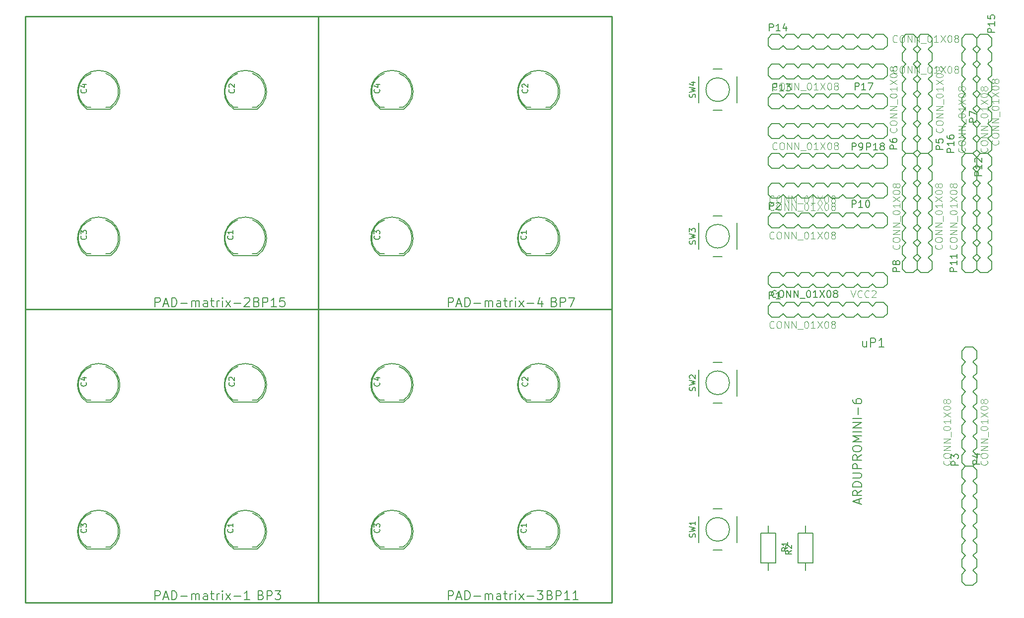
<source format=gbr>
G04 #@! TF.FileFunction,Legend,Top*
%FSLAX46Y46*%
G04 Gerber Fmt 4.6, Leading zero omitted, Abs format (unit mm)*
G04 Created by KiCad (PCBNEW 4.0.4-stable) date 11/18/16 13:20:27*
%MOMM*%
%LPD*%
G01*
G04 APERTURE LIST*
%ADD10C,0.100000*%
%ADD11C,0.203200*%
%ADD12C,0.150000*%
%ADD13C,0.254000*%
%ADD14C,0.127000*%
%ADD15C,0.101600*%
%ADD16C,0.152400*%
G04 APERTURE END LIST*
D10*
D11*
X214630000Y-70485000D02*
X214630000Y-71755000D01*
X214630000Y-71755000D02*
X213995000Y-72390000D01*
X212725000Y-72390000D02*
X212090000Y-71755000D01*
X213995000Y-67310000D02*
X214630000Y-67945000D01*
X214630000Y-67945000D02*
X214630000Y-69215000D01*
X214630000Y-69215000D02*
X213995000Y-69850000D01*
X212725000Y-69850000D02*
X212090000Y-69215000D01*
X212090000Y-69215000D02*
X212090000Y-67945000D01*
X212090000Y-67945000D02*
X212725000Y-67310000D01*
X214630000Y-70485000D02*
X213995000Y-69850000D01*
X212725000Y-69850000D02*
X212090000Y-70485000D01*
X212090000Y-71755000D02*
X212090000Y-70485000D01*
X214630000Y-62865000D02*
X214630000Y-64135000D01*
X214630000Y-64135000D02*
X213995000Y-64770000D01*
X212725000Y-64770000D02*
X212090000Y-64135000D01*
X213995000Y-64770000D02*
X214630000Y-65405000D01*
X214630000Y-65405000D02*
X214630000Y-66675000D01*
X214630000Y-66675000D02*
X213995000Y-67310000D01*
X212725000Y-67310000D02*
X212090000Y-66675000D01*
X212090000Y-66675000D02*
X212090000Y-65405000D01*
X212090000Y-65405000D02*
X212725000Y-64770000D01*
X213995000Y-59690000D02*
X214630000Y-60325000D01*
X214630000Y-60325000D02*
X214630000Y-61595000D01*
X214630000Y-61595000D02*
X213995000Y-62230000D01*
X212725000Y-62230000D02*
X212090000Y-61595000D01*
X212090000Y-61595000D02*
X212090000Y-60325000D01*
X212090000Y-60325000D02*
X212725000Y-59690000D01*
X214630000Y-62865000D02*
X213995000Y-62230000D01*
X212725000Y-62230000D02*
X212090000Y-62865000D01*
X212090000Y-64135000D02*
X212090000Y-62865000D01*
X214630000Y-55245000D02*
X214630000Y-56515000D01*
X214630000Y-56515000D02*
X213995000Y-57150000D01*
X212725000Y-57150000D02*
X212090000Y-56515000D01*
X213995000Y-57150000D02*
X214630000Y-57785000D01*
X214630000Y-57785000D02*
X214630000Y-59055000D01*
X214630000Y-59055000D02*
X213995000Y-59690000D01*
X212725000Y-59690000D02*
X212090000Y-59055000D01*
X212090000Y-59055000D02*
X212090000Y-57785000D01*
X212090000Y-57785000D02*
X212725000Y-57150000D01*
X213995000Y-54610000D02*
X212725000Y-54610000D01*
X214630000Y-55245000D02*
X213995000Y-54610000D01*
X212725000Y-54610000D02*
X212090000Y-55245000D01*
X212090000Y-56515000D02*
X212090000Y-55245000D01*
X214630000Y-73025000D02*
X214630000Y-74295000D01*
X214630000Y-74295000D02*
X213995000Y-74930000D01*
X213995000Y-74930000D02*
X212725000Y-74930000D01*
X212725000Y-74930000D02*
X212090000Y-74295000D01*
X214630000Y-73025000D02*
X213995000Y-72390000D01*
X212725000Y-72390000D02*
X212090000Y-73025000D01*
X212090000Y-74295000D02*
X212090000Y-73025000D01*
X209550000Y-59055000D02*
X209550000Y-57785000D01*
X209550000Y-57785000D02*
X210185000Y-57150000D01*
X211455000Y-57150000D02*
X212090000Y-57785000D01*
X210185000Y-62230000D02*
X209550000Y-61595000D01*
X209550000Y-61595000D02*
X209550000Y-60325000D01*
X209550000Y-60325000D02*
X210185000Y-59690000D01*
X211455000Y-59690000D02*
X212090000Y-60325000D01*
X212090000Y-60325000D02*
X212090000Y-61595000D01*
X212090000Y-61595000D02*
X211455000Y-62230000D01*
X209550000Y-59055000D02*
X210185000Y-59690000D01*
X211455000Y-59690000D02*
X212090000Y-59055000D01*
X212090000Y-57785000D02*
X212090000Y-59055000D01*
X209550000Y-66675000D02*
X209550000Y-65405000D01*
X209550000Y-65405000D02*
X210185000Y-64770000D01*
X211455000Y-64770000D02*
X212090000Y-65405000D01*
X210185000Y-64770000D02*
X209550000Y-64135000D01*
X209550000Y-64135000D02*
X209550000Y-62865000D01*
X209550000Y-62865000D02*
X210185000Y-62230000D01*
X211455000Y-62230000D02*
X212090000Y-62865000D01*
X212090000Y-62865000D02*
X212090000Y-64135000D01*
X212090000Y-64135000D02*
X211455000Y-64770000D01*
X210185000Y-69850000D02*
X209550000Y-69215000D01*
X209550000Y-69215000D02*
X209550000Y-67945000D01*
X209550000Y-67945000D02*
X210185000Y-67310000D01*
X211455000Y-67310000D02*
X212090000Y-67945000D01*
X212090000Y-67945000D02*
X212090000Y-69215000D01*
X212090000Y-69215000D02*
X211455000Y-69850000D01*
X209550000Y-66675000D02*
X210185000Y-67310000D01*
X211455000Y-67310000D02*
X212090000Y-66675000D01*
X212090000Y-65405000D02*
X212090000Y-66675000D01*
X209550000Y-74295000D02*
X209550000Y-73025000D01*
X209550000Y-73025000D02*
X210185000Y-72390000D01*
X211455000Y-72390000D02*
X212090000Y-73025000D01*
X210185000Y-72390000D02*
X209550000Y-71755000D01*
X209550000Y-71755000D02*
X209550000Y-70485000D01*
X209550000Y-70485000D02*
X210185000Y-69850000D01*
X211455000Y-69850000D02*
X212090000Y-70485000D01*
X212090000Y-70485000D02*
X212090000Y-71755000D01*
X212090000Y-71755000D02*
X211455000Y-72390000D01*
X210185000Y-74930000D02*
X211455000Y-74930000D01*
X209550000Y-74295000D02*
X210185000Y-74930000D01*
X211455000Y-74930000D02*
X212090000Y-74295000D01*
X212090000Y-73025000D02*
X212090000Y-74295000D01*
X209550000Y-56515000D02*
X209550000Y-55245000D01*
X209550000Y-55245000D02*
X210185000Y-54610000D01*
X210185000Y-54610000D02*
X211455000Y-54610000D01*
X211455000Y-54610000D02*
X212090000Y-55245000D01*
X209550000Y-56515000D02*
X210185000Y-57150000D01*
X211455000Y-57150000D02*
X212090000Y-56515000D01*
X212090000Y-55245000D02*
X212090000Y-56515000D01*
D12*
X180085564Y-139020000D02*
G75*
G03X180085564Y-139020000I-2015564J0D01*
G01*
X181320000Y-141270000D02*
X181320000Y-136770000D01*
X177320000Y-142520000D02*
X178820000Y-142520000D01*
X174820000Y-136770000D02*
X174820000Y-141270000D01*
X178820000Y-135520000D02*
X177320000Y-135520000D01*
X180085564Y-114020000D02*
G75*
G03X180085564Y-114020000I-2015564J0D01*
G01*
X181320000Y-116270000D02*
X181320000Y-111770000D01*
X177320000Y-117520000D02*
X178820000Y-117520000D01*
X174820000Y-111770000D02*
X174820000Y-116270000D01*
X178820000Y-110520000D02*
X177320000Y-110520000D01*
X180085564Y-89020000D02*
G75*
G03X180085564Y-89020000I-2015564J0D01*
G01*
X181320000Y-91270000D02*
X181320000Y-86770000D01*
X177320000Y-92520000D02*
X178820000Y-92520000D01*
X174820000Y-86770000D02*
X174820000Y-91270000D01*
X178820000Y-85520000D02*
X177320000Y-85520000D01*
X180085564Y-64020000D02*
G75*
G03X180085564Y-64020000I-2015564J0D01*
G01*
X181320000Y-66270000D02*
X181320000Y-61770000D01*
X177320000Y-67520000D02*
X178820000Y-67520000D01*
X174820000Y-61770000D02*
X174820000Y-66270000D01*
X178820000Y-60520000D02*
X177320000Y-60520000D01*
D11*
X202565000Y-95250000D02*
X203835000Y-95250000D01*
X203835000Y-95250000D02*
X204470000Y-95885000D01*
X204470000Y-97155000D02*
X203835000Y-97790000D01*
X199390000Y-95885000D02*
X200025000Y-95250000D01*
X200025000Y-95250000D02*
X201295000Y-95250000D01*
X201295000Y-95250000D02*
X201930000Y-95885000D01*
X201930000Y-97155000D02*
X201295000Y-97790000D01*
X201295000Y-97790000D02*
X200025000Y-97790000D01*
X200025000Y-97790000D02*
X199390000Y-97155000D01*
X202565000Y-95250000D02*
X201930000Y-95885000D01*
X201930000Y-97155000D02*
X202565000Y-97790000D01*
X203835000Y-97790000D02*
X202565000Y-97790000D01*
X194945000Y-95250000D02*
X196215000Y-95250000D01*
X196215000Y-95250000D02*
X196850000Y-95885000D01*
X196850000Y-97155000D02*
X196215000Y-97790000D01*
X196850000Y-95885000D02*
X197485000Y-95250000D01*
X197485000Y-95250000D02*
X198755000Y-95250000D01*
X198755000Y-95250000D02*
X199390000Y-95885000D01*
X199390000Y-97155000D02*
X198755000Y-97790000D01*
X198755000Y-97790000D02*
X197485000Y-97790000D01*
X197485000Y-97790000D02*
X196850000Y-97155000D01*
X191770000Y-95885000D02*
X192405000Y-95250000D01*
X192405000Y-95250000D02*
X193675000Y-95250000D01*
X193675000Y-95250000D02*
X194310000Y-95885000D01*
X194310000Y-97155000D02*
X193675000Y-97790000D01*
X193675000Y-97790000D02*
X192405000Y-97790000D01*
X192405000Y-97790000D02*
X191770000Y-97155000D01*
X194945000Y-95250000D02*
X194310000Y-95885000D01*
X194310000Y-97155000D02*
X194945000Y-97790000D01*
X196215000Y-97790000D02*
X194945000Y-97790000D01*
X187325000Y-95250000D02*
X188595000Y-95250000D01*
X188595000Y-95250000D02*
X189230000Y-95885000D01*
X189230000Y-97155000D02*
X188595000Y-97790000D01*
X189230000Y-95885000D02*
X189865000Y-95250000D01*
X189865000Y-95250000D02*
X191135000Y-95250000D01*
X191135000Y-95250000D02*
X191770000Y-95885000D01*
X191770000Y-97155000D02*
X191135000Y-97790000D01*
X191135000Y-97790000D02*
X189865000Y-97790000D01*
X189865000Y-97790000D02*
X189230000Y-97155000D01*
X186690000Y-95885000D02*
X186690000Y-97155000D01*
X187325000Y-95250000D02*
X186690000Y-95885000D01*
X186690000Y-97155000D02*
X187325000Y-97790000D01*
X188595000Y-97790000D02*
X187325000Y-97790000D01*
X205105000Y-95250000D02*
X206375000Y-95250000D01*
X206375000Y-95250000D02*
X207010000Y-95885000D01*
X207010000Y-95885000D02*
X207010000Y-97155000D01*
X207010000Y-97155000D02*
X206375000Y-97790000D01*
X205105000Y-95250000D02*
X204470000Y-95885000D01*
X204470000Y-97155000D02*
X205105000Y-97790000D01*
X206375000Y-97790000D02*
X205105000Y-97790000D01*
X214630000Y-90805000D02*
X214630000Y-92075000D01*
X214630000Y-92075000D02*
X213995000Y-92710000D01*
X212725000Y-92710000D02*
X212090000Y-92075000D01*
X213995000Y-87630000D02*
X214630000Y-88265000D01*
X214630000Y-88265000D02*
X214630000Y-89535000D01*
X214630000Y-89535000D02*
X213995000Y-90170000D01*
X212725000Y-90170000D02*
X212090000Y-89535000D01*
X212090000Y-89535000D02*
X212090000Y-88265000D01*
X212090000Y-88265000D02*
X212725000Y-87630000D01*
X214630000Y-90805000D02*
X213995000Y-90170000D01*
X212725000Y-90170000D02*
X212090000Y-90805000D01*
X212090000Y-92075000D02*
X212090000Y-90805000D01*
X214630000Y-83185000D02*
X214630000Y-84455000D01*
X214630000Y-84455000D02*
X213995000Y-85090000D01*
X212725000Y-85090000D02*
X212090000Y-84455000D01*
X213995000Y-85090000D02*
X214630000Y-85725000D01*
X214630000Y-85725000D02*
X214630000Y-86995000D01*
X214630000Y-86995000D02*
X213995000Y-87630000D01*
X212725000Y-87630000D02*
X212090000Y-86995000D01*
X212090000Y-86995000D02*
X212090000Y-85725000D01*
X212090000Y-85725000D02*
X212725000Y-85090000D01*
X213995000Y-80010000D02*
X214630000Y-80645000D01*
X214630000Y-80645000D02*
X214630000Y-81915000D01*
X214630000Y-81915000D02*
X213995000Y-82550000D01*
X212725000Y-82550000D02*
X212090000Y-81915000D01*
X212090000Y-81915000D02*
X212090000Y-80645000D01*
X212090000Y-80645000D02*
X212725000Y-80010000D01*
X214630000Y-83185000D02*
X213995000Y-82550000D01*
X212725000Y-82550000D02*
X212090000Y-83185000D01*
X212090000Y-84455000D02*
X212090000Y-83185000D01*
X214630000Y-75565000D02*
X214630000Y-76835000D01*
X214630000Y-76835000D02*
X213995000Y-77470000D01*
X212725000Y-77470000D02*
X212090000Y-76835000D01*
X213995000Y-77470000D02*
X214630000Y-78105000D01*
X214630000Y-78105000D02*
X214630000Y-79375000D01*
X214630000Y-79375000D02*
X213995000Y-80010000D01*
X212725000Y-80010000D02*
X212090000Y-79375000D01*
X212090000Y-79375000D02*
X212090000Y-78105000D01*
X212090000Y-78105000D02*
X212725000Y-77470000D01*
X213995000Y-74930000D02*
X212725000Y-74930000D01*
X214630000Y-75565000D02*
X213995000Y-74930000D01*
X212725000Y-74930000D02*
X212090000Y-75565000D01*
X212090000Y-76835000D02*
X212090000Y-75565000D01*
X214630000Y-93345000D02*
X214630000Y-94615000D01*
X214630000Y-94615000D02*
X213995000Y-95250000D01*
X213995000Y-95250000D02*
X212725000Y-95250000D01*
X212725000Y-95250000D02*
X212090000Y-94615000D01*
X214630000Y-93345000D02*
X213995000Y-92710000D01*
X212725000Y-92710000D02*
X212090000Y-93345000D01*
X212090000Y-94615000D02*
X212090000Y-93345000D01*
X209550000Y-79375000D02*
X209550000Y-78105000D01*
X209550000Y-78105000D02*
X210185000Y-77470000D01*
X211455000Y-77470000D02*
X212090000Y-78105000D01*
X210185000Y-82550000D02*
X209550000Y-81915000D01*
X209550000Y-81915000D02*
X209550000Y-80645000D01*
X209550000Y-80645000D02*
X210185000Y-80010000D01*
X211455000Y-80010000D02*
X212090000Y-80645000D01*
X212090000Y-80645000D02*
X212090000Y-81915000D01*
X212090000Y-81915000D02*
X211455000Y-82550000D01*
X209550000Y-79375000D02*
X210185000Y-80010000D01*
X211455000Y-80010000D02*
X212090000Y-79375000D01*
X212090000Y-78105000D02*
X212090000Y-79375000D01*
X209550000Y-86995000D02*
X209550000Y-85725000D01*
X209550000Y-85725000D02*
X210185000Y-85090000D01*
X211455000Y-85090000D02*
X212090000Y-85725000D01*
X210185000Y-85090000D02*
X209550000Y-84455000D01*
X209550000Y-84455000D02*
X209550000Y-83185000D01*
X209550000Y-83185000D02*
X210185000Y-82550000D01*
X211455000Y-82550000D02*
X212090000Y-83185000D01*
X212090000Y-83185000D02*
X212090000Y-84455000D01*
X212090000Y-84455000D02*
X211455000Y-85090000D01*
X210185000Y-90170000D02*
X209550000Y-89535000D01*
X209550000Y-89535000D02*
X209550000Y-88265000D01*
X209550000Y-88265000D02*
X210185000Y-87630000D01*
X211455000Y-87630000D02*
X212090000Y-88265000D01*
X212090000Y-88265000D02*
X212090000Y-89535000D01*
X212090000Y-89535000D02*
X211455000Y-90170000D01*
X209550000Y-86995000D02*
X210185000Y-87630000D01*
X211455000Y-87630000D02*
X212090000Y-86995000D01*
X212090000Y-85725000D02*
X212090000Y-86995000D01*
X209550000Y-94615000D02*
X209550000Y-93345000D01*
X209550000Y-93345000D02*
X210185000Y-92710000D01*
X211455000Y-92710000D02*
X212090000Y-93345000D01*
X210185000Y-92710000D02*
X209550000Y-92075000D01*
X209550000Y-92075000D02*
X209550000Y-90805000D01*
X209550000Y-90805000D02*
X210185000Y-90170000D01*
X211455000Y-90170000D02*
X212090000Y-90805000D01*
X212090000Y-90805000D02*
X212090000Y-92075000D01*
X212090000Y-92075000D02*
X211455000Y-92710000D01*
X210185000Y-95250000D02*
X211455000Y-95250000D01*
X209550000Y-94615000D02*
X210185000Y-95250000D01*
X211455000Y-95250000D02*
X212090000Y-94615000D01*
X212090000Y-93345000D02*
X212090000Y-94615000D01*
X209550000Y-76835000D02*
X209550000Y-75565000D01*
X209550000Y-75565000D02*
X210185000Y-74930000D01*
X210185000Y-74930000D02*
X211455000Y-74930000D01*
X211455000Y-74930000D02*
X212090000Y-75565000D01*
X209550000Y-76835000D02*
X210185000Y-77470000D01*
X211455000Y-77470000D02*
X212090000Y-76835000D01*
X212090000Y-75565000D02*
X212090000Y-76835000D01*
X202565000Y-74930000D02*
X203835000Y-74930000D01*
X203835000Y-74930000D02*
X204470000Y-75565000D01*
X204470000Y-76835000D02*
X203835000Y-77470000D01*
X199390000Y-75565000D02*
X200025000Y-74930000D01*
X200025000Y-74930000D02*
X201295000Y-74930000D01*
X201295000Y-74930000D02*
X201930000Y-75565000D01*
X201930000Y-76835000D02*
X201295000Y-77470000D01*
X201295000Y-77470000D02*
X200025000Y-77470000D01*
X200025000Y-77470000D02*
X199390000Y-76835000D01*
X202565000Y-74930000D02*
X201930000Y-75565000D01*
X201930000Y-76835000D02*
X202565000Y-77470000D01*
X203835000Y-77470000D02*
X202565000Y-77470000D01*
X194945000Y-74930000D02*
X196215000Y-74930000D01*
X196215000Y-74930000D02*
X196850000Y-75565000D01*
X196850000Y-76835000D02*
X196215000Y-77470000D01*
X196850000Y-75565000D02*
X197485000Y-74930000D01*
X197485000Y-74930000D02*
X198755000Y-74930000D01*
X198755000Y-74930000D02*
X199390000Y-75565000D01*
X199390000Y-76835000D02*
X198755000Y-77470000D01*
X198755000Y-77470000D02*
X197485000Y-77470000D01*
X197485000Y-77470000D02*
X196850000Y-76835000D01*
X191770000Y-75565000D02*
X192405000Y-74930000D01*
X192405000Y-74930000D02*
X193675000Y-74930000D01*
X193675000Y-74930000D02*
X194310000Y-75565000D01*
X194310000Y-76835000D02*
X193675000Y-77470000D01*
X193675000Y-77470000D02*
X192405000Y-77470000D01*
X192405000Y-77470000D02*
X191770000Y-76835000D01*
X194945000Y-74930000D02*
X194310000Y-75565000D01*
X194310000Y-76835000D02*
X194945000Y-77470000D01*
X196215000Y-77470000D02*
X194945000Y-77470000D01*
X187325000Y-74930000D02*
X188595000Y-74930000D01*
X188595000Y-74930000D02*
X189230000Y-75565000D01*
X189230000Y-76835000D02*
X188595000Y-77470000D01*
X189230000Y-75565000D02*
X189865000Y-74930000D01*
X189865000Y-74930000D02*
X191135000Y-74930000D01*
X191135000Y-74930000D02*
X191770000Y-75565000D01*
X191770000Y-76835000D02*
X191135000Y-77470000D01*
X191135000Y-77470000D02*
X189865000Y-77470000D01*
X189865000Y-77470000D02*
X189230000Y-76835000D01*
X186690000Y-75565000D02*
X186690000Y-76835000D01*
X187325000Y-74930000D02*
X186690000Y-75565000D01*
X186690000Y-76835000D02*
X187325000Y-77470000D01*
X188595000Y-77470000D02*
X187325000Y-77470000D01*
X205105000Y-74930000D02*
X206375000Y-74930000D01*
X206375000Y-74930000D02*
X207010000Y-75565000D01*
X207010000Y-75565000D02*
X207010000Y-76835000D01*
X207010000Y-76835000D02*
X206375000Y-77470000D01*
X205105000Y-74930000D02*
X204470000Y-75565000D01*
X204470000Y-76835000D02*
X205105000Y-77470000D01*
X206375000Y-77470000D02*
X205105000Y-77470000D01*
X191135000Y-82550000D02*
X189865000Y-82550000D01*
X189865000Y-82550000D02*
X189230000Y-81915000D01*
X189230000Y-80645000D02*
X189865000Y-80010000D01*
X194310000Y-81915000D02*
X193675000Y-82550000D01*
X193675000Y-82550000D02*
X192405000Y-82550000D01*
X192405000Y-82550000D02*
X191770000Y-81915000D01*
X191770000Y-80645000D02*
X192405000Y-80010000D01*
X192405000Y-80010000D02*
X193675000Y-80010000D01*
X193675000Y-80010000D02*
X194310000Y-80645000D01*
X191135000Y-82550000D02*
X191770000Y-81915000D01*
X191770000Y-80645000D02*
X191135000Y-80010000D01*
X189865000Y-80010000D02*
X191135000Y-80010000D01*
X198755000Y-82550000D02*
X197485000Y-82550000D01*
X197485000Y-82550000D02*
X196850000Y-81915000D01*
X196850000Y-80645000D02*
X197485000Y-80010000D01*
X196850000Y-81915000D02*
X196215000Y-82550000D01*
X196215000Y-82550000D02*
X194945000Y-82550000D01*
X194945000Y-82550000D02*
X194310000Y-81915000D01*
X194310000Y-80645000D02*
X194945000Y-80010000D01*
X194945000Y-80010000D02*
X196215000Y-80010000D01*
X196215000Y-80010000D02*
X196850000Y-80645000D01*
X201930000Y-81915000D02*
X201295000Y-82550000D01*
X201295000Y-82550000D02*
X200025000Y-82550000D01*
X200025000Y-82550000D02*
X199390000Y-81915000D01*
X199390000Y-80645000D02*
X200025000Y-80010000D01*
X200025000Y-80010000D02*
X201295000Y-80010000D01*
X201295000Y-80010000D02*
X201930000Y-80645000D01*
X198755000Y-82550000D02*
X199390000Y-81915000D01*
X199390000Y-80645000D02*
X198755000Y-80010000D01*
X197485000Y-80010000D02*
X198755000Y-80010000D01*
X206375000Y-82550000D02*
X205105000Y-82550000D01*
X205105000Y-82550000D02*
X204470000Y-81915000D01*
X204470000Y-80645000D02*
X205105000Y-80010000D01*
X204470000Y-81915000D02*
X203835000Y-82550000D01*
X203835000Y-82550000D02*
X202565000Y-82550000D01*
X202565000Y-82550000D02*
X201930000Y-81915000D01*
X201930000Y-80645000D02*
X202565000Y-80010000D01*
X202565000Y-80010000D02*
X203835000Y-80010000D01*
X203835000Y-80010000D02*
X204470000Y-80645000D01*
X207010000Y-81915000D02*
X207010000Y-80645000D01*
X206375000Y-82550000D02*
X207010000Y-81915000D01*
X207010000Y-80645000D02*
X206375000Y-80010000D01*
X205105000Y-80010000D02*
X206375000Y-80010000D01*
X188595000Y-82550000D02*
X187325000Y-82550000D01*
X187325000Y-82550000D02*
X186690000Y-81915000D01*
X186690000Y-81915000D02*
X186690000Y-80645000D01*
X186690000Y-80645000D02*
X187325000Y-80010000D01*
X188595000Y-82550000D02*
X189230000Y-81915000D01*
X189230000Y-80645000D02*
X188595000Y-80010000D01*
X187325000Y-80010000D02*
X188595000Y-80010000D01*
X219710000Y-79375000D02*
X219710000Y-78105000D01*
X219710000Y-78105000D02*
X220345000Y-77470000D01*
X221615000Y-77470000D02*
X222250000Y-78105000D01*
X220345000Y-82550000D02*
X219710000Y-81915000D01*
X219710000Y-81915000D02*
X219710000Y-80645000D01*
X219710000Y-80645000D02*
X220345000Y-80010000D01*
X221615000Y-80010000D02*
X222250000Y-80645000D01*
X222250000Y-80645000D02*
X222250000Y-81915000D01*
X222250000Y-81915000D02*
X221615000Y-82550000D01*
X219710000Y-79375000D02*
X220345000Y-80010000D01*
X221615000Y-80010000D02*
X222250000Y-79375000D01*
X222250000Y-78105000D02*
X222250000Y-79375000D01*
X219710000Y-86995000D02*
X219710000Y-85725000D01*
X219710000Y-85725000D02*
X220345000Y-85090000D01*
X221615000Y-85090000D02*
X222250000Y-85725000D01*
X220345000Y-85090000D02*
X219710000Y-84455000D01*
X219710000Y-84455000D02*
X219710000Y-83185000D01*
X219710000Y-83185000D02*
X220345000Y-82550000D01*
X221615000Y-82550000D02*
X222250000Y-83185000D01*
X222250000Y-83185000D02*
X222250000Y-84455000D01*
X222250000Y-84455000D02*
X221615000Y-85090000D01*
X220345000Y-90170000D02*
X219710000Y-89535000D01*
X219710000Y-89535000D02*
X219710000Y-88265000D01*
X219710000Y-88265000D02*
X220345000Y-87630000D01*
X221615000Y-87630000D02*
X222250000Y-88265000D01*
X222250000Y-88265000D02*
X222250000Y-89535000D01*
X222250000Y-89535000D02*
X221615000Y-90170000D01*
X219710000Y-86995000D02*
X220345000Y-87630000D01*
X221615000Y-87630000D02*
X222250000Y-86995000D01*
X222250000Y-85725000D02*
X222250000Y-86995000D01*
X219710000Y-94615000D02*
X219710000Y-93345000D01*
X219710000Y-93345000D02*
X220345000Y-92710000D01*
X221615000Y-92710000D02*
X222250000Y-93345000D01*
X220345000Y-92710000D02*
X219710000Y-92075000D01*
X219710000Y-92075000D02*
X219710000Y-90805000D01*
X219710000Y-90805000D02*
X220345000Y-90170000D01*
X221615000Y-90170000D02*
X222250000Y-90805000D01*
X222250000Y-90805000D02*
X222250000Y-92075000D01*
X222250000Y-92075000D02*
X221615000Y-92710000D01*
X220345000Y-95250000D02*
X221615000Y-95250000D01*
X219710000Y-94615000D02*
X220345000Y-95250000D01*
X221615000Y-95250000D02*
X222250000Y-94615000D01*
X222250000Y-93345000D02*
X222250000Y-94615000D01*
X219710000Y-76835000D02*
X219710000Y-75565000D01*
X219710000Y-75565000D02*
X220345000Y-74930000D01*
X220345000Y-74930000D02*
X221615000Y-74930000D01*
X221615000Y-74930000D02*
X222250000Y-75565000D01*
X219710000Y-76835000D02*
X220345000Y-77470000D01*
X221615000Y-77470000D02*
X222250000Y-76835000D01*
X222250000Y-75565000D02*
X222250000Y-76835000D01*
X224790000Y-90805000D02*
X224790000Y-92075000D01*
X224790000Y-92075000D02*
X224155000Y-92710000D01*
X222885000Y-92710000D02*
X222250000Y-92075000D01*
X224155000Y-87630000D02*
X224790000Y-88265000D01*
X224790000Y-88265000D02*
X224790000Y-89535000D01*
X224790000Y-89535000D02*
X224155000Y-90170000D01*
X222885000Y-90170000D02*
X222250000Y-89535000D01*
X222250000Y-89535000D02*
X222250000Y-88265000D01*
X222250000Y-88265000D02*
X222885000Y-87630000D01*
X224790000Y-90805000D02*
X224155000Y-90170000D01*
X222885000Y-90170000D02*
X222250000Y-90805000D01*
X222250000Y-92075000D02*
X222250000Y-90805000D01*
X224790000Y-83185000D02*
X224790000Y-84455000D01*
X224790000Y-84455000D02*
X224155000Y-85090000D01*
X222885000Y-85090000D02*
X222250000Y-84455000D01*
X224155000Y-85090000D02*
X224790000Y-85725000D01*
X224790000Y-85725000D02*
X224790000Y-86995000D01*
X224790000Y-86995000D02*
X224155000Y-87630000D01*
X222885000Y-87630000D02*
X222250000Y-86995000D01*
X222250000Y-86995000D02*
X222250000Y-85725000D01*
X222250000Y-85725000D02*
X222885000Y-85090000D01*
X224155000Y-80010000D02*
X224790000Y-80645000D01*
X224790000Y-80645000D02*
X224790000Y-81915000D01*
X224790000Y-81915000D02*
X224155000Y-82550000D01*
X222885000Y-82550000D02*
X222250000Y-81915000D01*
X222250000Y-81915000D02*
X222250000Y-80645000D01*
X222250000Y-80645000D02*
X222885000Y-80010000D01*
X224790000Y-83185000D02*
X224155000Y-82550000D01*
X222885000Y-82550000D02*
X222250000Y-83185000D01*
X222250000Y-84455000D02*
X222250000Y-83185000D01*
X224790000Y-75565000D02*
X224790000Y-76835000D01*
X224790000Y-76835000D02*
X224155000Y-77470000D01*
X222885000Y-77470000D02*
X222250000Y-76835000D01*
X224155000Y-77470000D02*
X224790000Y-78105000D01*
X224790000Y-78105000D02*
X224790000Y-79375000D01*
X224790000Y-79375000D02*
X224155000Y-80010000D01*
X222885000Y-80010000D02*
X222250000Y-79375000D01*
X222250000Y-79375000D02*
X222250000Y-78105000D01*
X222250000Y-78105000D02*
X222885000Y-77470000D01*
X224155000Y-74930000D02*
X222885000Y-74930000D01*
X224790000Y-75565000D02*
X224155000Y-74930000D01*
X222885000Y-74930000D02*
X222250000Y-75565000D01*
X222250000Y-76835000D02*
X222250000Y-75565000D01*
X224790000Y-93345000D02*
X224790000Y-94615000D01*
X224790000Y-94615000D02*
X224155000Y-95250000D01*
X224155000Y-95250000D02*
X222885000Y-95250000D01*
X222885000Y-95250000D02*
X222250000Y-94615000D01*
X224790000Y-93345000D02*
X224155000Y-92710000D01*
X222885000Y-92710000D02*
X222250000Y-93345000D01*
X222250000Y-94615000D02*
X222250000Y-93345000D01*
X191135000Y-62230000D02*
X189865000Y-62230000D01*
X189865000Y-62230000D02*
X189230000Y-61595000D01*
X189230000Y-60325000D02*
X189865000Y-59690000D01*
X194310000Y-61595000D02*
X193675000Y-62230000D01*
X193675000Y-62230000D02*
X192405000Y-62230000D01*
X192405000Y-62230000D02*
X191770000Y-61595000D01*
X191770000Y-60325000D02*
X192405000Y-59690000D01*
X192405000Y-59690000D02*
X193675000Y-59690000D01*
X193675000Y-59690000D02*
X194310000Y-60325000D01*
X191135000Y-62230000D02*
X191770000Y-61595000D01*
X191770000Y-60325000D02*
X191135000Y-59690000D01*
X189865000Y-59690000D02*
X191135000Y-59690000D01*
X198755000Y-62230000D02*
X197485000Y-62230000D01*
X197485000Y-62230000D02*
X196850000Y-61595000D01*
X196850000Y-60325000D02*
X197485000Y-59690000D01*
X196850000Y-61595000D02*
X196215000Y-62230000D01*
X196215000Y-62230000D02*
X194945000Y-62230000D01*
X194945000Y-62230000D02*
X194310000Y-61595000D01*
X194310000Y-60325000D02*
X194945000Y-59690000D01*
X194945000Y-59690000D02*
X196215000Y-59690000D01*
X196215000Y-59690000D02*
X196850000Y-60325000D01*
X201930000Y-61595000D02*
X201295000Y-62230000D01*
X201295000Y-62230000D02*
X200025000Y-62230000D01*
X200025000Y-62230000D02*
X199390000Y-61595000D01*
X199390000Y-60325000D02*
X200025000Y-59690000D01*
X200025000Y-59690000D02*
X201295000Y-59690000D01*
X201295000Y-59690000D02*
X201930000Y-60325000D01*
X198755000Y-62230000D02*
X199390000Y-61595000D01*
X199390000Y-60325000D02*
X198755000Y-59690000D01*
X197485000Y-59690000D02*
X198755000Y-59690000D01*
X206375000Y-62230000D02*
X205105000Y-62230000D01*
X205105000Y-62230000D02*
X204470000Y-61595000D01*
X204470000Y-60325000D02*
X205105000Y-59690000D01*
X204470000Y-61595000D02*
X203835000Y-62230000D01*
X203835000Y-62230000D02*
X202565000Y-62230000D01*
X202565000Y-62230000D02*
X201930000Y-61595000D01*
X201930000Y-60325000D02*
X202565000Y-59690000D01*
X202565000Y-59690000D02*
X203835000Y-59690000D01*
X203835000Y-59690000D02*
X204470000Y-60325000D01*
X207010000Y-61595000D02*
X207010000Y-60325000D01*
X206375000Y-62230000D02*
X207010000Y-61595000D01*
X207010000Y-60325000D02*
X206375000Y-59690000D01*
X205105000Y-59690000D02*
X206375000Y-59690000D01*
X188595000Y-62230000D02*
X187325000Y-62230000D01*
X187325000Y-62230000D02*
X186690000Y-61595000D01*
X186690000Y-61595000D02*
X186690000Y-60325000D01*
X186690000Y-60325000D02*
X187325000Y-59690000D01*
X188595000Y-62230000D02*
X189230000Y-61595000D01*
X189230000Y-60325000D02*
X188595000Y-59690000D01*
X187325000Y-59690000D02*
X188595000Y-59690000D01*
X202565000Y-54610000D02*
X203835000Y-54610000D01*
X203835000Y-54610000D02*
X204470000Y-55245000D01*
X204470000Y-56515000D02*
X203835000Y-57150000D01*
X199390000Y-55245000D02*
X200025000Y-54610000D01*
X200025000Y-54610000D02*
X201295000Y-54610000D01*
X201295000Y-54610000D02*
X201930000Y-55245000D01*
X201930000Y-56515000D02*
X201295000Y-57150000D01*
X201295000Y-57150000D02*
X200025000Y-57150000D01*
X200025000Y-57150000D02*
X199390000Y-56515000D01*
X202565000Y-54610000D02*
X201930000Y-55245000D01*
X201930000Y-56515000D02*
X202565000Y-57150000D01*
X203835000Y-57150000D02*
X202565000Y-57150000D01*
X194945000Y-54610000D02*
X196215000Y-54610000D01*
X196215000Y-54610000D02*
X196850000Y-55245000D01*
X196850000Y-56515000D02*
X196215000Y-57150000D01*
X196850000Y-55245000D02*
X197485000Y-54610000D01*
X197485000Y-54610000D02*
X198755000Y-54610000D01*
X198755000Y-54610000D02*
X199390000Y-55245000D01*
X199390000Y-56515000D02*
X198755000Y-57150000D01*
X198755000Y-57150000D02*
X197485000Y-57150000D01*
X197485000Y-57150000D02*
X196850000Y-56515000D01*
X191770000Y-55245000D02*
X192405000Y-54610000D01*
X192405000Y-54610000D02*
X193675000Y-54610000D01*
X193675000Y-54610000D02*
X194310000Y-55245000D01*
X194310000Y-56515000D02*
X193675000Y-57150000D01*
X193675000Y-57150000D02*
X192405000Y-57150000D01*
X192405000Y-57150000D02*
X191770000Y-56515000D01*
X194945000Y-54610000D02*
X194310000Y-55245000D01*
X194310000Y-56515000D02*
X194945000Y-57150000D01*
X196215000Y-57150000D02*
X194945000Y-57150000D01*
X187325000Y-54610000D02*
X188595000Y-54610000D01*
X188595000Y-54610000D02*
X189230000Y-55245000D01*
X189230000Y-56515000D02*
X188595000Y-57150000D01*
X189230000Y-55245000D02*
X189865000Y-54610000D01*
X189865000Y-54610000D02*
X191135000Y-54610000D01*
X191135000Y-54610000D02*
X191770000Y-55245000D01*
X191770000Y-56515000D02*
X191135000Y-57150000D01*
X191135000Y-57150000D02*
X189865000Y-57150000D01*
X189865000Y-57150000D02*
X189230000Y-56515000D01*
X186690000Y-55245000D02*
X186690000Y-56515000D01*
X187325000Y-54610000D02*
X186690000Y-55245000D01*
X186690000Y-56515000D02*
X187325000Y-57150000D01*
X188595000Y-57150000D02*
X187325000Y-57150000D01*
X205105000Y-54610000D02*
X206375000Y-54610000D01*
X206375000Y-54610000D02*
X207010000Y-55245000D01*
X207010000Y-55245000D02*
X207010000Y-56515000D01*
X207010000Y-56515000D02*
X206375000Y-57150000D01*
X205105000Y-54610000D02*
X204470000Y-55245000D01*
X204470000Y-56515000D02*
X205105000Y-57150000D01*
X206375000Y-57150000D02*
X205105000Y-57150000D01*
X224790000Y-70485000D02*
X224790000Y-71755000D01*
X224790000Y-71755000D02*
X224155000Y-72390000D01*
X222885000Y-72390000D02*
X222250000Y-71755000D01*
X224155000Y-67310000D02*
X224790000Y-67945000D01*
X224790000Y-67945000D02*
X224790000Y-69215000D01*
X224790000Y-69215000D02*
X224155000Y-69850000D01*
X222885000Y-69850000D02*
X222250000Y-69215000D01*
X222250000Y-69215000D02*
X222250000Y-67945000D01*
X222250000Y-67945000D02*
X222885000Y-67310000D01*
X224790000Y-70485000D02*
X224155000Y-69850000D01*
X222885000Y-69850000D02*
X222250000Y-70485000D01*
X222250000Y-71755000D02*
X222250000Y-70485000D01*
X224790000Y-62865000D02*
X224790000Y-64135000D01*
X224790000Y-64135000D02*
X224155000Y-64770000D01*
X222885000Y-64770000D02*
X222250000Y-64135000D01*
X224155000Y-64770000D02*
X224790000Y-65405000D01*
X224790000Y-65405000D02*
X224790000Y-66675000D01*
X224790000Y-66675000D02*
X224155000Y-67310000D01*
X222885000Y-67310000D02*
X222250000Y-66675000D01*
X222250000Y-66675000D02*
X222250000Y-65405000D01*
X222250000Y-65405000D02*
X222885000Y-64770000D01*
X224155000Y-59690000D02*
X224790000Y-60325000D01*
X224790000Y-60325000D02*
X224790000Y-61595000D01*
X224790000Y-61595000D02*
X224155000Y-62230000D01*
X222885000Y-62230000D02*
X222250000Y-61595000D01*
X222250000Y-61595000D02*
X222250000Y-60325000D01*
X222250000Y-60325000D02*
X222885000Y-59690000D01*
X224790000Y-62865000D02*
X224155000Y-62230000D01*
X222885000Y-62230000D02*
X222250000Y-62865000D01*
X222250000Y-64135000D02*
X222250000Y-62865000D01*
X224790000Y-55245000D02*
X224790000Y-56515000D01*
X224790000Y-56515000D02*
X224155000Y-57150000D01*
X222885000Y-57150000D02*
X222250000Y-56515000D01*
X224155000Y-57150000D02*
X224790000Y-57785000D01*
X224790000Y-57785000D02*
X224790000Y-59055000D01*
X224790000Y-59055000D02*
X224155000Y-59690000D01*
X222885000Y-59690000D02*
X222250000Y-59055000D01*
X222250000Y-59055000D02*
X222250000Y-57785000D01*
X222250000Y-57785000D02*
X222885000Y-57150000D01*
X224155000Y-54610000D02*
X222885000Y-54610000D01*
X224790000Y-55245000D02*
X224155000Y-54610000D01*
X222885000Y-54610000D02*
X222250000Y-55245000D01*
X222250000Y-56515000D02*
X222250000Y-55245000D01*
X224790000Y-73025000D02*
X224790000Y-74295000D01*
X224790000Y-74295000D02*
X224155000Y-74930000D01*
X224155000Y-74930000D02*
X222885000Y-74930000D01*
X222885000Y-74930000D02*
X222250000Y-74295000D01*
X224790000Y-73025000D02*
X224155000Y-72390000D01*
X222885000Y-72390000D02*
X222250000Y-73025000D01*
X222250000Y-74295000D02*
X222250000Y-73025000D01*
X219710000Y-59055000D02*
X219710000Y-57785000D01*
X219710000Y-57785000D02*
X220345000Y-57150000D01*
X221615000Y-57150000D02*
X222250000Y-57785000D01*
X220345000Y-62230000D02*
X219710000Y-61595000D01*
X219710000Y-61595000D02*
X219710000Y-60325000D01*
X219710000Y-60325000D02*
X220345000Y-59690000D01*
X221615000Y-59690000D02*
X222250000Y-60325000D01*
X222250000Y-60325000D02*
X222250000Y-61595000D01*
X222250000Y-61595000D02*
X221615000Y-62230000D01*
X219710000Y-59055000D02*
X220345000Y-59690000D01*
X221615000Y-59690000D02*
X222250000Y-59055000D01*
X222250000Y-57785000D02*
X222250000Y-59055000D01*
X219710000Y-66675000D02*
X219710000Y-65405000D01*
X219710000Y-65405000D02*
X220345000Y-64770000D01*
X221615000Y-64770000D02*
X222250000Y-65405000D01*
X220345000Y-64770000D02*
X219710000Y-64135000D01*
X219710000Y-64135000D02*
X219710000Y-62865000D01*
X219710000Y-62865000D02*
X220345000Y-62230000D01*
X221615000Y-62230000D02*
X222250000Y-62865000D01*
X222250000Y-62865000D02*
X222250000Y-64135000D01*
X222250000Y-64135000D02*
X221615000Y-64770000D01*
X220345000Y-69850000D02*
X219710000Y-69215000D01*
X219710000Y-69215000D02*
X219710000Y-67945000D01*
X219710000Y-67945000D02*
X220345000Y-67310000D01*
X221615000Y-67310000D02*
X222250000Y-67945000D01*
X222250000Y-67945000D02*
X222250000Y-69215000D01*
X222250000Y-69215000D02*
X221615000Y-69850000D01*
X219710000Y-66675000D02*
X220345000Y-67310000D01*
X221615000Y-67310000D02*
X222250000Y-66675000D01*
X222250000Y-65405000D02*
X222250000Y-66675000D01*
X219710000Y-74295000D02*
X219710000Y-73025000D01*
X219710000Y-73025000D02*
X220345000Y-72390000D01*
X221615000Y-72390000D02*
X222250000Y-73025000D01*
X220345000Y-72390000D02*
X219710000Y-71755000D01*
X219710000Y-71755000D02*
X219710000Y-70485000D01*
X219710000Y-70485000D02*
X220345000Y-69850000D01*
X221615000Y-69850000D02*
X222250000Y-70485000D01*
X222250000Y-70485000D02*
X222250000Y-71755000D01*
X222250000Y-71755000D02*
X221615000Y-72390000D01*
X220345000Y-74930000D02*
X221615000Y-74930000D01*
X219710000Y-74295000D02*
X220345000Y-74930000D01*
X221615000Y-74930000D02*
X222250000Y-74295000D01*
X222250000Y-73025000D02*
X222250000Y-74295000D01*
X219710000Y-56515000D02*
X219710000Y-55245000D01*
X219710000Y-55245000D02*
X220345000Y-54610000D01*
X220345000Y-54610000D02*
X221615000Y-54610000D01*
X221615000Y-54610000D02*
X222250000Y-55245000D01*
X219710000Y-56515000D02*
X220345000Y-57150000D01*
X221615000Y-57150000D02*
X222250000Y-56515000D01*
X222250000Y-55245000D02*
X222250000Y-56515000D01*
X191135000Y-67310000D02*
X189865000Y-67310000D01*
X189865000Y-67310000D02*
X189230000Y-66675000D01*
X189230000Y-65405000D02*
X189865000Y-64770000D01*
X194310000Y-66675000D02*
X193675000Y-67310000D01*
X193675000Y-67310000D02*
X192405000Y-67310000D01*
X192405000Y-67310000D02*
X191770000Y-66675000D01*
X191770000Y-65405000D02*
X192405000Y-64770000D01*
X192405000Y-64770000D02*
X193675000Y-64770000D01*
X193675000Y-64770000D02*
X194310000Y-65405000D01*
X191135000Y-67310000D02*
X191770000Y-66675000D01*
X191770000Y-65405000D02*
X191135000Y-64770000D01*
X189865000Y-64770000D02*
X191135000Y-64770000D01*
X198755000Y-67310000D02*
X197485000Y-67310000D01*
X197485000Y-67310000D02*
X196850000Y-66675000D01*
X196850000Y-65405000D02*
X197485000Y-64770000D01*
X196850000Y-66675000D02*
X196215000Y-67310000D01*
X196215000Y-67310000D02*
X194945000Y-67310000D01*
X194945000Y-67310000D02*
X194310000Y-66675000D01*
X194310000Y-65405000D02*
X194945000Y-64770000D01*
X194945000Y-64770000D02*
X196215000Y-64770000D01*
X196215000Y-64770000D02*
X196850000Y-65405000D01*
X201930000Y-66675000D02*
X201295000Y-67310000D01*
X201295000Y-67310000D02*
X200025000Y-67310000D01*
X200025000Y-67310000D02*
X199390000Y-66675000D01*
X199390000Y-65405000D02*
X200025000Y-64770000D01*
X200025000Y-64770000D02*
X201295000Y-64770000D01*
X201295000Y-64770000D02*
X201930000Y-65405000D01*
X198755000Y-67310000D02*
X199390000Y-66675000D01*
X199390000Y-65405000D02*
X198755000Y-64770000D01*
X197485000Y-64770000D02*
X198755000Y-64770000D01*
X206375000Y-67310000D02*
X205105000Y-67310000D01*
X205105000Y-67310000D02*
X204470000Y-66675000D01*
X204470000Y-65405000D02*
X205105000Y-64770000D01*
X204470000Y-66675000D02*
X203835000Y-67310000D01*
X203835000Y-67310000D02*
X202565000Y-67310000D01*
X202565000Y-67310000D02*
X201930000Y-66675000D01*
X201930000Y-65405000D02*
X202565000Y-64770000D01*
X202565000Y-64770000D02*
X203835000Y-64770000D01*
X203835000Y-64770000D02*
X204470000Y-65405000D01*
X207010000Y-66675000D02*
X207010000Y-65405000D01*
X206375000Y-67310000D02*
X207010000Y-66675000D01*
X207010000Y-65405000D02*
X206375000Y-64770000D01*
X205105000Y-64770000D02*
X206375000Y-64770000D01*
X188595000Y-67310000D02*
X187325000Y-67310000D01*
X187325000Y-67310000D02*
X186690000Y-66675000D01*
X186690000Y-66675000D02*
X186690000Y-65405000D01*
X186690000Y-65405000D02*
X187325000Y-64770000D01*
X188595000Y-67310000D02*
X189230000Y-66675000D01*
X189230000Y-65405000D02*
X188595000Y-64770000D01*
X187325000Y-64770000D02*
X188595000Y-64770000D01*
X202565000Y-69850000D02*
X203835000Y-69850000D01*
X203835000Y-69850000D02*
X204470000Y-70485000D01*
X204470000Y-71755000D02*
X203835000Y-72390000D01*
X199390000Y-70485000D02*
X200025000Y-69850000D01*
X200025000Y-69850000D02*
X201295000Y-69850000D01*
X201295000Y-69850000D02*
X201930000Y-70485000D01*
X201930000Y-71755000D02*
X201295000Y-72390000D01*
X201295000Y-72390000D02*
X200025000Y-72390000D01*
X200025000Y-72390000D02*
X199390000Y-71755000D01*
X202565000Y-69850000D02*
X201930000Y-70485000D01*
X201930000Y-71755000D02*
X202565000Y-72390000D01*
X203835000Y-72390000D02*
X202565000Y-72390000D01*
X194945000Y-69850000D02*
X196215000Y-69850000D01*
X196215000Y-69850000D02*
X196850000Y-70485000D01*
X196850000Y-71755000D02*
X196215000Y-72390000D01*
X196850000Y-70485000D02*
X197485000Y-69850000D01*
X197485000Y-69850000D02*
X198755000Y-69850000D01*
X198755000Y-69850000D02*
X199390000Y-70485000D01*
X199390000Y-71755000D02*
X198755000Y-72390000D01*
X198755000Y-72390000D02*
X197485000Y-72390000D01*
X197485000Y-72390000D02*
X196850000Y-71755000D01*
X191770000Y-70485000D02*
X192405000Y-69850000D01*
X192405000Y-69850000D02*
X193675000Y-69850000D01*
X193675000Y-69850000D02*
X194310000Y-70485000D01*
X194310000Y-71755000D02*
X193675000Y-72390000D01*
X193675000Y-72390000D02*
X192405000Y-72390000D01*
X192405000Y-72390000D02*
X191770000Y-71755000D01*
X194945000Y-69850000D02*
X194310000Y-70485000D01*
X194310000Y-71755000D02*
X194945000Y-72390000D01*
X196215000Y-72390000D02*
X194945000Y-72390000D01*
X187325000Y-69850000D02*
X188595000Y-69850000D01*
X188595000Y-69850000D02*
X189230000Y-70485000D01*
X189230000Y-71755000D02*
X188595000Y-72390000D01*
X189230000Y-70485000D02*
X189865000Y-69850000D01*
X189865000Y-69850000D02*
X191135000Y-69850000D01*
X191135000Y-69850000D02*
X191770000Y-70485000D01*
X191770000Y-71755000D02*
X191135000Y-72390000D01*
X191135000Y-72390000D02*
X189865000Y-72390000D01*
X189865000Y-72390000D02*
X189230000Y-71755000D01*
X186690000Y-70485000D02*
X186690000Y-71755000D01*
X187325000Y-69850000D02*
X186690000Y-70485000D01*
X186690000Y-71755000D02*
X187325000Y-72390000D01*
X188595000Y-72390000D02*
X187325000Y-72390000D01*
X205105000Y-69850000D02*
X206375000Y-69850000D01*
X206375000Y-69850000D02*
X207010000Y-70485000D01*
X207010000Y-70485000D02*
X207010000Y-71755000D01*
X207010000Y-71755000D02*
X206375000Y-72390000D01*
X205105000Y-69850000D02*
X204470000Y-70485000D01*
X204470000Y-71755000D02*
X205105000Y-72390000D01*
X206375000Y-72390000D02*
X205105000Y-72390000D01*
X202565000Y-100330000D02*
X203835000Y-100330000D01*
X203835000Y-100330000D02*
X204470000Y-100965000D01*
X204470000Y-102235000D02*
X203835000Y-102870000D01*
X199390000Y-100965000D02*
X200025000Y-100330000D01*
X200025000Y-100330000D02*
X201295000Y-100330000D01*
X201295000Y-100330000D02*
X201930000Y-100965000D01*
X201930000Y-102235000D02*
X201295000Y-102870000D01*
X201295000Y-102870000D02*
X200025000Y-102870000D01*
X200025000Y-102870000D02*
X199390000Y-102235000D01*
X202565000Y-100330000D02*
X201930000Y-100965000D01*
X201930000Y-102235000D02*
X202565000Y-102870000D01*
X203835000Y-102870000D02*
X202565000Y-102870000D01*
X194945000Y-100330000D02*
X196215000Y-100330000D01*
X196215000Y-100330000D02*
X196850000Y-100965000D01*
X196850000Y-102235000D02*
X196215000Y-102870000D01*
X196850000Y-100965000D02*
X197485000Y-100330000D01*
X197485000Y-100330000D02*
X198755000Y-100330000D01*
X198755000Y-100330000D02*
X199390000Y-100965000D01*
X199390000Y-102235000D02*
X198755000Y-102870000D01*
X198755000Y-102870000D02*
X197485000Y-102870000D01*
X197485000Y-102870000D02*
X196850000Y-102235000D01*
X191770000Y-100965000D02*
X192405000Y-100330000D01*
X192405000Y-100330000D02*
X193675000Y-100330000D01*
X193675000Y-100330000D02*
X194310000Y-100965000D01*
X194310000Y-102235000D02*
X193675000Y-102870000D01*
X193675000Y-102870000D02*
X192405000Y-102870000D01*
X192405000Y-102870000D02*
X191770000Y-102235000D01*
X194945000Y-100330000D02*
X194310000Y-100965000D01*
X194310000Y-102235000D02*
X194945000Y-102870000D01*
X196215000Y-102870000D02*
X194945000Y-102870000D01*
X187325000Y-100330000D02*
X188595000Y-100330000D01*
X188595000Y-100330000D02*
X189230000Y-100965000D01*
X189230000Y-102235000D02*
X188595000Y-102870000D01*
X189230000Y-100965000D02*
X189865000Y-100330000D01*
X189865000Y-100330000D02*
X191135000Y-100330000D01*
X191135000Y-100330000D02*
X191770000Y-100965000D01*
X191770000Y-102235000D02*
X191135000Y-102870000D01*
X191135000Y-102870000D02*
X189865000Y-102870000D01*
X189865000Y-102870000D02*
X189230000Y-102235000D01*
X186690000Y-100965000D02*
X186690000Y-102235000D01*
X187325000Y-100330000D02*
X186690000Y-100965000D01*
X186690000Y-102235000D02*
X187325000Y-102870000D01*
X188595000Y-102870000D02*
X187325000Y-102870000D01*
X205105000Y-100330000D02*
X206375000Y-100330000D01*
X206375000Y-100330000D02*
X207010000Y-100965000D01*
X207010000Y-100965000D02*
X207010000Y-102235000D01*
X207010000Y-102235000D02*
X206375000Y-102870000D01*
X205105000Y-100330000D02*
X204470000Y-100965000D01*
X204470000Y-102235000D02*
X205105000Y-102870000D01*
X206375000Y-102870000D02*
X205105000Y-102870000D01*
X202565000Y-85090000D02*
X203835000Y-85090000D01*
X203835000Y-85090000D02*
X204470000Y-85725000D01*
X204470000Y-86995000D02*
X203835000Y-87630000D01*
X199390000Y-85725000D02*
X200025000Y-85090000D01*
X200025000Y-85090000D02*
X201295000Y-85090000D01*
X201295000Y-85090000D02*
X201930000Y-85725000D01*
X201930000Y-86995000D02*
X201295000Y-87630000D01*
X201295000Y-87630000D02*
X200025000Y-87630000D01*
X200025000Y-87630000D02*
X199390000Y-86995000D01*
X202565000Y-85090000D02*
X201930000Y-85725000D01*
X201930000Y-86995000D02*
X202565000Y-87630000D01*
X203835000Y-87630000D02*
X202565000Y-87630000D01*
X194945000Y-85090000D02*
X196215000Y-85090000D01*
X196215000Y-85090000D02*
X196850000Y-85725000D01*
X196850000Y-86995000D02*
X196215000Y-87630000D01*
X196850000Y-85725000D02*
X197485000Y-85090000D01*
X197485000Y-85090000D02*
X198755000Y-85090000D01*
X198755000Y-85090000D02*
X199390000Y-85725000D01*
X199390000Y-86995000D02*
X198755000Y-87630000D01*
X198755000Y-87630000D02*
X197485000Y-87630000D01*
X197485000Y-87630000D02*
X196850000Y-86995000D01*
X191770000Y-85725000D02*
X192405000Y-85090000D01*
X192405000Y-85090000D02*
X193675000Y-85090000D01*
X193675000Y-85090000D02*
X194310000Y-85725000D01*
X194310000Y-86995000D02*
X193675000Y-87630000D01*
X193675000Y-87630000D02*
X192405000Y-87630000D01*
X192405000Y-87630000D02*
X191770000Y-86995000D01*
X194945000Y-85090000D02*
X194310000Y-85725000D01*
X194310000Y-86995000D02*
X194945000Y-87630000D01*
X196215000Y-87630000D02*
X194945000Y-87630000D01*
X187325000Y-85090000D02*
X188595000Y-85090000D01*
X188595000Y-85090000D02*
X189230000Y-85725000D01*
X189230000Y-86995000D02*
X188595000Y-87630000D01*
X189230000Y-85725000D02*
X189865000Y-85090000D01*
X189865000Y-85090000D02*
X191135000Y-85090000D01*
X191135000Y-85090000D02*
X191770000Y-85725000D01*
X191770000Y-86995000D02*
X191135000Y-87630000D01*
X191135000Y-87630000D02*
X189865000Y-87630000D01*
X189865000Y-87630000D02*
X189230000Y-86995000D01*
X186690000Y-85725000D02*
X186690000Y-86995000D01*
X187325000Y-85090000D02*
X186690000Y-85725000D01*
X186690000Y-86995000D02*
X187325000Y-87630000D01*
X188595000Y-87630000D02*
X187325000Y-87630000D01*
X205105000Y-85090000D02*
X206375000Y-85090000D01*
X206375000Y-85090000D02*
X207010000Y-85725000D01*
X207010000Y-85725000D02*
X207010000Y-86995000D01*
X207010000Y-86995000D02*
X206375000Y-87630000D01*
X205105000Y-85090000D02*
X204470000Y-85725000D01*
X204470000Y-86995000D02*
X205105000Y-87630000D01*
X206375000Y-87630000D02*
X205105000Y-87630000D01*
X219710000Y-112395000D02*
X219710000Y-111125000D01*
X219710000Y-111125000D02*
X220345000Y-110490000D01*
X221615000Y-110490000D02*
X222250000Y-111125000D01*
X220345000Y-115570000D02*
X219710000Y-114935000D01*
X219710000Y-114935000D02*
X219710000Y-113665000D01*
X219710000Y-113665000D02*
X220345000Y-113030000D01*
X221615000Y-113030000D02*
X222250000Y-113665000D01*
X222250000Y-113665000D02*
X222250000Y-114935000D01*
X222250000Y-114935000D02*
X221615000Y-115570000D01*
X219710000Y-112395000D02*
X220345000Y-113030000D01*
X221615000Y-113030000D02*
X222250000Y-112395000D01*
X222250000Y-111125000D02*
X222250000Y-112395000D01*
X219710000Y-120015000D02*
X219710000Y-118745000D01*
X219710000Y-118745000D02*
X220345000Y-118110000D01*
X221615000Y-118110000D02*
X222250000Y-118745000D01*
X220345000Y-118110000D02*
X219710000Y-117475000D01*
X219710000Y-117475000D02*
X219710000Y-116205000D01*
X219710000Y-116205000D02*
X220345000Y-115570000D01*
X221615000Y-115570000D02*
X222250000Y-116205000D01*
X222250000Y-116205000D02*
X222250000Y-117475000D01*
X222250000Y-117475000D02*
X221615000Y-118110000D01*
X220345000Y-123190000D02*
X219710000Y-122555000D01*
X219710000Y-122555000D02*
X219710000Y-121285000D01*
X219710000Y-121285000D02*
X220345000Y-120650000D01*
X221615000Y-120650000D02*
X222250000Y-121285000D01*
X222250000Y-121285000D02*
X222250000Y-122555000D01*
X222250000Y-122555000D02*
X221615000Y-123190000D01*
X219710000Y-120015000D02*
X220345000Y-120650000D01*
X221615000Y-120650000D02*
X222250000Y-120015000D01*
X222250000Y-118745000D02*
X222250000Y-120015000D01*
X219710000Y-127635000D02*
X219710000Y-126365000D01*
X219710000Y-126365000D02*
X220345000Y-125730000D01*
X221615000Y-125730000D02*
X222250000Y-126365000D01*
X220345000Y-125730000D02*
X219710000Y-125095000D01*
X219710000Y-125095000D02*
X219710000Y-123825000D01*
X219710000Y-123825000D02*
X220345000Y-123190000D01*
X221615000Y-123190000D02*
X222250000Y-123825000D01*
X222250000Y-123825000D02*
X222250000Y-125095000D01*
X222250000Y-125095000D02*
X221615000Y-125730000D01*
X220345000Y-128270000D02*
X221615000Y-128270000D01*
X219710000Y-127635000D02*
X220345000Y-128270000D01*
X221615000Y-128270000D02*
X222250000Y-127635000D01*
X222250000Y-126365000D02*
X222250000Y-127635000D01*
X219710000Y-109855000D02*
X219710000Y-108585000D01*
X219710000Y-108585000D02*
X220345000Y-107950000D01*
X220345000Y-107950000D02*
X221615000Y-107950000D01*
X221615000Y-107950000D02*
X222250000Y-108585000D01*
X219710000Y-109855000D02*
X220345000Y-110490000D01*
X221615000Y-110490000D02*
X222250000Y-109855000D01*
X222250000Y-108585000D02*
X222250000Y-109855000D01*
X222250000Y-144145000D02*
X222250000Y-145415000D01*
X222250000Y-145415000D02*
X221615000Y-146050000D01*
X220345000Y-146050000D02*
X219710000Y-145415000D01*
X221615000Y-140970000D02*
X222250000Y-141605000D01*
X222250000Y-141605000D02*
X222250000Y-142875000D01*
X222250000Y-142875000D02*
X221615000Y-143510000D01*
X220345000Y-143510000D02*
X219710000Y-142875000D01*
X219710000Y-142875000D02*
X219710000Y-141605000D01*
X219710000Y-141605000D02*
X220345000Y-140970000D01*
X222250000Y-144145000D02*
X221615000Y-143510000D01*
X220345000Y-143510000D02*
X219710000Y-144145000D01*
X219710000Y-145415000D02*
X219710000Y-144145000D01*
X222250000Y-136525000D02*
X222250000Y-137795000D01*
X222250000Y-137795000D02*
X221615000Y-138430000D01*
X220345000Y-138430000D02*
X219710000Y-137795000D01*
X221615000Y-138430000D02*
X222250000Y-139065000D01*
X222250000Y-139065000D02*
X222250000Y-140335000D01*
X222250000Y-140335000D02*
X221615000Y-140970000D01*
X220345000Y-140970000D02*
X219710000Y-140335000D01*
X219710000Y-140335000D02*
X219710000Y-139065000D01*
X219710000Y-139065000D02*
X220345000Y-138430000D01*
X221615000Y-133350000D02*
X222250000Y-133985000D01*
X222250000Y-133985000D02*
X222250000Y-135255000D01*
X222250000Y-135255000D02*
X221615000Y-135890000D01*
X220345000Y-135890000D02*
X219710000Y-135255000D01*
X219710000Y-135255000D02*
X219710000Y-133985000D01*
X219710000Y-133985000D02*
X220345000Y-133350000D01*
X222250000Y-136525000D02*
X221615000Y-135890000D01*
X220345000Y-135890000D02*
X219710000Y-136525000D01*
X219710000Y-137795000D02*
X219710000Y-136525000D01*
X222250000Y-128905000D02*
X222250000Y-130175000D01*
X222250000Y-130175000D02*
X221615000Y-130810000D01*
X220345000Y-130810000D02*
X219710000Y-130175000D01*
X221615000Y-130810000D02*
X222250000Y-131445000D01*
X222250000Y-131445000D02*
X222250000Y-132715000D01*
X222250000Y-132715000D02*
X221615000Y-133350000D01*
X220345000Y-133350000D02*
X219710000Y-132715000D01*
X219710000Y-132715000D02*
X219710000Y-131445000D01*
X219710000Y-131445000D02*
X220345000Y-130810000D01*
X221615000Y-128270000D02*
X220345000Y-128270000D01*
X222250000Y-128905000D02*
X221615000Y-128270000D01*
X220345000Y-128270000D02*
X219710000Y-128905000D01*
X219710000Y-130175000D02*
X219710000Y-128905000D01*
X222250000Y-146685000D02*
X222250000Y-147955000D01*
X222250000Y-147955000D02*
X221615000Y-148590000D01*
X221615000Y-148590000D02*
X220345000Y-148590000D01*
X220345000Y-148590000D02*
X219710000Y-147955000D01*
X222250000Y-146685000D02*
X221615000Y-146050000D01*
X220345000Y-146050000D02*
X219710000Y-146685000D01*
X219710000Y-147955000D02*
X219710000Y-146685000D01*
D12*
X191770000Y-144780000D02*
X191770000Y-139700000D01*
X191770000Y-139700000D02*
X194310000Y-139700000D01*
X194310000Y-139700000D02*
X194310000Y-144780000D01*
X194310000Y-144780000D02*
X191770000Y-144780000D01*
X193040000Y-144780000D02*
X193040000Y-146050000D01*
X193040000Y-139700000D02*
X193040000Y-138430000D01*
X187960000Y-139700000D02*
X187960000Y-144780000D01*
X187960000Y-144780000D02*
X185420000Y-144780000D01*
X185420000Y-144780000D02*
X185420000Y-139700000D01*
X185420000Y-139700000D02*
X187960000Y-139700000D01*
X186690000Y-139700000D02*
X186690000Y-138430000D01*
X186690000Y-144780000D02*
X186690000Y-146050000D01*
D13*
X160000000Y-101500000D02*
X110000000Y-101500000D01*
X110000000Y-101500000D02*
X110000000Y-51500000D01*
X110000000Y-51500000D02*
X160000000Y-51500000D01*
X160000000Y-51500000D02*
X160000000Y-101500000D01*
D11*
X123750002Y-86250001D02*
G75*
G02X124500000Y-92000000I-1062501J-3062499D01*
G01*
X121250000Y-86250000D02*
G75*
G03X120500000Y-92000000I1062500J-3062500D01*
G01*
X120500000Y-92000000D02*
X121250000Y-92000000D01*
X124500000Y-92000000D02*
X123750000Y-92000000D01*
X123750002Y-61250001D02*
G75*
G02X124500000Y-67000000I-1062501J-3062499D01*
G01*
X121250000Y-61250000D02*
G75*
G03X120500000Y-67000000I1062500J-3062500D01*
G01*
X120500000Y-67000000D02*
X121250000Y-67000000D01*
X124500000Y-67000000D02*
X123750000Y-67000000D01*
X148750002Y-86250001D02*
G75*
G02X149500000Y-92000000I-1062501J-3062499D01*
G01*
X146250000Y-86250000D02*
G75*
G03X145500000Y-92000000I1062500J-3062500D01*
G01*
X145500000Y-92000000D02*
X146250000Y-92000000D01*
X149500000Y-92000000D02*
X148750000Y-92000000D01*
X148750002Y-61250001D02*
G75*
G02X149500000Y-67000000I-1062501J-3062499D01*
G01*
X146250000Y-61250000D02*
G75*
G03X145500000Y-67000000I1062500J-3062500D01*
G01*
X145500000Y-67000000D02*
X146250000Y-67000000D01*
X149500000Y-67000000D02*
X148750000Y-67000000D01*
D14*
X120535000Y-92354000D02*
X124535000Y-92354000D01*
X120535000Y-92354000D02*
G75*
G02X124535000Y-92354000I2000000J3000000D01*
G01*
X120535000Y-67335000D02*
X124535000Y-67335000D01*
X120535000Y-67335000D02*
G75*
G02X124535000Y-67335000I2000000J3000000D01*
G01*
X145554000Y-92354000D02*
X149554000Y-92354000D01*
X145554000Y-92354000D02*
G75*
G02X149554000Y-92354000I2000000J3000000D01*
G01*
X145554000Y-67335000D02*
X149554000Y-67335000D01*
X145554000Y-67335000D02*
G75*
G02X149554000Y-67335000I2000000J3000000D01*
G01*
D13*
X160000000Y-151500000D02*
X110000000Y-151500000D01*
X110000000Y-151500000D02*
X110000000Y-101500000D01*
X110000000Y-101500000D02*
X160000000Y-101500000D01*
X160000000Y-101500000D02*
X160000000Y-151500000D01*
D11*
X123750002Y-136250001D02*
G75*
G02X124500000Y-142000000I-1062501J-3062499D01*
G01*
X121250000Y-136250000D02*
G75*
G03X120500000Y-142000000I1062500J-3062500D01*
G01*
X120500000Y-142000000D02*
X121250000Y-142000000D01*
X124500000Y-142000000D02*
X123750000Y-142000000D01*
X123750002Y-111250001D02*
G75*
G02X124500000Y-117000000I-1062501J-3062499D01*
G01*
X121250000Y-111250000D02*
G75*
G03X120500000Y-117000000I1062500J-3062500D01*
G01*
X120500000Y-117000000D02*
X121250000Y-117000000D01*
X124500000Y-117000000D02*
X123750000Y-117000000D01*
X148750002Y-136250001D02*
G75*
G02X149500000Y-142000000I-1062501J-3062499D01*
G01*
X146250000Y-136250000D02*
G75*
G03X145500000Y-142000000I1062500J-3062500D01*
G01*
X145500000Y-142000000D02*
X146250000Y-142000000D01*
X149500000Y-142000000D02*
X148750000Y-142000000D01*
X148750002Y-111250001D02*
G75*
G02X149500000Y-117000000I-1062501J-3062499D01*
G01*
X146250000Y-111250000D02*
G75*
G03X145500000Y-117000000I1062500J-3062500D01*
G01*
X145500000Y-117000000D02*
X146250000Y-117000000D01*
X149500000Y-117000000D02*
X148750000Y-117000000D01*
D14*
X120535000Y-142354000D02*
X124535000Y-142354000D01*
X120535000Y-142354000D02*
G75*
G02X124535000Y-142354000I2000000J3000000D01*
G01*
X120535000Y-117335000D02*
X124535000Y-117335000D01*
X120535000Y-117335000D02*
G75*
G02X124535000Y-117335000I2000000J3000000D01*
G01*
X145554000Y-142354000D02*
X149554000Y-142354000D01*
X145554000Y-142354000D02*
G75*
G02X149554000Y-142354000I2000000J3000000D01*
G01*
X145554000Y-117335000D02*
X149554000Y-117335000D01*
X145554000Y-117335000D02*
G75*
G02X149554000Y-117335000I2000000J3000000D01*
G01*
D13*
X110000000Y-151500000D02*
X60000000Y-151500000D01*
X60000000Y-151500000D02*
X60000000Y-101500000D01*
X60000000Y-101500000D02*
X110000000Y-101500000D01*
X110000000Y-101500000D02*
X110000000Y-151500000D01*
D11*
X73750002Y-136250001D02*
G75*
G02X74500000Y-142000000I-1062501J-3062499D01*
G01*
X71250000Y-136250000D02*
G75*
G03X70500000Y-142000000I1062500J-3062500D01*
G01*
X70500000Y-142000000D02*
X71250000Y-142000000D01*
X74500000Y-142000000D02*
X73750000Y-142000000D01*
X73750002Y-111250001D02*
G75*
G02X74500000Y-117000000I-1062501J-3062499D01*
G01*
X71250000Y-111250000D02*
G75*
G03X70500000Y-117000000I1062500J-3062500D01*
G01*
X70500000Y-117000000D02*
X71250000Y-117000000D01*
X74500000Y-117000000D02*
X73750000Y-117000000D01*
X98750002Y-136250001D02*
G75*
G02X99500000Y-142000000I-1062501J-3062499D01*
G01*
X96250000Y-136250000D02*
G75*
G03X95500000Y-142000000I1062500J-3062500D01*
G01*
X95500000Y-142000000D02*
X96250000Y-142000000D01*
X99500000Y-142000000D02*
X98750000Y-142000000D01*
X98750002Y-111250001D02*
G75*
G02X99500000Y-117000000I-1062501J-3062499D01*
G01*
X96250000Y-111250000D02*
G75*
G03X95500000Y-117000000I1062500J-3062500D01*
G01*
X95500000Y-117000000D02*
X96250000Y-117000000D01*
X99500000Y-117000000D02*
X98750000Y-117000000D01*
D14*
X70535000Y-142354000D02*
X74535000Y-142354000D01*
X70535000Y-142354000D02*
G75*
G02X74535000Y-142354000I2000000J3000000D01*
G01*
X70535000Y-117335000D02*
X74535000Y-117335000D01*
X70535000Y-117335000D02*
G75*
G02X74535000Y-117335000I2000000J3000000D01*
G01*
X95554000Y-142354000D02*
X99554000Y-142354000D01*
X95554000Y-142354000D02*
G75*
G02X99554000Y-142354000I2000000J3000000D01*
G01*
X95554000Y-117335000D02*
X99554000Y-117335000D01*
X95554000Y-117335000D02*
G75*
G02X99554000Y-117335000I2000000J3000000D01*
G01*
D13*
X110000000Y-101500000D02*
X60000000Y-101500000D01*
X60000000Y-101500000D02*
X60000000Y-51500000D01*
X60000000Y-51500000D02*
X110000000Y-51500000D01*
X110000000Y-51500000D02*
X110000000Y-101500000D01*
D11*
X73750002Y-86250001D02*
G75*
G02X74500000Y-92000000I-1062501J-3062499D01*
G01*
X71250000Y-86250000D02*
G75*
G03X70500000Y-92000000I1062500J-3062500D01*
G01*
X70500000Y-92000000D02*
X71250000Y-92000000D01*
X74500000Y-92000000D02*
X73750000Y-92000000D01*
X73750002Y-61250001D02*
G75*
G02X74500000Y-67000000I-1062501J-3062499D01*
G01*
X71250000Y-61250000D02*
G75*
G03X70500000Y-67000000I1062500J-3062500D01*
G01*
X70500000Y-67000000D02*
X71250000Y-67000000D01*
X74500000Y-67000000D02*
X73750000Y-67000000D01*
X98750002Y-86250001D02*
G75*
G02X99500000Y-92000000I-1062501J-3062499D01*
G01*
X96250000Y-86250000D02*
G75*
G03X95500000Y-92000000I1062500J-3062500D01*
G01*
X95500000Y-92000000D02*
X96250000Y-92000000D01*
X99500000Y-92000000D02*
X98750000Y-92000000D01*
X98750002Y-61250001D02*
G75*
G02X99500000Y-67000000I-1062501J-3062499D01*
G01*
X96250000Y-61250000D02*
G75*
G03X95500000Y-67000000I1062500J-3062500D01*
G01*
X95500000Y-67000000D02*
X96250000Y-67000000D01*
X99500000Y-67000000D02*
X98750000Y-67000000D01*
D14*
X70535000Y-92354000D02*
X74535000Y-92354000D01*
X70535000Y-92354000D02*
G75*
G02X74535000Y-92354000I2000000J3000000D01*
G01*
X70535000Y-67335000D02*
X74535000Y-67335000D01*
X70535000Y-67335000D02*
G75*
G02X74535000Y-67335000I2000000J3000000D01*
G01*
X95554000Y-92354000D02*
X99554000Y-92354000D01*
X95554000Y-92354000D02*
G75*
G02X99554000Y-92354000I2000000J3000000D01*
G01*
X95554000Y-67335000D02*
X99554000Y-67335000D01*
X95554000Y-67335000D02*
G75*
G02X99554000Y-67335000I2000000J3000000D01*
G01*
X216482548Y-74252270D02*
X215276048Y-74252270D01*
X215276048Y-73792651D01*
X215333500Y-73677746D01*
X215390952Y-73620294D01*
X215505857Y-73562842D01*
X215678214Y-73562842D01*
X215793119Y-73620294D01*
X215850571Y-73677746D01*
X215908024Y-73792651D01*
X215908024Y-74252270D01*
X215276048Y-72471246D02*
X215276048Y-73045770D01*
X215850571Y-73103222D01*
X215793119Y-73045770D01*
X215735667Y-72930865D01*
X215735667Y-72643603D01*
X215793119Y-72528699D01*
X215850571Y-72471246D01*
X215965476Y-72413794D01*
X216252738Y-72413794D01*
X216367643Y-72471246D01*
X216425095Y-72528699D01*
X216482548Y-72643603D01*
X216482548Y-72930865D01*
X216425095Y-73045770D01*
X216367643Y-73103222D01*
D15*
X216367643Y-70562842D02*
X216425095Y-70620294D01*
X216482548Y-70792651D01*
X216482548Y-70907556D01*
X216425095Y-71079913D01*
X216310190Y-71194818D01*
X216195286Y-71252270D01*
X215965476Y-71309722D01*
X215793119Y-71309722D01*
X215563310Y-71252270D01*
X215448405Y-71194818D01*
X215333500Y-71079913D01*
X215276048Y-70907556D01*
X215276048Y-70792651D01*
X215333500Y-70620294D01*
X215390952Y-70562842D01*
X215276048Y-69815961D02*
X215276048Y-69586151D01*
X215333500Y-69471246D01*
X215448405Y-69356342D01*
X215678214Y-69298889D01*
X216080381Y-69298889D01*
X216310190Y-69356342D01*
X216425095Y-69471246D01*
X216482548Y-69586151D01*
X216482548Y-69815961D01*
X216425095Y-69930865D01*
X216310190Y-70045770D01*
X216080381Y-70103222D01*
X215678214Y-70103222D01*
X215448405Y-70045770D01*
X215333500Y-69930865D01*
X215276048Y-69815961D01*
X216482548Y-68781818D02*
X215276048Y-68781818D01*
X216482548Y-68092390D01*
X215276048Y-68092390D01*
X216482548Y-67517866D02*
X215276048Y-67517866D01*
X216482548Y-66828438D01*
X215276048Y-66828438D01*
X216597452Y-66541176D02*
X216597452Y-65621938D01*
X215276048Y-65104867D02*
X215276048Y-64989962D01*
X215333500Y-64875057D01*
X215390952Y-64817605D01*
X215505857Y-64760152D01*
X215735667Y-64702700D01*
X216022929Y-64702700D01*
X216252738Y-64760152D01*
X216367643Y-64817605D01*
X216425095Y-64875057D01*
X216482548Y-64989962D01*
X216482548Y-65104867D01*
X216425095Y-65219771D01*
X216367643Y-65277224D01*
X216252738Y-65334676D01*
X216022929Y-65392128D01*
X215735667Y-65392128D01*
X215505857Y-65334676D01*
X215390952Y-65277224D01*
X215333500Y-65219771D01*
X215276048Y-65104867D01*
X216482548Y-63553652D02*
X216482548Y-64243080D01*
X216482548Y-63898366D02*
X215276048Y-63898366D01*
X215448405Y-64013271D01*
X215563310Y-64128176D01*
X215620762Y-64243080D01*
X215276048Y-63151485D02*
X216482548Y-62347152D01*
X215276048Y-62347152D02*
X216482548Y-63151485D01*
X215276048Y-61657723D02*
X215276048Y-61542818D01*
X215333500Y-61427913D01*
X215390952Y-61370461D01*
X215505857Y-61313008D01*
X215735667Y-61255556D01*
X216022929Y-61255556D01*
X216252738Y-61313008D01*
X216367643Y-61370461D01*
X216425095Y-61427913D01*
X216482548Y-61542818D01*
X216482548Y-61657723D01*
X216425095Y-61772627D01*
X216367643Y-61830080D01*
X216252738Y-61887532D01*
X216022929Y-61944984D01*
X215735667Y-61944984D01*
X215505857Y-61887532D01*
X215390952Y-61830080D01*
X215333500Y-61772627D01*
X215276048Y-61657723D01*
X215793119Y-60566127D02*
X215735667Y-60681032D01*
X215678214Y-60738484D01*
X215563310Y-60795936D01*
X215505857Y-60795936D01*
X215390952Y-60738484D01*
X215333500Y-60681032D01*
X215276048Y-60566127D01*
X215276048Y-60336317D01*
X215333500Y-60221413D01*
X215390952Y-60163960D01*
X215505857Y-60106508D01*
X215563310Y-60106508D01*
X215678214Y-60163960D01*
X215735667Y-60221413D01*
X215793119Y-60336317D01*
X215793119Y-60566127D01*
X215850571Y-60681032D01*
X215908024Y-60738484D01*
X216022929Y-60795936D01*
X216252738Y-60795936D01*
X216367643Y-60738484D01*
X216425095Y-60681032D01*
X216482548Y-60566127D01*
X216482548Y-60336317D01*
X216425095Y-60221413D01*
X216367643Y-60163960D01*
X216252738Y-60106508D01*
X216022929Y-60106508D01*
X215908024Y-60163960D01*
X215850571Y-60221413D01*
X215793119Y-60336317D01*
D14*
X208632548Y-74152270D02*
X207426048Y-74152270D01*
X207426048Y-73692651D01*
X207483500Y-73577746D01*
X207540952Y-73520294D01*
X207655857Y-73462842D01*
X207828214Y-73462842D01*
X207943119Y-73520294D01*
X208000571Y-73577746D01*
X208058024Y-73692651D01*
X208058024Y-74152270D01*
X207426048Y-72428699D02*
X207426048Y-72658508D01*
X207483500Y-72773413D01*
X207540952Y-72830865D01*
X207713310Y-72945770D01*
X207943119Y-73003222D01*
X208402738Y-73003222D01*
X208517643Y-72945770D01*
X208575095Y-72888318D01*
X208632548Y-72773413D01*
X208632548Y-72543603D01*
X208575095Y-72428699D01*
X208517643Y-72371246D01*
X208402738Y-72313794D01*
X208115476Y-72313794D01*
X208000571Y-72371246D01*
X207943119Y-72428699D01*
X207885667Y-72543603D01*
X207885667Y-72773413D01*
X207943119Y-72888318D01*
X208000571Y-72945770D01*
X208115476Y-73003222D01*
D15*
X208517643Y-70562842D02*
X208575095Y-70620294D01*
X208632548Y-70792651D01*
X208632548Y-70907556D01*
X208575095Y-71079913D01*
X208460190Y-71194818D01*
X208345286Y-71252270D01*
X208115476Y-71309722D01*
X207943119Y-71309722D01*
X207713310Y-71252270D01*
X207598405Y-71194818D01*
X207483500Y-71079913D01*
X207426048Y-70907556D01*
X207426048Y-70792651D01*
X207483500Y-70620294D01*
X207540952Y-70562842D01*
X207426048Y-69815961D02*
X207426048Y-69586151D01*
X207483500Y-69471246D01*
X207598405Y-69356342D01*
X207828214Y-69298889D01*
X208230381Y-69298889D01*
X208460190Y-69356342D01*
X208575095Y-69471246D01*
X208632548Y-69586151D01*
X208632548Y-69815961D01*
X208575095Y-69930865D01*
X208460190Y-70045770D01*
X208230381Y-70103222D01*
X207828214Y-70103222D01*
X207598405Y-70045770D01*
X207483500Y-69930865D01*
X207426048Y-69815961D01*
X208632548Y-68781818D02*
X207426048Y-68781818D01*
X208632548Y-68092390D01*
X207426048Y-68092390D01*
X208632548Y-67517866D02*
X207426048Y-67517866D01*
X208632548Y-66828438D01*
X207426048Y-66828438D01*
X208747452Y-66541176D02*
X208747452Y-65621938D01*
X207426048Y-65104867D02*
X207426048Y-64989962D01*
X207483500Y-64875057D01*
X207540952Y-64817605D01*
X207655857Y-64760152D01*
X207885667Y-64702700D01*
X208172929Y-64702700D01*
X208402738Y-64760152D01*
X208517643Y-64817605D01*
X208575095Y-64875057D01*
X208632548Y-64989962D01*
X208632548Y-65104867D01*
X208575095Y-65219771D01*
X208517643Y-65277224D01*
X208402738Y-65334676D01*
X208172929Y-65392128D01*
X207885667Y-65392128D01*
X207655857Y-65334676D01*
X207540952Y-65277224D01*
X207483500Y-65219771D01*
X207426048Y-65104867D01*
X208632548Y-63553652D02*
X208632548Y-64243080D01*
X208632548Y-63898366D02*
X207426048Y-63898366D01*
X207598405Y-64013271D01*
X207713310Y-64128176D01*
X207770762Y-64243080D01*
X207426048Y-63151485D02*
X208632548Y-62347152D01*
X207426048Y-62347152D02*
X208632548Y-63151485D01*
X207426048Y-61657723D02*
X207426048Y-61542818D01*
X207483500Y-61427913D01*
X207540952Y-61370461D01*
X207655857Y-61313008D01*
X207885667Y-61255556D01*
X208172929Y-61255556D01*
X208402738Y-61313008D01*
X208517643Y-61370461D01*
X208575095Y-61427913D01*
X208632548Y-61542818D01*
X208632548Y-61657723D01*
X208575095Y-61772627D01*
X208517643Y-61830080D01*
X208402738Y-61887532D01*
X208172929Y-61944984D01*
X207885667Y-61944984D01*
X207655857Y-61887532D01*
X207540952Y-61830080D01*
X207483500Y-61772627D01*
X207426048Y-61657723D01*
X207943119Y-60566127D02*
X207885667Y-60681032D01*
X207828214Y-60738484D01*
X207713310Y-60795936D01*
X207655857Y-60795936D01*
X207540952Y-60738484D01*
X207483500Y-60681032D01*
X207426048Y-60566127D01*
X207426048Y-60336317D01*
X207483500Y-60221413D01*
X207540952Y-60163960D01*
X207655857Y-60106508D01*
X207713310Y-60106508D01*
X207828214Y-60163960D01*
X207885667Y-60221413D01*
X207943119Y-60336317D01*
X207943119Y-60566127D01*
X208000571Y-60681032D01*
X208058024Y-60738484D01*
X208172929Y-60795936D01*
X208402738Y-60795936D01*
X208517643Y-60738484D01*
X208575095Y-60681032D01*
X208632548Y-60566127D01*
X208632548Y-60336317D01*
X208575095Y-60221413D01*
X208517643Y-60163960D01*
X208402738Y-60106508D01*
X208172929Y-60106508D01*
X208058024Y-60163960D01*
X208000571Y-60221413D01*
X207943119Y-60336317D01*
D12*
X174224762Y-140353333D02*
X174272381Y-140210476D01*
X174272381Y-139972380D01*
X174224762Y-139877142D01*
X174177143Y-139829523D01*
X174081905Y-139781904D01*
X173986667Y-139781904D01*
X173891429Y-139829523D01*
X173843810Y-139877142D01*
X173796190Y-139972380D01*
X173748571Y-140162857D01*
X173700952Y-140258095D01*
X173653333Y-140305714D01*
X173558095Y-140353333D01*
X173462857Y-140353333D01*
X173367619Y-140305714D01*
X173320000Y-140258095D01*
X173272381Y-140162857D01*
X173272381Y-139924761D01*
X173320000Y-139781904D01*
X173272381Y-139448571D02*
X174272381Y-139210476D01*
X173558095Y-139019999D01*
X174272381Y-138829523D01*
X173272381Y-138591428D01*
X174272381Y-137686666D02*
X174272381Y-138258095D01*
X174272381Y-137972381D02*
X173272381Y-137972381D01*
X173415238Y-138067619D01*
X173510476Y-138162857D01*
X173558095Y-138258095D01*
X174224762Y-115353333D02*
X174272381Y-115210476D01*
X174272381Y-114972380D01*
X174224762Y-114877142D01*
X174177143Y-114829523D01*
X174081905Y-114781904D01*
X173986667Y-114781904D01*
X173891429Y-114829523D01*
X173843810Y-114877142D01*
X173796190Y-114972380D01*
X173748571Y-115162857D01*
X173700952Y-115258095D01*
X173653333Y-115305714D01*
X173558095Y-115353333D01*
X173462857Y-115353333D01*
X173367619Y-115305714D01*
X173320000Y-115258095D01*
X173272381Y-115162857D01*
X173272381Y-114924761D01*
X173320000Y-114781904D01*
X173272381Y-114448571D02*
X174272381Y-114210476D01*
X173558095Y-114019999D01*
X174272381Y-113829523D01*
X173272381Y-113591428D01*
X173367619Y-113258095D02*
X173320000Y-113210476D01*
X173272381Y-113115238D01*
X173272381Y-112877142D01*
X173320000Y-112781904D01*
X173367619Y-112734285D01*
X173462857Y-112686666D01*
X173558095Y-112686666D01*
X173700952Y-112734285D01*
X174272381Y-113305714D01*
X174272381Y-112686666D01*
X174224762Y-90353333D02*
X174272381Y-90210476D01*
X174272381Y-89972380D01*
X174224762Y-89877142D01*
X174177143Y-89829523D01*
X174081905Y-89781904D01*
X173986667Y-89781904D01*
X173891429Y-89829523D01*
X173843810Y-89877142D01*
X173796190Y-89972380D01*
X173748571Y-90162857D01*
X173700952Y-90258095D01*
X173653333Y-90305714D01*
X173558095Y-90353333D01*
X173462857Y-90353333D01*
X173367619Y-90305714D01*
X173320000Y-90258095D01*
X173272381Y-90162857D01*
X173272381Y-89924761D01*
X173320000Y-89781904D01*
X173272381Y-89448571D02*
X174272381Y-89210476D01*
X173558095Y-89019999D01*
X174272381Y-88829523D01*
X173272381Y-88591428D01*
X173272381Y-88305714D02*
X173272381Y-87686666D01*
X173653333Y-88020000D01*
X173653333Y-87877142D01*
X173700952Y-87781904D01*
X173748571Y-87734285D01*
X173843810Y-87686666D01*
X174081905Y-87686666D01*
X174177143Y-87734285D01*
X174224762Y-87781904D01*
X174272381Y-87877142D01*
X174272381Y-88162857D01*
X174224762Y-88258095D01*
X174177143Y-88305714D01*
X174224762Y-65353333D02*
X174272381Y-65210476D01*
X174272381Y-64972380D01*
X174224762Y-64877142D01*
X174177143Y-64829523D01*
X174081905Y-64781904D01*
X173986667Y-64781904D01*
X173891429Y-64829523D01*
X173843810Y-64877142D01*
X173796190Y-64972380D01*
X173748571Y-65162857D01*
X173700952Y-65258095D01*
X173653333Y-65305714D01*
X173558095Y-65353333D01*
X173462857Y-65353333D01*
X173367619Y-65305714D01*
X173320000Y-65258095D01*
X173272381Y-65162857D01*
X173272381Y-64924761D01*
X173320000Y-64781904D01*
X173272381Y-64448571D02*
X174272381Y-64210476D01*
X173558095Y-64019999D01*
X174272381Y-63829523D01*
X173272381Y-63591428D01*
X173605714Y-62781904D02*
X174272381Y-62781904D01*
X173224762Y-63020000D02*
X173939048Y-63258095D01*
X173939048Y-62639047D01*
X203428143Y-106881571D02*
X203428143Y-107881571D01*
X202785286Y-106881571D02*
X202785286Y-107667286D01*
X202856714Y-107810143D01*
X202999572Y-107881571D01*
X203213857Y-107881571D01*
X203356714Y-107810143D01*
X203428143Y-107738714D01*
X204142429Y-107881571D02*
X204142429Y-106381571D01*
X204713857Y-106381571D01*
X204856715Y-106453000D01*
X204928143Y-106524429D01*
X204999572Y-106667286D01*
X204999572Y-106881571D01*
X204928143Y-107024429D01*
X204856715Y-107095857D01*
X204713857Y-107167286D01*
X204142429Y-107167286D01*
X206428143Y-107881571D02*
X205571000Y-107881571D01*
X205999572Y-107881571D02*
X205999572Y-106381571D01*
X205856715Y-106595857D01*
X205713857Y-106738714D01*
X205571000Y-106810143D01*
X202151000Y-134601572D02*
X202151000Y-133887286D01*
X202579571Y-134744429D02*
X201079571Y-134244429D01*
X202579571Y-133744429D01*
X202579571Y-132387286D02*
X201865286Y-132887286D01*
X202579571Y-133244429D02*
X201079571Y-133244429D01*
X201079571Y-132673001D01*
X201151000Y-132530143D01*
X201222429Y-132458715D01*
X201365286Y-132387286D01*
X201579571Y-132387286D01*
X201722429Y-132458715D01*
X201793857Y-132530143D01*
X201865286Y-132673001D01*
X201865286Y-133244429D01*
X202579571Y-131744429D02*
X201079571Y-131744429D01*
X201079571Y-131387286D01*
X201151000Y-131173001D01*
X201293857Y-131030143D01*
X201436714Y-130958715D01*
X201722429Y-130887286D01*
X201936714Y-130887286D01*
X202222429Y-130958715D01*
X202365286Y-131030143D01*
X202508143Y-131173001D01*
X202579571Y-131387286D01*
X202579571Y-131744429D01*
X201079571Y-130244429D02*
X202293857Y-130244429D01*
X202436714Y-130173001D01*
X202508143Y-130101572D01*
X202579571Y-129958715D01*
X202579571Y-129673001D01*
X202508143Y-129530143D01*
X202436714Y-129458715D01*
X202293857Y-129387286D01*
X201079571Y-129387286D01*
X202579571Y-128673000D02*
X201079571Y-128673000D01*
X201079571Y-128101572D01*
X201151000Y-127958714D01*
X201222429Y-127887286D01*
X201365286Y-127815857D01*
X201579571Y-127815857D01*
X201722429Y-127887286D01*
X201793857Y-127958714D01*
X201865286Y-128101572D01*
X201865286Y-128673000D01*
X202579571Y-126315857D02*
X201865286Y-126815857D01*
X202579571Y-127173000D02*
X201079571Y-127173000D01*
X201079571Y-126601572D01*
X201151000Y-126458714D01*
X201222429Y-126387286D01*
X201365286Y-126315857D01*
X201579571Y-126315857D01*
X201722429Y-126387286D01*
X201793857Y-126458714D01*
X201865286Y-126601572D01*
X201865286Y-127173000D01*
X201079571Y-125387286D02*
X201079571Y-125101572D01*
X201151000Y-124958714D01*
X201293857Y-124815857D01*
X201579571Y-124744429D01*
X202079571Y-124744429D01*
X202365286Y-124815857D01*
X202508143Y-124958714D01*
X202579571Y-125101572D01*
X202579571Y-125387286D01*
X202508143Y-125530143D01*
X202365286Y-125673000D01*
X202079571Y-125744429D01*
X201579571Y-125744429D01*
X201293857Y-125673000D01*
X201151000Y-125530143D01*
X201079571Y-125387286D01*
X202579571Y-124101571D02*
X201079571Y-124101571D01*
X202151000Y-123601571D01*
X201079571Y-123101571D01*
X202579571Y-123101571D01*
X202579571Y-122387285D02*
X201079571Y-122387285D01*
X202579571Y-121672999D02*
X201079571Y-121672999D01*
X202579571Y-120815856D01*
X201079571Y-120815856D01*
X202579571Y-120101570D02*
X201079571Y-120101570D01*
X202008143Y-119387284D02*
X202008143Y-118244427D01*
X201079571Y-116887284D02*
X201079571Y-117172998D01*
X201151000Y-117315855D01*
X201222429Y-117387284D01*
X201436714Y-117530141D01*
X201722429Y-117601570D01*
X202293857Y-117601570D01*
X202436714Y-117530141D01*
X202508143Y-117458713D01*
X202579571Y-117315855D01*
X202579571Y-117030141D01*
X202508143Y-116887284D01*
X202436714Y-116815855D01*
X202293857Y-116744427D01*
X201936714Y-116744427D01*
X201793857Y-116815855D01*
X201722429Y-116887284D01*
X201651000Y-117030141D01*
X201651000Y-117315855D01*
X201722429Y-117458713D01*
X201793857Y-117530141D01*
X201936714Y-117601570D01*
D14*
X188056690Y-99347643D02*
X187999238Y-99405095D01*
X187826881Y-99462548D01*
X187711976Y-99462548D01*
X187539619Y-99405095D01*
X187424714Y-99290190D01*
X187367262Y-99175286D01*
X187309810Y-98945476D01*
X187309810Y-98773119D01*
X187367262Y-98543310D01*
X187424714Y-98428405D01*
X187539619Y-98313500D01*
X187711976Y-98256048D01*
X187826881Y-98256048D01*
X187999238Y-98313500D01*
X188056690Y-98370952D01*
X188803571Y-98256048D02*
X189033381Y-98256048D01*
X189148286Y-98313500D01*
X189263190Y-98428405D01*
X189320643Y-98658214D01*
X189320643Y-99060381D01*
X189263190Y-99290190D01*
X189148286Y-99405095D01*
X189033381Y-99462548D01*
X188803571Y-99462548D01*
X188688667Y-99405095D01*
X188573762Y-99290190D01*
X188516310Y-99060381D01*
X188516310Y-98658214D01*
X188573762Y-98428405D01*
X188688667Y-98313500D01*
X188803571Y-98256048D01*
X189837714Y-99462548D02*
X189837714Y-98256048D01*
X190527142Y-99462548D01*
X190527142Y-98256048D01*
X191101666Y-99462548D02*
X191101666Y-98256048D01*
X191791094Y-99462548D01*
X191791094Y-98256048D01*
X192078356Y-99577452D02*
X192997594Y-99577452D01*
X193514665Y-98256048D02*
X193629570Y-98256048D01*
X193744475Y-98313500D01*
X193801927Y-98370952D01*
X193859380Y-98485857D01*
X193916832Y-98715667D01*
X193916832Y-99002929D01*
X193859380Y-99232738D01*
X193801927Y-99347643D01*
X193744475Y-99405095D01*
X193629570Y-99462548D01*
X193514665Y-99462548D01*
X193399761Y-99405095D01*
X193342308Y-99347643D01*
X193284856Y-99232738D01*
X193227404Y-99002929D01*
X193227404Y-98715667D01*
X193284856Y-98485857D01*
X193342308Y-98370952D01*
X193399761Y-98313500D01*
X193514665Y-98256048D01*
X195065880Y-99462548D02*
X194376452Y-99462548D01*
X194721166Y-99462548D02*
X194721166Y-98256048D01*
X194606261Y-98428405D01*
X194491356Y-98543310D01*
X194376452Y-98600762D01*
X195468047Y-98256048D02*
X196272380Y-99462548D01*
X196272380Y-98256048D02*
X195468047Y-99462548D01*
X196961809Y-98256048D02*
X197076714Y-98256048D01*
X197191619Y-98313500D01*
X197249071Y-98370952D01*
X197306524Y-98485857D01*
X197363976Y-98715667D01*
X197363976Y-99002929D01*
X197306524Y-99232738D01*
X197249071Y-99347643D01*
X197191619Y-99405095D01*
X197076714Y-99462548D01*
X196961809Y-99462548D01*
X196846905Y-99405095D01*
X196789452Y-99347643D01*
X196732000Y-99232738D01*
X196674548Y-99002929D01*
X196674548Y-98715667D01*
X196732000Y-98485857D01*
X196789452Y-98370952D01*
X196846905Y-98313500D01*
X196961809Y-98256048D01*
X198053405Y-98773119D02*
X197938500Y-98715667D01*
X197881048Y-98658214D01*
X197823596Y-98543310D01*
X197823596Y-98485857D01*
X197881048Y-98370952D01*
X197938500Y-98313500D01*
X198053405Y-98256048D01*
X198283215Y-98256048D01*
X198398119Y-98313500D01*
X198455572Y-98370952D01*
X198513024Y-98485857D01*
X198513024Y-98543310D01*
X198455572Y-98658214D01*
X198398119Y-98715667D01*
X198283215Y-98773119D01*
X198053405Y-98773119D01*
X197938500Y-98830571D01*
X197881048Y-98888024D01*
X197823596Y-99002929D01*
X197823596Y-99232738D01*
X197881048Y-99347643D01*
X197938500Y-99405095D01*
X198053405Y-99462548D01*
X198283215Y-99462548D01*
X198398119Y-99405095D01*
X198455572Y-99347643D01*
X198513024Y-99232738D01*
X198513024Y-99002929D01*
X198455572Y-98888024D01*
X198398119Y-98830571D01*
X198283215Y-98773119D01*
D15*
X200784905Y-98256048D02*
X201187071Y-99462548D01*
X201589238Y-98256048D01*
X202680833Y-99347643D02*
X202623381Y-99405095D01*
X202451024Y-99462548D01*
X202336119Y-99462548D01*
X202163762Y-99405095D01*
X202048857Y-99290190D01*
X201991405Y-99175286D01*
X201933953Y-98945476D01*
X201933953Y-98773119D01*
X201991405Y-98543310D01*
X202048857Y-98428405D01*
X202163762Y-98313500D01*
X202336119Y-98256048D01*
X202451024Y-98256048D01*
X202623381Y-98313500D01*
X202680833Y-98370952D01*
X203887333Y-99347643D02*
X203829881Y-99405095D01*
X203657524Y-99462548D01*
X203542619Y-99462548D01*
X203370262Y-99405095D01*
X203255357Y-99290190D01*
X203197905Y-99175286D01*
X203140453Y-98945476D01*
X203140453Y-98773119D01*
X203197905Y-98543310D01*
X203255357Y-98428405D01*
X203370262Y-98313500D01*
X203542619Y-98256048D01*
X203657524Y-98256048D01*
X203829881Y-98313500D01*
X203887333Y-98370952D01*
X204346953Y-98370952D02*
X204404405Y-98313500D01*
X204519310Y-98256048D01*
X204806572Y-98256048D01*
X204921476Y-98313500D01*
X204978929Y-98370952D01*
X205036381Y-98485857D01*
X205036381Y-98600762D01*
X204978929Y-98773119D01*
X204289500Y-99462548D01*
X205036381Y-99462548D01*
D14*
X222192548Y-69562738D02*
X220986048Y-69562738D01*
X220986048Y-69103119D01*
X221043500Y-68988214D01*
X221100952Y-68930762D01*
X221215857Y-68873310D01*
X221388214Y-68873310D01*
X221503119Y-68930762D01*
X221560571Y-68988214D01*
X221618024Y-69103119D01*
X221618024Y-69562738D01*
X220986048Y-68471143D02*
X220986048Y-67666810D01*
X222192548Y-68183881D01*
D15*
X216247643Y-90473310D02*
X216305095Y-90530762D01*
X216362548Y-90703119D01*
X216362548Y-90818024D01*
X216305095Y-90990381D01*
X216190190Y-91105286D01*
X216075286Y-91162738D01*
X215845476Y-91220190D01*
X215673119Y-91220190D01*
X215443310Y-91162738D01*
X215328405Y-91105286D01*
X215213500Y-90990381D01*
X215156048Y-90818024D01*
X215156048Y-90703119D01*
X215213500Y-90530762D01*
X215270952Y-90473310D01*
X215156048Y-89726429D02*
X215156048Y-89496619D01*
X215213500Y-89381714D01*
X215328405Y-89266810D01*
X215558214Y-89209357D01*
X215960381Y-89209357D01*
X216190190Y-89266810D01*
X216305095Y-89381714D01*
X216362548Y-89496619D01*
X216362548Y-89726429D01*
X216305095Y-89841333D01*
X216190190Y-89956238D01*
X215960381Y-90013690D01*
X215558214Y-90013690D01*
X215328405Y-89956238D01*
X215213500Y-89841333D01*
X215156048Y-89726429D01*
X216362548Y-88692286D02*
X215156048Y-88692286D01*
X216362548Y-88002858D01*
X215156048Y-88002858D01*
X216362548Y-87428334D02*
X215156048Y-87428334D01*
X216362548Y-86738906D01*
X215156048Y-86738906D01*
X216477452Y-86451644D02*
X216477452Y-85532406D01*
X215156048Y-85015335D02*
X215156048Y-84900430D01*
X215213500Y-84785525D01*
X215270952Y-84728073D01*
X215385857Y-84670620D01*
X215615667Y-84613168D01*
X215902929Y-84613168D01*
X216132738Y-84670620D01*
X216247643Y-84728073D01*
X216305095Y-84785525D01*
X216362548Y-84900430D01*
X216362548Y-85015335D01*
X216305095Y-85130239D01*
X216247643Y-85187692D01*
X216132738Y-85245144D01*
X215902929Y-85302596D01*
X215615667Y-85302596D01*
X215385857Y-85245144D01*
X215270952Y-85187692D01*
X215213500Y-85130239D01*
X215156048Y-85015335D01*
X216362548Y-83464120D02*
X216362548Y-84153548D01*
X216362548Y-83808834D02*
X215156048Y-83808834D01*
X215328405Y-83923739D01*
X215443310Y-84038644D01*
X215500762Y-84153548D01*
X215156048Y-83061953D02*
X216362548Y-82257620D01*
X215156048Y-82257620D02*
X216362548Y-83061953D01*
X215156048Y-81568191D02*
X215156048Y-81453286D01*
X215213500Y-81338381D01*
X215270952Y-81280929D01*
X215385857Y-81223476D01*
X215615667Y-81166024D01*
X215902929Y-81166024D01*
X216132738Y-81223476D01*
X216247643Y-81280929D01*
X216305095Y-81338381D01*
X216362548Y-81453286D01*
X216362548Y-81568191D01*
X216305095Y-81683095D01*
X216247643Y-81740548D01*
X216132738Y-81798000D01*
X215902929Y-81855452D01*
X215615667Y-81855452D01*
X215385857Y-81798000D01*
X215270952Y-81740548D01*
X215213500Y-81683095D01*
X215156048Y-81568191D01*
X215673119Y-80476595D02*
X215615667Y-80591500D01*
X215558214Y-80648952D01*
X215443310Y-80706404D01*
X215385857Y-80706404D01*
X215270952Y-80648952D01*
X215213500Y-80591500D01*
X215156048Y-80476595D01*
X215156048Y-80246785D01*
X215213500Y-80131881D01*
X215270952Y-80074428D01*
X215385857Y-80016976D01*
X215443310Y-80016976D01*
X215558214Y-80074428D01*
X215615667Y-80131881D01*
X215673119Y-80246785D01*
X215673119Y-80476595D01*
X215730571Y-80591500D01*
X215788024Y-80648952D01*
X215902929Y-80706404D01*
X216132738Y-80706404D01*
X216247643Y-80648952D01*
X216305095Y-80591500D01*
X216362548Y-80476595D01*
X216362548Y-80246785D01*
X216305095Y-80131881D01*
X216247643Y-80074428D01*
X216132738Y-80016976D01*
X215902929Y-80016976D01*
X215788024Y-80074428D01*
X215730571Y-80131881D01*
X215673119Y-80246785D01*
D14*
X209132548Y-95038938D02*
X207926048Y-95038938D01*
X207926048Y-94579319D01*
X207983500Y-94464414D01*
X208040952Y-94406962D01*
X208155857Y-94349510D01*
X208328214Y-94349510D01*
X208443119Y-94406962D01*
X208500571Y-94464414D01*
X208558024Y-94579319D01*
X208558024Y-95038938D01*
X208443119Y-93660081D02*
X208385667Y-93774986D01*
X208328214Y-93832438D01*
X208213310Y-93889890D01*
X208155857Y-93889890D01*
X208040952Y-93832438D01*
X207983500Y-93774986D01*
X207926048Y-93660081D01*
X207926048Y-93430271D01*
X207983500Y-93315367D01*
X208040952Y-93257914D01*
X208155857Y-93200462D01*
X208213310Y-93200462D01*
X208328214Y-93257914D01*
X208385667Y-93315367D01*
X208443119Y-93430271D01*
X208443119Y-93660081D01*
X208500571Y-93774986D01*
X208558024Y-93832438D01*
X208672929Y-93889890D01*
X208902738Y-93889890D01*
X209017643Y-93832438D01*
X209075095Y-93774986D01*
X209132548Y-93660081D01*
X209132548Y-93430271D01*
X209075095Y-93315367D01*
X209017643Y-93257914D01*
X208902738Y-93200462D01*
X208672929Y-93200462D01*
X208558024Y-93257914D01*
X208500571Y-93315367D01*
X208443119Y-93430271D01*
D15*
X209017643Y-90473310D02*
X209075095Y-90530762D01*
X209132548Y-90703119D01*
X209132548Y-90818024D01*
X209075095Y-90990381D01*
X208960190Y-91105286D01*
X208845286Y-91162738D01*
X208615476Y-91220190D01*
X208443119Y-91220190D01*
X208213310Y-91162738D01*
X208098405Y-91105286D01*
X207983500Y-90990381D01*
X207926048Y-90818024D01*
X207926048Y-90703119D01*
X207983500Y-90530762D01*
X208040952Y-90473310D01*
X207926048Y-89726429D02*
X207926048Y-89496619D01*
X207983500Y-89381714D01*
X208098405Y-89266810D01*
X208328214Y-89209357D01*
X208730381Y-89209357D01*
X208960190Y-89266810D01*
X209075095Y-89381714D01*
X209132548Y-89496619D01*
X209132548Y-89726429D01*
X209075095Y-89841333D01*
X208960190Y-89956238D01*
X208730381Y-90013690D01*
X208328214Y-90013690D01*
X208098405Y-89956238D01*
X207983500Y-89841333D01*
X207926048Y-89726429D01*
X209132548Y-88692286D02*
X207926048Y-88692286D01*
X209132548Y-88002858D01*
X207926048Y-88002858D01*
X209132548Y-87428334D02*
X207926048Y-87428334D01*
X209132548Y-86738906D01*
X207926048Y-86738906D01*
X209247452Y-86451644D02*
X209247452Y-85532406D01*
X207926048Y-85015335D02*
X207926048Y-84900430D01*
X207983500Y-84785525D01*
X208040952Y-84728073D01*
X208155857Y-84670620D01*
X208385667Y-84613168D01*
X208672929Y-84613168D01*
X208902738Y-84670620D01*
X209017643Y-84728073D01*
X209075095Y-84785525D01*
X209132548Y-84900430D01*
X209132548Y-85015335D01*
X209075095Y-85130239D01*
X209017643Y-85187692D01*
X208902738Y-85245144D01*
X208672929Y-85302596D01*
X208385667Y-85302596D01*
X208155857Y-85245144D01*
X208040952Y-85187692D01*
X207983500Y-85130239D01*
X207926048Y-85015335D01*
X209132548Y-83464120D02*
X209132548Y-84153548D01*
X209132548Y-83808834D02*
X207926048Y-83808834D01*
X208098405Y-83923739D01*
X208213310Y-84038644D01*
X208270762Y-84153548D01*
X207926048Y-83061953D02*
X209132548Y-82257620D01*
X207926048Y-82257620D02*
X209132548Y-83061953D01*
X207926048Y-81568191D02*
X207926048Y-81453286D01*
X207983500Y-81338381D01*
X208040952Y-81280929D01*
X208155857Y-81223476D01*
X208385667Y-81166024D01*
X208672929Y-81166024D01*
X208902738Y-81223476D01*
X209017643Y-81280929D01*
X209075095Y-81338381D01*
X209132548Y-81453286D01*
X209132548Y-81568191D01*
X209075095Y-81683095D01*
X209017643Y-81740548D01*
X208902738Y-81798000D01*
X208672929Y-81855452D01*
X208385667Y-81855452D01*
X208155857Y-81798000D01*
X208040952Y-81740548D01*
X207983500Y-81683095D01*
X207926048Y-81568191D01*
X208443119Y-80476595D02*
X208385667Y-80591500D01*
X208328214Y-80648952D01*
X208213310Y-80706404D01*
X208155857Y-80706404D01*
X208040952Y-80648952D01*
X207983500Y-80591500D01*
X207926048Y-80476595D01*
X207926048Y-80246785D01*
X207983500Y-80131881D01*
X208040952Y-80074428D01*
X208155857Y-80016976D01*
X208213310Y-80016976D01*
X208328214Y-80074428D01*
X208385667Y-80131881D01*
X208443119Y-80246785D01*
X208443119Y-80476595D01*
X208500571Y-80591500D01*
X208558024Y-80648952D01*
X208672929Y-80706404D01*
X208902738Y-80706404D01*
X209017643Y-80648952D01*
X209075095Y-80591500D01*
X209132548Y-80476595D01*
X209132548Y-80246785D01*
X209075095Y-80131881D01*
X209017643Y-80074428D01*
X208902738Y-80016976D01*
X208672929Y-80016976D01*
X208558024Y-80074428D01*
X208500571Y-80131881D01*
X208443119Y-80246785D01*
D14*
X200977262Y-74313748D02*
X200977262Y-73107248D01*
X201436881Y-73107248D01*
X201551786Y-73164700D01*
X201609238Y-73222152D01*
X201666690Y-73337057D01*
X201666690Y-73509414D01*
X201609238Y-73624319D01*
X201551786Y-73681771D01*
X201436881Y-73739224D01*
X200977262Y-73739224D01*
X202241214Y-74313748D02*
X202471024Y-74313748D01*
X202585929Y-74256295D01*
X202643381Y-74198843D01*
X202758286Y-74026486D01*
X202815738Y-73796676D01*
X202815738Y-73337057D01*
X202758286Y-73222152D01*
X202700833Y-73164700D01*
X202585929Y-73107248D01*
X202356119Y-73107248D01*
X202241214Y-73164700D01*
X202183762Y-73222152D01*
X202126310Y-73337057D01*
X202126310Y-73624319D01*
X202183762Y-73739224D01*
X202241214Y-73796676D01*
X202356119Y-73854129D01*
X202585929Y-73854129D01*
X202700833Y-73796676D01*
X202758286Y-73739224D01*
X202815738Y-73624319D01*
D15*
X187666690Y-83207643D02*
X187609238Y-83265095D01*
X187436881Y-83322548D01*
X187321976Y-83322548D01*
X187149619Y-83265095D01*
X187034714Y-83150190D01*
X186977262Y-83035286D01*
X186919810Y-82805476D01*
X186919810Y-82633119D01*
X186977262Y-82403310D01*
X187034714Y-82288405D01*
X187149619Y-82173500D01*
X187321976Y-82116048D01*
X187436881Y-82116048D01*
X187609238Y-82173500D01*
X187666690Y-82230952D01*
X188413571Y-82116048D02*
X188643381Y-82116048D01*
X188758286Y-82173500D01*
X188873190Y-82288405D01*
X188930643Y-82518214D01*
X188930643Y-82920381D01*
X188873190Y-83150190D01*
X188758286Y-83265095D01*
X188643381Y-83322548D01*
X188413571Y-83322548D01*
X188298667Y-83265095D01*
X188183762Y-83150190D01*
X188126310Y-82920381D01*
X188126310Y-82518214D01*
X188183762Y-82288405D01*
X188298667Y-82173500D01*
X188413571Y-82116048D01*
X189447714Y-83322548D02*
X189447714Y-82116048D01*
X190137142Y-83322548D01*
X190137142Y-82116048D01*
X190711666Y-83322548D02*
X190711666Y-82116048D01*
X191401094Y-83322548D01*
X191401094Y-82116048D01*
X191688356Y-83437452D02*
X192607594Y-83437452D01*
X193124665Y-82116048D02*
X193239570Y-82116048D01*
X193354475Y-82173500D01*
X193411927Y-82230952D01*
X193469380Y-82345857D01*
X193526832Y-82575667D01*
X193526832Y-82862929D01*
X193469380Y-83092738D01*
X193411927Y-83207643D01*
X193354475Y-83265095D01*
X193239570Y-83322548D01*
X193124665Y-83322548D01*
X193009761Y-83265095D01*
X192952308Y-83207643D01*
X192894856Y-83092738D01*
X192837404Y-82862929D01*
X192837404Y-82575667D01*
X192894856Y-82345857D01*
X192952308Y-82230952D01*
X193009761Y-82173500D01*
X193124665Y-82116048D01*
X194675880Y-83322548D02*
X193986452Y-83322548D01*
X194331166Y-83322548D02*
X194331166Y-82116048D01*
X194216261Y-82288405D01*
X194101356Y-82403310D01*
X193986452Y-82460762D01*
X195078047Y-82116048D02*
X195882380Y-83322548D01*
X195882380Y-82116048D02*
X195078047Y-83322548D01*
X196571809Y-82116048D02*
X196686714Y-82116048D01*
X196801619Y-82173500D01*
X196859071Y-82230952D01*
X196916524Y-82345857D01*
X196973976Y-82575667D01*
X196973976Y-82862929D01*
X196916524Y-83092738D01*
X196859071Y-83207643D01*
X196801619Y-83265095D01*
X196686714Y-83322548D01*
X196571809Y-83322548D01*
X196456905Y-83265095D01*
X196399452Y-83207643D01*
X196342000Y-83092738D01*
X196284548Y-82862929D01*
X196284548Y-82575667D01*
X196342000Y-82345857D01*
X196399452Y-82230952D01*
X196456905Y-82173500D01*
X196571809Y-82116048D01*
X197663405Y-82633119D02*
X197548500Y-82575667D01*
X197491048Y-82518214D01*
X197433596Y-82403310D01*
X197433596Y-82345857D01*
X197491048Y-82230952D01*
X197548500Y-82173500D01*
X197663405Y-82116048D01*
X197893215Y-82116048D01*
X198008119Y-82173500D01*
X198065572Y-82230952D01*
X198123024Y-82345857D01*
X198123024Y-82403310D01*
X198065572Y-82518214D01*
X198008119Y-82575667D01*
X197893215Y-82633119D01*
X197663405Y-82633119D01*
X197548500Y-82690571D01*
X197491048Y-82748024D01*
X197433596Y-82862929D01*
X197433596Y-83092738D01*
X197491048Y-83207643D01*
X197548500Y-83265095D01*
X197663405Y-83322548D01*
X197893215Y-83322548D01*
X198008119Y-83265095D01*
X198065572Y-83207643D01*
X198123024Y-83092738D01*
X198123024Y-82862929D01*
X198065572Y-82748024D01*
X198008119Y-82690571D01*
X197893215Y-82633119D01*
D14*
X200977262Y-84092548D02*
X200977262Y-82886048D01*
X201436881Y-82886048D01*
X201551786Y-82943500D01*
X201609238Y-83000952D01*
X201666690Y-83115857D01*
X201666690Y-83288214D01*
X201609238Y-83403119D01*
X201551786Y-83460571D01*
X201436881Y-83518024D01*
X200977262Y-83518024D01*
X202815738Y-84092548D02*
X202126310Y-84092548D01*
X202471024Y-84092548D02*
X202471024Y-82886048D01*
X202356119Y-83058405D01*
X202241214Y-83173310D01*
X202126310Y-83230762D01*
X203562619Y-82886048D02*
X203677524Y-82886048D01*
X203792429Y-82943500D01*
X203849881Y-83000952D01*
X203907334Y-83115857D01*
X203964786Y-83345667D01*
X203964786Y-83632929D01*
X203907334Y-83862738D01*
X203849881Y-83977643D01*
X203792429Y-84035095D01*
X203677524Y-84092548D01*
X203562619Y-84092548D01*
X203447715Y-84035095D01*
X203390262Y-83977643D01*
X203332810Y-83862738D01*
X203275358Y-83632929D01*
X203275358Y-83345667D01*
X203332810Y-83115857D01*
X203390262Y-83000952D01*
X203447715Y-82943500D01*
X203562619Y-82886048D01*
D15*
X187666690Y-84477643D02*
X187609238Y-84535095D01*
X187436881Y-84592548D01*
X187321976Y-84592548D01*
X187149619Y-84535095D01*
X187034714Y-84420190D01*
X186977262Y-84305286D01*
X186919810Y-84075476D01*
X186919810Y-83903119D01*
X186977262Y-83673310D01*
X187034714Y-83558405D01*
X187149619Y-83443500D01*
X187321976Y-83386048D01*
X187436881Y-83386048D01*
X187609238Y-83443500D01*
X187666690Y-83500952D01*
X188413571Y-83386048D02*
X188643381Y-83386048D01*
X188758286Y-83443500D01*
X188873190Y-83558405D01*
X188930643Y-83788214D01*
X188930643Y-84190381D01*
X188873190Y-84420190D01*
X188758286Y-84535095D01*
X188643381Y-84592548D01*
X188413571Y-84592548D01*
X188298667Y-84535095D01*
X188183762Y-84420190D01*
X188126310Y-84190381D01*
X188126310Y-83788214D01*
X188183762Y-83558405D01*
X188298667Y-83443500D01*
X188413571Y-83386048D01*
X189447714Y-84592548D02*
X189447714Y-83386048D01*
X190137142Y-84592548D01*
X190137142Y-83386048D01*
X190711666Y-84592548D02*
X190711666Y-83386048D01*
X191401094Y-84592548D01*
X191401094Y-83386048D01*
X191688356Y-84707452D02*
X192607594Y-84707452D01*
X193124665Y-83386048D02*
X193239570Y-83386048D01*
X193354475Y-83443500D01*
X193411927Y-83500952D01*
X193469380Y-83615857D01*
X193526832Y-83845667D01*
X193526832Y-84132929D01*
X193469380Y-84362738D01*
X193411927Y-84477643D01*
X193354475Y-84535095D01*
X193239570Y-84592548D01*
X193124665Y-84592548D01*
X193009761Y-84535095D01*
X192952308Y-84477643D01*
X192894856Y-84362738D01*
X192837404Y-84132929D01*
X192837404Y-83845667D01*
X192894856Y-83615857D01*
X192952308Y-83500952D01*
X193009761Y-83443500D01*
X193124665Y-83386048D01*
X194675880Y-84592548D02*
X193986452Y-84592548D01*
X194331166Y-84592548D02*
X194331166Y-83386048D01*
X194216261Y-83558405D01*
X194101356Y-83673310D01*
X193986452Y-83730762D01*
X195078047Y-83386048D02*
X195882380Y-84592548D01*
X195882380Y-83386048D02*
X195078047Y-84592548D01*
X196571809Y-83386048D02*
X196686714Y-83386048D01*
X196801619Y-83443500D01*
X196859071Y-83500952D01*
X196916524Y-83615857D01*
X196973976Y-83845667D01*
X196973976Y-84132929D01*
X196916524Y-84362738D01*
X196859071Y-84477643D01*
X196801619Y-84535095D01*
X196686714Y-84592548D01*
X196571809Y-84592548D01*
X196456905Y-84535095D01*
X196399452Y-84477643D01*
X196342000Y-84362738D01*
X196284548Y-84132929D01*
X196284548Y-83845667D01*
X196342000Y-83615857D01*
X196399452Y-83500952D01*
X196456905Y-83443500D01*
X196571809Y-83386048D01*
X197663405Y-83903119D02*
X197548500Y-83845667D01*
X197491048Y-83788214D01*
X197433596Y-83673310D01*
X197433596Y-83615857D01*
X197491048Y-83500952D01*
X197548500Y-83443500D01*
X197663405Y-83386048D01*
X197893215Y-83386048D01*
X198008119Y-83443500D01*
X198065572Y-83500952D01*
X198123024Y-83615857D01*
X198123024Y-83673310D01*
X198065572Y-83788214D01*
X198008119Y-83845667D01*
X197893215Y-83903119D01*
X197663405Y-83903119D01*
X197548500Y-83960571D01*
X197491048Y-84018024D01*
X197433596Y-84132929D01*
X197433596Y-84362738D01*
X197491048Y-84477643D01*
X197548500Y-84535095D01*
X197663405Y-84592548D01*
X197893215Y-84592548D01*
X198008119Y-84535095D01*
X198065572Y-84477643D01*
X198123024Y-84362738D01*
X198123024Y-84132929D01*
X198065572Y-84018024D01*
X198008119Y-83960571D01*
X197893215Y-83903119D01*
D14*
X218862548Y-95038938D02*
X217656048Y-95038938D01*
X217656048Y-94579319D01*
X217713500Y-94464414D01*
X217770952Y-94406962D01*
X217885857Y-94349510D01*
X218058214Y-94349510D01*
X218173119Y-94406962D01*
X218230571Y-94464414D01*
X218288024Y-94579319D01*
X218288024Y-95038938D01*
X218862548Y-93200462D02*
X218862548Y-93889890D01*
X218862548Y-93545176D02*
X217656048Y-93545176D01*
X217828405Y-93660081D01*
X217943310Y-93774986D01*
X218000762Y-93889890D01*
X218862548Y-92051414D02*
X218862548Y-92740842D01*
X218862548Y-92396128D02*
X217656048Y-92396128D01*
X217828405Y-92511033D01*
X217943310Y-92625938D01*
X218000762Y-92740842D01*
D15*
X218747643Y-90473310D02*
X218805095Y-90530762D01*
X218862548Y-90703119D01*
X218862548Y-90818024D01*
X218805095Y-90990381D01*
X218690190Y-91105286D01*
X218575286Y-91162738D01*
X218345476Y-91220190D01*
X218173119Y-91220190D01*
X217943310Y-91162738D01*
X217828405Y-91105286D01*
X217713500Y-90990381D01*
X217656048Y-90818024D01*
X217656048Y-90703119D01*
X217713500Y-90530762D01*
X217770952Y-90473310D01*
X217656048Y-89726429D02*
X217656048Y-89496619D01*
X217713500Y-89381714D01*
X217828405Y-89266810D01*
X218058214Y-89209357D01*
X218460381Y-89209357D01*
X218690190Y-89266810D01*
X218805095Y-89381714D01*
X218862548Y-89496619D01*
X218862548Y-89726429D01*
X218805095Y-89841333D01*
X218690190Y-89956238D01*
X218460381Y-90013690D01*
X218058214Y-90013690D01*
X217828405Y-89956238D01*
X217713500Y-89841333D01*
X217656048Y-89726429D01*
X218862548Y-88692286D02*
X217656048Y-88692286D01*
X218862548Y-88002858D01*
X217656048Y-88002858D01*
X218862548Y-87428334D02*
X217656048Y-87428334D01*
X218862548Y-86738906D01*
X217656048Y-86738906D01*
X218977452Y-86451644D02*
X218977452Y-85532406D01*
X217656048Y-85015335D02*
X217656048Y-84900430D01*
X217713500Y-84785525D01*
X217770952Y-84728073D01*
X217885857Y-84670620D01*
X218115667Y-84613168D01*
X218402929Y-84613168D01*
X218632738Y-84670620D01*
X218747643Y-84728073D01*
X218805095Y-84785525D01*
X218862548Y-84900430D01*
X218862548Y-85015335D01*
X218805095Y-85130239D01*
X218747643Y-85187692D01*
X218632738Y-85245144D01*
X218402929Y-85302596D01*
X218115667Y-85302596D01*
X217885857Y-85245144D01*
X217770952Y-85187692D01*
X217713500Y-85130239D01*
X217656048Y-85015335D01*
X218862548Y-83464120D02*
X218862548Y-84153548D01*
X218862548Y-83808834D02*
X217656048Y-83808834D01*
X217828405Y-83923739D01*
X217943310Y-84038644D01*
X218000762Y-84153548D01*
X217656048Y-83061953D02*
X218862548Y-82257620D01*
X217656048Y-82257620D02*
X218862548Y-83061953D01*
X217656048Y-81568191D02*
X217656048Y-81453286D01*
X217713500Y-81338381D01*
X217770952Y-81280929D01*
X217885857Y-81223476D01*
X218115667Y-81166024D01*
X218402929Y-81166024D01*
X218632738Y-81223476D01*
X218747643Y-81280929D01*
X218805095Y-81338381D01*
X218862548Y-81453286D01*
X218862548Y-81568191D01*
X218805095Y-81683095D01*
X218747643Y-81740548D01*
X218632738Y-81798000D01*
X218402929Y-81855452D01*
X218115667Y-81855452D01*
X217885857Y-81798000D01*
X217770952Y-81740548D01*
X217713500Y-81683095D01*
X217656048Y-81568191D01*
X218173119Y-80476595D02*
X218115667Y-80591500D01*
X218058214Y-80648952D01*
X217943310Y-80706404D01*
X217885857Y-80706404D01*
X217770952Y-80648952D01*
X217713500Y-80591500D01*
X217656048Y-80476595D01*
X217656048Y-80246785D01*
X217713500Y-80131881D01*
X217770952Y-80074428D01*
X217885857Y-80016976D01*
X217943310Y-80016976D01*
X218058214Y-80074428D01*
X218115667Y-80131881D01*
X218173119Y-80246785D01*
X218173119Y-80476595D01*
X218230571Y-80591500D01*
X218288024Y-80648952D01*
X218402929Y-80706404D01*
X218632738Y-80706404D01*
X218747643Y-80648952D01*
X218805095Y-80591500D01*
X218862548Y-80476595D01*
X218862548Y-80246785D01*
X218805095Y-80131881D01*
X218747643Y-80074428D01*
X218632738Y-80016976D01*
X218402929Y-80016976D01*
X218288024Y-80074428D01*
X218230571Y-80131881D01*
X218173119Y-80246785D01*
D14*
X223092548Y-78662738D02*
X221886048Y-78662738D01*
X221886048Y-78203119D01*
X221943500Y-78088214D01*
X222000952Y-78030762D01*
X222115857Y-77973310D01*
X222288214Y-77973310D01*
X222403119Y-78030762D01*
X222460571Y-78088214D01*
X222518024Y-78203119D01*
X222518024Y-78662738D01*
X223092548Y-76824262D02*
X223092548Y-77513690D01*
X223092548Y-77168976D02*
X221886048Y-77168976D01*
X222058405Y-77283881D01*
X222173310Y-77398786D01*
X222230762Y-77513690D01*
X222000952Y-76364642D02*
X221943500Y-76307190D01*
X221886048Y-76192285D01*
X221886048Y-75905023D01*
X221943500Y-75790119D01*
X222000952Y-75732666D01*
X222115857Y-75675214D01*
X222230762Y-75675214D01*
X222403119Y-75732666D01*
X223092548Y-76422095D01*
X223092548Y-75675214D01*
D15*
X220172643Y-73953310D02*
X220230095Y-74010762D01*
X220287548Y-74183119D01*
X220287548Y-74298024D01*
X220230095Y-74470381D01*
X220115190Y-74585286D01*
X220000286Y-74642738D01*
X219770476Y-74700190D01*
X219598119Y-74700190D01*
X219368310Y-74642738D01*
X219253405Y-74585286D01*
X219138500Y-74470381D01*
X219081048Y-74298024D01*
X219081048Y-74183119D01*
X219138500Y-74010762D01*
X219195952Y-73953310D01*
X219081048Y-73206429D02*
X219081048Y-72976619D01*
X219138500Y-72861714D01*
X219253405Y-72746810D01*
X219483214Y-72689357D01*
X219885381Y-72689357D01*
X220115190Y-72746810D01*
X220230095Y-72861714D01*
X220287548Y-72976619D01*
X220287548Y-73206429D01*
X220230095Y-73321333D01*
X220115190Y-73436238D01*
X219885381Y-73493690D01*
X219483214Y-73493690D01*
X219253405Y-73436238D01*
X219138500Y-73321333D01*
X219081048Y-73206429D01*
X220287548Y-72172286D02*
X219081048Y-72172286D01*
X220287548Y-71482858D01*
X219081048Y-71482858D01*
X220287548Y-70908334D02*
X219081048Y-70908334D01*
X220287548Y-70218906D01*
X219081048Y-70218906D01*
X220402452Y-69931644D02*
X220402452Y-69012406D01*
X219081048Y-68495335D02*
X219081048Y-68380430D01*
X219138500Y-68265525D01*
X219195952Y-68208073D01*
X219310857Y-68150620D01*
X219540667Y-68093168D01*
X219827929Y-68093168D01*
X220057738Y-68150620D01*
X220172643Y-68208073D01*
X220230095Y-68265525D01*
X220287548Y-68380430D01*
X220287548Y-68495335D01*
X220230095Y-68610239D01*
X220172643Y-68667692D01*
X220057738Y-68725144D01*
X219827929Y-68782596D01*
X219540667Y-68782596D01*
X219310857Y-68725144D01*
X219195952Y-68667692D01*
X219138500Y-68610239D01*
X219081048Y-68495335D01*
X220287548Y-66944120D02*
X220287548Y-67633548D01*
X220287548Y-67288834D02*
X219081048Y-67288834D01*
X219253405Y-67403739D01*
X219368310Y-67518644D01*
X219425762Y-67633548D01*
X219081048Y-66541953D02*
X220287548Y-65737620D01*
X219081048Y-65737620D02*
X220287548Y-66541953D01*
X219081048Y-65048191D02*
X219081048Y-64933286D01*
X219138500Y-64818381D01*
X219195952Y-64760929D01*
X219310857Y-64703476D01*
X219540667Y-64646024D01*
X219827929Y-64646024D01*
X220057738Y-64703476D01*
X220172643Y-64760929D01*
X220230095Y-64818381D01*
X220287548Y-64933286D01*
X220287548Y-65048191D01*
X220230095Y-65163095D01*
X220172643Y-65220548D01*
X220057738Y-65278000D01*
X219827929Y-65335452D01*
X219540667Y-65335452D01*
X219310857Y-65278000D01*
X219195952Y-65220548D01*
X219138500Y-65163095D01*
X219081048Y-65048191D01*
X219598119Y-63956595D02*
X219540667Y-64071500D01*
X219483214Y-64128952D01*
X219368310Y-64186404D01*
X219310857Y-64186404D01*
X219195952Y-64128952D01*
X219138500Y-64071500D01*
X219081048Y-63956595D01*
X219081048Y-63726785D01*
X219138500Y-63611881D01*
X219195952Y-63554428D01*
X219310857Y-63496976D01*
X219368310Y-63496976D01*
X219483214Y-63554428D01*
X219540667Y-63611881D01*
X219598119Y-63726785D01*
X219598119Y-63956595D01*
X219655571Y-64071500D01*
X219713024Y-64128952D01*
X219827929Y-64186404D01*
X220057738Y-64186404D01*
X220172643Y-64128952D01*
X220230095Y-64071500D01*
X220287548Y-63956595D01*
X220287548Y-63726785D01*
X220230095Y-63611881D01*
X220172643Y-63554428D01*
X220057738Y-63496976D01*
X219827929Y-63496976D01*
X219713024Y-63554428D01*
X219655571Y-63611881D01*
X219598119Y-63726785D01*
D14*
X187477262Y-64212548D02*
X187477262Y-63006048D01*
X187936881Y-63006048D01*
X188051786Y-63063500D01*
X188109238Y-63120952D01*
X188166690Y-63235857D01*
X188166690Y-63408214D01*
X188109238Y-63523119D01*
X188051786Y-63580571D01*
X187936881Y-63638024D01*
X187477262Y-63638024D01*
X189315738Y-64212548D02*
X188626310Y-64212548D01*
X188971024Y-64212548D02*
X188971024Y-63006048D01*
X188856119Y-63178405D01*
X188741214Y-63293310D01*
X188626310Y-63350762D01*
X189717905Y-63006048D02*
X190464786Y-63006048D01*
X190062619Y-63465667D01*
X190234977Y-63465667D01*
X190349881Y-63523119D01*
X190407334Y-63580571D01*
X190464786Y-63695476D01*
X190464786Y-63982738D01*
X190407334Y-64097643D01*
X190349881Y-64155095D01*
X190234977Y-64212548D01*
X189890262Y-64212548D01*
X189775358Y-64155095D01*
X189717905Y-64097643D01*
D15*
X208666690Y-61097643D02*
X208609238Y-61155095D01*
X208436881Y-61212548D01*
X208321976Y-61212548D01*
X208149619Y-61155095D01*
X208034714Y-61040190D01*
X207977262Y-60925286D01*
X207919810Y-60695476D01*
X207919810Y-60523119D01*
X207977262Y-60293310D01*
X208034714Y-60178405D01*
X208149619Y-60063500D01*
X208321976Y-60006048D01*
X208436881Y-60006048D01*
X208609238Y-60063500D01*
X208666690Y-60120952D01*
X209413571Y-60006048D02*
X209643381Y-60006048D01*
X209758286Y-60063500D01*
X209873190Y-60178405D01*
X209930643Y-60408214D01*
X209930643Y-60810381D01*
X209873190Y-61040190D01*
X209758286Y-61155095D01*
X209643381Y-61212548D01*
X209413571Y-61212548D01*
X209298667Y-61155095D01*
X209183762Y-61040190D01*
X209126310Y-60810381D01*
X209126310Y-60408214D01*
X209183762Y-60178405D01*
X209298667Y-60063500D01*
X209413571Y-60006048D01*
X210447714Y-61212548D02*
X210447714Y-60006048D01*
X211137142Y-61212548D01*
X211137142Y-60006048D01*
X211711666Y-61212548D02*
X211711666Y-60006048D01*
X212401094Y-61212548D01*
X212401094Y-60006048D01*
X212688356Y-61327452D02*
X213607594Y-61327452D01*
X214124665Y-60006048D02*
X214239570Y-60006048D01*
X214354475Y-60063500D01*
X214411927Y-60120952D01*
X214469380Y-60235857D01*
X214526832Y-60465667D01*
X214526832Y-60752929D01*
X214469380Y-60982738D01*
X214411927Y-61097643D01*
X214354475Y-61155095D01*
X214239570Y-61212548D01*
X214124665Y-61212548D01*
X214009761Y-61155095D01*
X213952308Y-61097643D01*
X213894856Y-60982738D01*
X213837404Y-60752929D01*
X213837404Y-60465667D01*
X213894856Y-60235857D01*
X213952308Y-60120952D01*
X214009761Y-60063500D01*
X214124665Y-60006048D01*
X215675880Y-61212548D02*
X214986452Y-61212548D01*
X215331166Y-61212548D02*
X215331166Y-60006048D01*
X215216261Y-60178405D01*
X215101356Y-60293310D01*
X214986452Y-60350762D01*
X216078047Y-60006048D02*
X216882380Y-61212548D01*
X216882380Y-60006048D02*
X216078047Y-61212548D01*
X217571809Y-60006048D02*
X217686714Y-60006048D01*
X217801619Y-60063500D01*
X217859071Y-60120952D01*
X217916524Y-60235857D01*
X217973976Y-60465667D01*
X217973976Y-60752929D01*
X217916524Y-60982738D01*
X217859071Y-61097643D01*
X217801619Y-61155095D01*
X217686714Y-61212548D01*
X217571809Y-61212548D01*
X217456905Y-61155095D01*
X217399452Y-61097643D01*
X217342000Y-60982738D01*
X217284548Y-60752929D01*
X217284548Y-60465667D01*
X217342000Y-60235857D01*
X217399452Y-60120952D01*
X217456905Y-60063500D01*
X217571809Y-60006048D01*
X218663405Y-60523119D02*
X218548500Y-60465667D01*
X218491048Y-60408214D01*
X218433596Y-60293310D01*
X218433596Y-60235857D01*
X218491048Y-60120952D01*
X218548500Y-60063500D01*
X218663405Y-60006048D01*
X218893215Y-60006048D01*
X219008119Y-60063500D01*
X219065572Y-60120952D01*
X219123024Y-60235857D01*
X219123024Y-60293310D01*
X219065572Y-60408214D01*
X219008119Y-60465667D01*
X218893215Y-60523119D01*
X218663405Y-60523119D01*
X218548500Y-60580571D01*
X218491048Y-60638024D01*
X218433596Y-60752929D01*
X218433596Y-60982738D01*
X218491048Y-61097643D01*
X218548500Y-61155095D01*
X218663405Y-61212548D01*
X218893215Y-61212548D01*
X219008119Y-61155095D01*
X219065572Y-61097643D01*
X219123024Y-60982738D01*
X219123024Y-60752929D01*
X219065572Y-60638024D01*
X219008119Y-60580571D01*
X218893215Y-60523119D01*
D14*
X186901062Y-53993748D02*
X186901062Y-52787248D01*
X187360681Y-52787248D01*
X187475586Y-52844700D01*
X187533038Y-52902152D01*
X187590490Y-53017057D01*
X187590490Y-53189414D01*
X187533038Y-53304319D01*
X187475586Y-53361771D01*
X187360681Y-53419224D01*
X186901062Y-53419224D01*
X188739538Y-53993748D02*
X188050110Y-53993748D01*
X188394824Y-53993748D02*
X188394824Y-52787248D01*
X188279919Y-52959605D01*
X188165014Y-53074510D01*
X188050110Y-53131962D01*
X189773681Y-53189414D02*
X189773681Y-53993748D01*
X189486419Y-52729795D02*
X189199158Y-53591581D01*
X189946038Y-53591581D01*
D15*
X208666690Y-55827643D02*
X208609238Y-55885095D01*
X208436881Y-55942548D01*
X208321976Y-55942548D01*
X208149619Y-55885095D01*
X208034714Y-55770190D01*
X207977262Y-55655286D01*
X207919810Y-55425476D01*
X207919810Y-55253119D01*
X207977262Y-55023310D01*
X208034714Y-54908405D01*
X208149619Y-54793500D01*
X208321976Y-54736048D01*
X208436881Y-54736048D01*
X208609238Y-54793500D01*
X208666690Y-54850952D01*
X209413571Y-54736048D02*
X209643381Y-54736048D01*
X209758286Y-54793500D01*
X209873190Y-54908405D01*
X209930643Y-55138214D01*
X209930643Y-55540381D01*
X209873190Y-55770190D01*
X209758286Y-55885095D01*
X209643381Y-55942548D01*
X209413571Y-55942548D01*
X209298667Y-55885095D01*
X209183762Y-55770190D01*
X209126310Y-55540381D01*
X209126310Y-55138214D01*
X209183762Y-54908405D01*
X209298667Y-54793500D01*
X209413571Y-54736048D01*
X210447714Y-55942548D02*
X210447714Y-54736048D01*
X211137142Y-55942548D01*
X211137142Y-54736048D01*
X211711666Y-55942548D02*
X211711666Y-54736048D01*
X212401094Y-55942548D01*
X212401094Y-54736048D01*
X212688356Y-56057452D02*
X213607594Y-56057452D01*
X214124665Y-54736048D02*
X214239570Y-54736048D01*
X214354475Y-54793500D01*
X214411927Y-54850952D01*
X214469380Y-54965857D01*
X214526832Y-55195667D01*
X214526832Y-55482929D01*
X214469380Y-55712738D01*
X214411927Y-55827643D01*
X214354475Y-55885095D01*
X214239570Y-55942548D01*
X214124665Y-55942548D01*
X214009761Y-55885095D01*
X213952308Y-55827643D01*
X213894856Y-55712738D01*
X213837404Y-55482929D01*
X213837404Y-55195667D01*
X213894856Y-54965857D01*
X213952308Y-54850952D01*
X214009761Y-54793500D01*
X214124665Y-54736048D01*
X215675880Y-55942548D02*
X214986452Y-55942548D01*
X215331166Y-55942548D02*
X215331166Y-54736048D01*
X215216261Y-54908405D01*
X215101356Y-55023310D01*
X214986452Y-55080762D01*
X216078047Y-54736048D02*
X216882380Y-55942548D01*
X216882380Y-54736048D02*
X216078047Y-55942548D01*
X217571809Y-54736048D02*
X217686714Y-54736048D01*
X217801619Y-54793500D01*
X217859071Y-54850952D01*
X217916524Y-54965857D01*
X217973976Y-55195667D01*
X217973976Y-55482929D01*
X217916524Y-55712738D01*
X217859071Y-55827643D01*
X217801619Y-55885095D01*
X217686714Y-55942548D01*
X217571809Y-55942548D01*
X217456905Y-55885095D01*
X217399452Y-55827643D01*
X217342000Y-55712738D01*
X217284548Y-55482929D01*
X217284548Y-55195667D01*
X217342000Y-54965857D01*
X217399452Y-54850952D01*
X217456905Y-54793500D01*
X217571809Y-54736048D01*
X218663405Y-55253119D02*
X218548500Y-55195667D01*
X218491048Y-55138214D01*
X218433596Y-55023310D01*
X218433596Y-54965857D01*
X218491048Y-54850952D01*
X218548500Y-54793500D01*
X218663405Y-54736048D01*
X218893215Y-54736048D01*
X219008119Y-54793500D01*
X219065572Y-54850952D01*
X219123024Y-54965857D01*
X219123024Y-55023310D01*
X219065572Y-55138214D01*
X219008119Y-55195667D01*
X218893215Y-55253119D01*
X218663405Y-55253119D01*
X218548500Y-55310571D01*
X218491048Y-55368024D01*
X218433596Y-55482929D01*
X218433596Y-55712738D01*
X218491048Y-55827643D01*
X218548500Y-55885095D01*
X218663405Y-55942548D01*
X218893215Y-55942548D01*
X219008119Y-55885095D01*
X219065572Y-55827643D01*
X219123024Y-55712738D01*
X219123024Y-55482929D01*
X219065572Y-55368024D01*
X219008119Y-55310571D01*
X218893215Y-55253119D01*
D14*
X225291348Y-54246538D02*
X224084848Y-54246538D01*
X224084848Y-53786919D01*
X224142300Y-53672014D01*
X224199752Y-53614562D01*
X224314657Y-53557110D01*
X224487014Y-53557110D01*
X224601919Y-53614562D01*
X224659371Y-53672014D01*
X224716824Y-53786919D01*
X224716824Y-54246538D01*
X225291348Y-52408062D02*
X225291348Y-53097490D01*
X225291348Y-52752776D02*
X224084848Y-52752776D01*
X224257205Y-52867681D01*
X224372110Y-52982586D01*
X224429562Y-53097490D01*
X224084848Y-51316466D02*
X224084848Y-51890990D01*
X224659371Y-51948442D01*
X224601919Y-51890990D01*
X224544467Y-51776085D01*
X224544467Y-51488823D01*
X224601919Y-51373919D01*
X224659371Y-51316466D01*
X224774276Y-51259014D01*
X225061538Y-51259014D01*
X225176443Y-51316466D01*
X225233895Y-51373919D01*
X225291348Y-51488823D01*
X225291348Y-51776085D01*
X225233895Y-51890990D01*
X225176443Y-51948442D01*
D15*
X225887643Y-72683310D02*
X225945095Y-72740762D01*
X226002548Y-72913119D01*
X226002548Y-73028024D01*
X225945095Y-73200381D01*
X225830190Y-73315286D01*
X225715286Y-73372738D01*
X225485476Y-73430190D01*
X225313119Y-73430190D01*
X225083310Y-73372738D01*
X224968405Y-73315286D01*
X224853500Y-73200381D01*
X224796048Y-73028024D01*
X224796048Y-72913119D01*
X224853500Y-72740762D01*
X224910952Y-72683310D01*
X224796048Y-71936429D02*
X224796048Y-71706619D01*
X224853500Y-71591714D01*
X224968405Y-71476810D01*
X225198214Y-71419357D01*
X225600381Y-71419357D01*
X225830190Y-71476810D01*
X225945095Y-71591714D01*
X226002548Y-71706619D01*
X226002548Y-71936429D01*
X225945095Y-72051333D01*
X225830190Y-72166238D01*
X225600381Y-72223690D01*
X225198214Y-72223690D01*
X224968405Y-72166238D01*
X224853500Y-72051333D01*
X224796048Y-71936429D01*
X226002548Y-70902286D02*
X224796048Y-70902286D01*
X226002548Y-70212858D01*
X224796048Y-70212858D01*
X226002548Y-69638334D02*
X224796048Y-69638334D01*
X226002548Y-68948906D01*
X224796048Y-68948906D01*
X226117452Y-68661644D02*
X226117452Y-67742406D01*
X224796048Y-67225335D02*
X224796048Y-67110430D01*
X224853500Y-66995525D01*
X224910952Y-66938073D01*
X225025857Y-66880620D01*
X225255667Y-66823168D01*
X225542929Y-66823168D01*
X225772738Y-66880620D01*
X225887643Y-66938073D01*
X225945095Y-66995525D01*
X226002548Y-67110430D01*
X226002548Y-67225335D01*
X225945095Y-67340239D01*
X225887643Y-67397692D01*
X225772738Y-67455144D01*
X225542929Y-67512596D01*
X225255667Y-67512596D01*
X225025857Y-67455144D01*
X224910952Y-67397692D01*
X224853500Y-67340239D01*
X224796048Y-67225335D01*
X226002548Y-65674120D02*
X226002548Y-66363548D01*
X226002548Y-66018834D02*
X224796048Y-66018834D01*
X224968405Y-66133739D01*
X225083310Y-66248644D01*
X225140762Y-66363548D01*
X224796048Y-65271953D02*
X226002548Y-64467620D01*
X224796048Y-64467620D02*
X226002548Y-65271953D01*
X224796048Y-63778191D02*
X224796048Y-63663286D01*
X224853500Y-63548381D01*
X224910952Y-63490929D01*
X225025857Y-63433476D01*
X225255667Y-63376024D01*
X225542929Y-63376024D01*
X225772738Y-63433476D01*
X225887643Y-63490929D01*
X225945095Y-63548381D01*
X226002548Y-63663286D01*
X226002548Y-63778191D01*
X225945095Y-63893095D01*
X225887643Y-63950548D01*
X225772738Y-64008000D01*
X225542929Y-64065452D01*
X225255667Y-64065452D01*
X225025857Y-64008000D01*
X224910952Y-63950548D01*
X224853500Y-63893095D01*
X224796048Y-63778191D01*
X225313119Y-62686595D02*
X225255667Y-62801500D01*
X225198214Y-62858952D01*
X225083310Y-62916404D01*
X225025857Y-62916404D01*
X224910952Y-62858952D01*
X224853500Y-62801500D01*
X224796048Y-62686595D01*
X224796048Y-62456785D01*
X224853500Y-62341881D01*
X224910952Y-62284428D01*
X225025857Y-62226976D01*
X225083310Y-62226976D01*
X225198214Y-62284428D01*
X225255667Y-62341881D01*
X225313119Y-62456785D01*
X225313119Y-62686595D01*
X225370571Y-62801500D01*
X225428024Y-62858952D01*
X225542929Y-62916404D01*
X225772738Y-62916404D01*
X225887643Y-62858952D01*
X225945095Y-62801500D01*
X226002548Y-62686595D01*
X226002548Y-62456785D01*
X225945095Y-62341881D01*
X225887643Y-62284428D01*
X225772738Y-62226976D01*
X225542929Y-62226976D01*
X225428024Y-62284428D01*
X225370571Y-62341881D01*
X225313119Y-62456785D01*
D14*
X218362548Y-74718938D02*
X217156048Y-74718938D01*
X217156048Y-74259319D01*
X217213500Y-74144414D01*
X217270952Y-74086962D01*
X217385857Y-74029510D01*
X217558214Y-74029510D01*
X217673119Y-74086962D01*
X217730571Y-74144414D01*
X217788024Y-74259319D01*
X217788024Y-74718938D01*
X218362548Y-72880462D02*
X218362548Y-73569890D01*
X218362548Y-73225176D02*
X217156048Y-73225176D01*
X217328405Y-73340081D01*
X217443310Y-73454986D01*
X217500762Y-73569890D01*
X217156048Y-71846319D02*
X217156048Y-72076128D01*
X217213500Y-72191033D01*
X217270952Y-72248485D01*
X217443310Y-72363390D01*
X217673119Y-72420842D01*
X218132738Y-72420842D01*
X218247643Y-72363390D01*
X218305095Y-72305938D01*
X218362548Y-72191033D01*
X218362548Y-71961223D01*
X218305095Y-71846319D01*
X218247643Y-71788866D01*
X218132738Y-71731414D01*
X217845476Y-71731414D01*
X217730571Y-71788866D01*
X217673119Y-71846319D01*
X217615667Y-71961223D01*
X217615667Y-72191033D01*
X217673119Y-72305938D01*
X217730571Y-72363390D01*
X217845476Y-72420842D01*
D15*
X223982643Y-73953310D02*
X224040095Y-74010762D01*
X224097548Y-74183119D01*
X224097548Y-74298024D01*
X224040095Y-74470381D01*
X223925190Y-74585286D01*
X223810286Y-74642738D01*
X223580476Y-74700190D01*
X223408119Y-74700190D01*
X223178310Y-74642738D01*
X223063405Y-74585286D01*
X222948500Y-74470381D01*
X222891048Y-74298024D01*
X222891048Y-74183119D01*
X222948500Y-74010762D01*
X223005952Y-73953310D01*
X222891048Y-73206429D02*
X222891048Y-72976619D01*
X222948500Y-72861714D01*
X223063405Y-72746810D01*
X223293214Y-72689357D01*
X223695381Y-72689357D01*
X223925190Y-72746810D01*
X224040095Y-72861714D01*
X224097548Y-72976619D01*
X224097548Y-73206429D01*
X224040095Y-73321333D01*
X223925190Y-73436238D01*
X223695381Y-73493690D01*
X223293214Y-73493690D01*
X223063405Y-73436238D01*
X222948500Y-73321333D01*
X222891048Y-73206429D01*
X224097548Y-72172286D02*
X222891048Y-72172286D01*
X224097548Y-71482858D01*
X222891048Y-71482858D01*
X224097548Y-70908334D02*
X222891048Y-70908334D01*
X224097548Y-70218906D01*
X222891048Y-70218906D01*
X224212452Y-69931644D02*
X224212452Y-69012406D01*
X222891048Y-68495335D02*
X222891048Y-68380430D01*
X222948500Y-68265525D01*
X223005952Y-68208073D01*
X223120857Y-68150620D01*
X223350667Y-68093168D01*
X223637929Y-68093168D01*
X223867738Y-68150620D01*
X223982643Y-68208073D01*
X224040095Y-68265525D01*
X224097548Y-68380430D01*
X224097548Y-68495335D01*
X224040095Y-68610239D01*
X223982643Y-68667692D01*
X223867738Y-68725144D01*
X223637929Y-68782596D01*
X223350667Y-68782596D01*
X223120857Y-68725144D01*
X223005952Y-68667692D01*
X222948500Y-68610239D01*
X222891048Y-68495335D01*
X224097548Y-66944120D02*
X224097548Y-67633548D01*
X224097548Y-67288834D02*
X222891048Y-67288834D01*
X223063405Y-67403739D01*
X223178310Y-67518644D01*
X223235762Y-67633548D01*
X222891048Y-66541953D02*
X224097548Y-65737620D01*
X222891048Y-65737620D02*
X224097548Y-66541953D01*
X222891048Y-65048191D02*
X222891048Y-64933286D01*
X222948500Y-64818381D01*
X223005952Y-64760929D01*
X223120857Y-64703476D01*
X223350667Y-64646024D01*
X223637929Y-64646024D01*
X223867738Y-64703476D01*
X223982643Y-64760929D01*
X224040095Y-64818381D01*
X224097548Y-64933286D01*
X224097548Y-65048191D01*
X224040095Y-65163095D01*
X223982643Y-65220548D01*
X223867738Y-65278000D01*
X223637929Y-65335452D01*
X223350667Y-65335452D01*
X223120857Y-65278000D01*
X223005952Y-65220548D01*
X222948500Y-65163095D01*
X222891048Y-65048191D01*
X223408119Y-63956595D02*
X223350667Y-64071500D01*
X223293214Y-64128952D01*
X223178310Y-64186404D01*
X223120857Y-64186404D01*
X223005952Y-64128952D01*
X222948500Y-64071500D01*
X222891048Y-63956595D01*
X222891048Y-63726785D01*
X222948500Y-63611881D01*
X223005952Y-63554428D01*
X223120857Y-63496976D01*
X223178310Y-63496976D01*
X223293214Y-63554428D01*
X223350667Y-63611881D01*
X223408119Y-63726785D01*
X223408119Y-63956595D01*
X223465571Y-64071500D01*
X223523024Y-64128952D01*
X223637929Y-64186404D01*
X223867738Y-64186404D01*
X223982643Y-64128952D01*
X224040095Y-64071500D01*
X224097548Y-63956595D01*
X224097548Y-63726785D01*
X224040095Y-63611881D01*
X223982643Y-63554428D01*
X223867738Y-63496976D01*
X223637929Y-63496976D01*
X223523024Y-63554428D01*
X223465571Y-63611881D01*
X223408119Y-63726785D01*
D14*
X201477262Y-64052548D02*
X201477262Y-62846048D01*
X201936881Y-62846048D01*
X202051786Y-62903500D01*
X202109238Y-62960952D01*
X202166690Y-63075857D01*
X202166690Y-63248214D01*
X202109238Y-63363119D01*
X202051786Y-63420571D01*
X201936881Y-63478024D01*
X201477262Y-63478024D01*
X203315738Y-64052548D02*
X202626310Y-64052548D01*
X202971024Y-64052548D02*
X202971024Y-62846048D01*
X202856119Y-63018405D01*
X202741214Y-63133310D01*
X202626310Y-63190762D01*
X203717905Y-62846048D02*
X204522238Y-62846048D01*
X204005167Y-64052548D01*
D15*
X188166690Y-63937643D02*
X188109238Y-63995095D01*
X187936881Y-64052548D01*
X187821976Y-64052548D01*
X187649619Y-63995095D01*
X187534714Y-63880190D01*
X187477262Y-63765286D01*
X187419810Y-63535476D01*
X187419810Y-63363119D01*
X187477262Y-63133310D01*
X187534714Y-63018405D01*
X187649619Y-62903500D01*
X187821976Y-62846048D01*
X187936881Y-62846048D01*
X188109238Y-62903500D01*
X188166690Y-62960952D01*
X188913571Y-62846048D02*
X189143381Y-62846048D01*
X189258286Y-62903500D01*
X189373190Y-63018405D01*
X189430643Y-63248214D01*
X189430643Y-63650381D01*
X189373190Y-63880190D01*
X189258286Y-63995095D01*
X189143381Y-64052548D01*
X188913571Y-64052548D01*
X188798667Y-63995095D01*
X188683762Y-63880190D01*
X188626310Y-63650381D01*
X188626310Y-63248214D01*
X188683762Y-63018405D01*
X188798667Y-62903500D01*
X188913571Y-62846048D01*
X189947714Y-64052548D02*
X189947714Y-62846048D01*
X190637142Y-64052548D01*
X190637142Y-62846048D01*
X191211666Y-64052548D02*
X191211666Y-62846048D01*
X191901094Y-64052548D01*
X191901094Y-62846048D01*
X192188356Y-64167452D02*
X193107594Y-64167452D01*
X193624665Y-62846048D02*
X193739570Y-62846048D01*
X193854475Y-62903500D01*
X193911927Y-62960952D01*
X193969380Y-63075857D01*
X194026832Y-63305667D01*
X194026832Y-63592929D01*
X193969380Y-63822738D01*
X193911927Y-63937643D01*
X193854475Y-63995095D01*
X193739570Y-64052548D01*
X193624665Y-64052548D01*
X193509761Y-63995095D01*
X193452308Y-63937643D01*
X193394856Y-63822738D01*
X193337404Y-63592929D01*
X193337404Y-63305667D01*
X193394856Y-63075857D01*
X193452308Y-62960952D01*
X193509761Y-62903500D01*
X193624665Y-62846048D01*
X195175880Y-64052548D02*
X194486452Y-64052548D01*
X194831166Y-64052548D02*
X194831166Y-62846048D01*
X194716261Y-63018405D01*
X194601356Y-63133310D01*
X194486452Y-63190762D01*
X195578047Y-62846048D02*
X196382380Y-64052548D01*
X196382380Y-62846048D02*
X195578047Y-64052548D01*
X197071809Y-62846048D02*
X197186714Y-62846048D01*
X197301619Y-62903500D01*
X197359071Y-62960952D01*
X197416524Y-63075857D01*
X197473976Y-63305667D01*
X197473976Y-63592929D01*
X197416524Y-63822738D01*
X197359071Y-63937643D01*
X197301619Y-63995095D01*
X197186714Y-64052548D01*
X197071809Y-64052548D01*
X196956905Y-63995095D01*
X196899452Y-63937643D01*
X196842000Y-63822738D01*
X196784548Y-63592929D01*
X196784548Y-63305667D01*
X196842000Y-63075857D01*
X196899452Y-62960952D01*
X196956905Y-62903500D01*
X197071809Y-62846048D01*
X198163405Y-63363119D02*
X198048500Y-63305667D01*
X197991048Y-63248214D01*
X197933596Y-63133310D01*
X197933596Y-63075857D01*
X197991048Y-62960952D01*
X198048500Y-62903500D01*
X198163405Y-62846048D01*
X198393215Y-62846048D01*
X198508119Y-62903500D01*
X198565572Y-62960952D01*
X198623024Y-63075857D01*
X198623024Y-63133310D01*
X198565572Y-63248214D01*
X198508119Y-63305667D01*
X198393215Y-63363119D01*
X198163405Y-63363119D01*
X198048500Y-63420571D01*
X197991048Y-63478024D01*
X197933596Y-63592929D01*
X197933596Y-63822738D01*
X197991048Y-63937643D01*
X198048500Y-63995095D01*
X198163405Y-64052548D01*
X198393215Y-64052548D01*
X198508119Y-63995095D01*
X198565572Y-63937643D01*
X198623024Y-63822738D01*
X198623024Y-63592929D01*
X198565572Y-63478024D01*
X198508119Y-63420571D01*
X198393215Y-63363119D01*
D14*
X203477262Y-74322548D02*
X203477262Y-73116048D01*
X203936881Y-73116048D01*
X204051786Y-73173500D01*
X204109238Y-73230952D01*
X204166690Y-73345857D01*
X204166690Y-73518214D01*
X204109238Y-73633119D01*
X204051786Y-73690571D01*
X203936881Y-73748024D01*
X203477262Y-73748024D01*
X205315738Y-74322548D02*
X204626310Y-74322548D01*
X204971024Y-74322548D02*
X204971024Y-73116048D01*
X204856119Y-73288405D01*
X204741214Y-73403310D01*
X204626310Y-73460762D01*
X206005167Y-73633119D02*
X205890262Y-73575667D01*
X205832810Y-73518214D01*
X205775358Y-73403310D01*
X205775358Y-73345857D01*
X205832810Y-73230952D01*
X205890262Y-73173500D01*
X206005167Y-73116048D01*
X206234977Y-73116048D01*
X206349881Y-73173500D01*
X206407334Y-73230952D01*
X206464786Y-73345857D01*
X206464786Y-73403310D01*
X206407334Y-73518214D01*
X206349881Y-73575667D01*
X206234977Y-73633119D01*
X206005167Y-73633119D01*
X205890262Y-73690571D01*
X205832810Y-73748024D01*
X205775358Y-73862929D01*
X205775358Y-74092738D01*
X205832810Y-74207643D01*
X205890262Y-74265095D01*
X206005167Y-74322548D01*
X206234977Y-74322548D01*
X206349881Y-74265095D01*
X206407334Y-74207643D01*
X206464786Y-74092738D01*
X206464786Y-73862929D01*
X206407334Y-73748024D01*
X206349881Y-73690571D01*
X206234977Y-73633119D01*
D15*
X188166690Y-74122643D02*
X188109238Y-74180095D01*
X187936881Y-74237548D01*
X187821976Y-74237548D01*
X187649619Y-74180095D01*
X187534714Y-74065190D01*
X187477262Y-73950286D01*
X187419810Y-73720476D01*
X187419810Y-73548119D01*
X187477262Y-73318310D01*
X187534714Y-73203405D01*
X187649619Y-73088500D01*
X187821976Y-73031048D01*
X187936881Y-73031048D01*
X188109238Y-73088500D01*
X188166690Y-73145952D01*
X188913571Y-73031048D02*
X189143381Y-73031048D01*
X189258286Y-73088500D01*
X189373190Y-73203405D01*
X189430643Y-73433214D01*
X189430643Y-73835381D01*
X189373190Y-74065190D01*
X189258286Y-74180095D01*
X189143381Y-74237548D01*
X188913571Y-74237548D01*
X188798667Y-74180095D01*
X188683762Y-74065190D01*
X188626310Y-73835381D01*
X188626310Y-73433214D01*
X188683762Y-73203405D01*
X188798667Y-73088500D01*
X188913571Y-73031048D01*
X189947714Y-74237548D02*
X189947714Y-73031048D01*
X190637142Y-74237548D01*
X190637142Y-73031048D01*
X191211666Y-74237548D02*
X191211666Y-73031048D01*
X191901094Y-74237548D01*
X191901094Y-73031048D01*
X192188356Y-74352452D02*
X193107594Y-74352452D01*
X193624665Y-73031048D02*
X193739570Y-73031048D01*
X193854475Y-73088500D01*
X193911927Y-73145952D01*
X193969380Y-73260857D01*
X194026832Y-73490667D01*
X194026832Y-73777929D01*
X193969380Y-74007738D01*
X193911927Y-74122643D01*
X193854475Y-74180095D01*
X193739570Y-74237548D01*
X193624665Y-74237548D01*
X193509761Y-74180095D01*
X193452308Y-74122643D01*
X193394856Y-74007738D01*
X193337404Y-73777929D01*
X193337404Y-73490667D01*
X193394856Y-73260857D01*
X193452308Y-73145952D01*
X193509761Y-73088500D01*
X193624665Y-73031048D01*
X195175880Y-74237548D02*
X194486452Y-74237548D01*
X194831166Y-74237548D02*
X194831166Y-73031048D01*
X194716261Y-73203405D01*
X194601356Y-73318310D01*
X194486452Y-73375762D01*
X195578047Y-73031048D02*
X196382380Y-74237548D01*
X196382380Y-73031048D02*
X195578047Y-74237548D01*
X197071809Y-73031048D02*
X197186714Y-73031048D01*
X197301619Y-73088500D01*
X197359071Y-73145952D01*
X197416524Y-73260857D01*
X197473976Y-73490667D01*
X197473976Y-73777929D01*
X197416524Y-74007738D01*
X197359071Y-74122643D01*
X197301619Y-74180095D01*
X197186714Y-74237548D01*
X197071809Y-74237548D01*
X196956905Y-74180095D01*
X196899452Y-74122643D01*
X196842000Y-74007738D01*
X196784548Y-73777929D01*
X196784548Y-73490667D01*
X196842000Y-73260857D01*
X196899452Y-73145952D01*
X196956905Y-73088500D01*
X197071809Y-73031048D01*
X198163405Y-73548119D02*
X198048500Y-73490667D01*
X197991048Y-73433214D01*
X197933596Y-73318310D01*
X197933596Y-73260857D01*
X197991048Y-73145952D01*
X198048500Y-73088500D01*
X198163405Y-73031048D01*
X198393215Y-73031048D01*
X198508119Y-73088500D01*
X198565572Y-73145952D01*
X198623024Y-73260857D01*
X198623024Y-73318310D01*
X198565572Y-73433214D01*
X198508119Y-73490667D01*
X198393215Y-73548119D01*
X198163405Y-73548119D01*
X198048500Y-73605571D01*
X197991048Y-73663024D01*
X197933596Y-73777929D01*
X197933596Y-74007738D01*
X197991048Y-74122643D01*
X198048500Y-74180095D01*
X198163405Y-74237548D01*
X198393215Y-74237548D01*
X198508119Y-74180095D01*
X198565572Y-74122643D01*
X198623024Y-74007738D01*
X198623024Y-73777929D01*
X198565572Y-73663024D01*
X198508119Y-73605571D01*
X198393215Y-73548119D01*
D14*
X186901062Y-99713748D02*
X186901062Y-98507248D01*
X187360681Y-98507248D01*
X187475586Y-98564700D01*
X187533038Y-98622152D01*
X187590490Y-98737057D01*
X187590490Y-98909414D01*
X187533038Y-99024319D01*
X187475586Y-99081771D01*
X187360681Y-99139224D01*
X186901062Y-99139224D01*
X188739538Y-99713748D02*
X188050110Y-99713748D01*
X188394824Y-99713748D02*
X188394824Y-98507248D01*
X188279919Y-98679605D01*
X188165014Y-98794510D01*
X188050110Y-98851962D01*
D15*
X187666690Y-104602643D02*
X187609238Y-104660095D01*
X187436881Y-104717548D01*
X187321976Y-104717548D01*
X187149619Y-104660095D01*
X187034714Y-104545190D01*
X186977262Y-104430286D01*
X186919810Y-104200476D01*
X186919810Y-104028119D01*
X186977262Y-103798310D01*
X187034714Y-103683405D01*
X187149619Y-103568500D01*
X187321976Y-103511048D01*
X187436881Y-103511048D01*
X187609238Y-103568500D01*
X187666690Y-103625952D01*
X188413571Y-103511048D02*
X188643381Y-103511048D01*
X188758286Y-103568500D01*
X188873190Y-103683405D01*
X188930643Y-103913214D01*
X188930643Y-104315381D01*
X188873190Y-104545190D01*
X188758286Y-104660095D01*
X188643381Y-104717548D01*
X188413571Y-104717548D01*
X188298667Y-104660095D01*
X188183762Y-104545190D01*
X188126310Y-104315381D01*
X188126310Y-103913214D01*
X188183762Y-103683405D01*
X188298667Y-103568500D01*
X188413571Y-103511048D01*
X189447714Y-104717548D02*
X189447714Y-103511048D01*
X190137142Y-104717548D01*
X190137142Y-103511048D01*
X190711666Y-104717548D02*
X190711666Y-103511048D01*
X191401094Y-104717548D01*
X191401094Y-103511048D01*
X191688356Y-104832452D02*
X192607594Y-104832452D01*
X193124665Y-103511048D02*
X193239570Y-103511048D01*
X193354475Y-103568500D01*
X193411927Y-103625952D01*
X193469380Y-103740857D01*
X193526832Y-103970667D01*
X193526832Y-104257929D01*
X193469380Y-104487738D01*
X193411927Y-104602643D01*
X193354475Y-104660095D01*
X193239570Y-104717548D01*
X193124665Y-104717548D01*
X193009761Y-104660095D01*
X192952308Y-104602643D01*
X192894856Y-104487738D01*
X192837404Y-104257929D01*
X192837404Y-103970667D01*
X192894856Y-103740857D01*
X192952308Y-103625952D01*
X193009761Y-103568500D01*
X193124665Y-103511048D01*
X194675880Y-104717548D02*
X193986452Y-104717548D01*
X194331166Y-104717548D02*
X194331166Y-103511048D01*
X194216261Y-103683405D01*
X194101356Y-103798310D01*
X193986452Y-103855762D01*
X195078047Y-103511048D02*
X195882380Y-104717548D01*
X195882380Y-103511048D02*
X195078047Y-104717548D01*
X196571809Y-103511048D02*
X196686714Y-103511048D01*
X196801619Y-103568500D01*
X196859071Y-103625952D01*
X196916524Y-103740857D01*
X196973976Y-103970667D01*
X196973976Y-104257929D01*
X196916524Y-104487738D01*
X196859071Y-104602643D01*
X196801619Y-104660095D01*
X196686714Y-104717548D01*
X196571809Y-104717548D01*
X196456905Y-104660095D01*
X196399452Y-104602643D01*
X196342000Y-104487738D01*
X196284548Y-104257929D01*
X196284548Y-103970667D01*
X196342000Y-103740857D01*
X196399452Y-103625952D01*
X196456905Y-103568500D01*
X196571809Y-103511048D01*
X197663405Y-104028119D02*
X197548500Y-103970667D01*
X197491048Y-103913214D01*
X197433596Y-103798310D01*
X197433596Y-103740857D01*
X197491048Y-103625952D01*
X197548500Y-103568500D01*
X197663405Y-103511048D01*
X197893215Y-103511048D01*
X198008119Y-103568500D01*
X198065572Y-103625952D01*
X198123024Y-103740857D01*
X198123024Y-103798310D01*
X198065572Y-103913214D01*
X198008119Y-103970667D01*
X197893215Y-104028119D01*
X197663405Y-104028119D01*
X197548500Y-104085571D01*
X197491048Y-104143024D01*
X197433596Y-104257929D01*
X197433596Y-104487738D01*
X197491048Y-104602643D01*
X197548500Y-104660095D01*
X197663405Y-104717548D01*
X197893215Y-104717548D01*
X198008119Y-104660095D01*
X198065572Y-104602643D01*
X198123024Y-104487738D01*
X198123024Y-104257929D01*
X198065572Y-104143024D01*
X198008119Y-104085571D01*
X197893215Y-104028119D01*
D14*
X186901062Y-84473748D02*
X186901062Y-83267248D01*
X187360681Y-83267248D01*
X187475586Y-83324700D01*
X187533038Y-83382152D01*
X187590490Y-83497057D01*
X187590490Y-83669414D01*
X187533038Y-83784319D01*
X187475586Y-83841771D01*
X187360681Y-83899224D01*
X186901062Y-83899224D01*
X188050110Y-83382152D02*
X188107562Y-83324700D01*
X188222467Y-83267248D01*
X188509729Y-83267248D01*
X188624633Y-83324700D01*
X188682086Y-83382152D01*
X188739538Y-83497057D01*
X188739538Y-83611962D01*
X188682086Y-83784319D01*
X187992657Y-84473748D01*
X188739538Y-84473748D01*
D15*
X187666690Y-89362643D02*
X187609238Y-89420095D01*
X187436881Y-89477548D01*
X187321976Y-89477548D01*
X187149619Y-89420095D01*
X187034714Y-89305190D01*
X186977262Y-89190286D01*
X186919810Y-88960476D01*
X186919810Y-88788119D01*
X186977262Y-88558310D01*
X187034714Y-88443405D01*
X187149619Y-88328500D01*
X187321976Y-88271048D01*
X187436881Y-88271048D01*
X187609238Y-88328500D01*
X187666690Y-88385952D01*
X188413571Y-88271048D02*
X188643381Y-88271048D01*
X188758286Y-88328500D01*
X188873190Y-88443405D01*
X188930643Y-88673214D01*
X188930643Y-89075381D01*
X188873190Y-89305190D01*
X188758286Y-89420095D01*
X188643381Y-89477548D01*
X188413571Y-89477548D01*
X188298667Y-89420095D01*
X188183762Y-89305190D01*
X188126310Y-89075381D01*
X188126310Y-88673214D01*
X188183762Y-88443405D01*
X188298667Y-88328500D01*
X188413571Y-88271048D01*
X189447714Y-89477548D02*
X189447714Y-88271048D01*
X190137142Y-89477548D01*
X190137142Y-88271048D01*
X190711666Y-89477548D02*
X190711666Y-88271048D01*
X191401094Y-89477548D01*
X191401094Y-88271048D01*
X191688356Y-89592452D02*
X192607594Y-89592452D01*
X193124665Y-88271048D02*
X193239570Y-88271048D01*
X193354475Y-88328500D01*
X193411927Y-88385952D01*
X193469380Y-88500857D01*
X193526832Y-88730667D01*
X193526832Y-89017929D01*
X193469380Y-89247738D01*
X193411927Y-89362643D01*
X193354475Y-89420095D01*
X193239570Y-89477548D01*
X193124665Y-89477548D01*
X193009761Y-89420095D01*
X192952308Y-89362643D01*
X192894856Y-89247738D01*
X192837404Y-89017929D01*
X192837404Y-88730667D01*
X192894856Y-88500857D01*
X192952308Y-88385952D01*
X193009761Y-88328500D01*
X193124665Y-88271048D01*
X194675880Y-89477548D02*
X193986452Y-89477548D01*
X194331166Y-89477548D02*
X194331166Y-88271048D01*
X194216261Y-88443405D01*
X194101356Y-88558310D01*
X193986452Y-88615762D01*
X195078047Y-88271048D02*
X195882380Y-89477548D01*
X195882380Y-88271048D02*
X195078047Y-89477548D01*
X196571809Y-88271048D02*
X196686714Y-88271048D01*
X196801619Y-88328500D01*
X196859071Y-88385952D01*
X196916524Y-88500857D01*
X196973976Y-88730667D01*
X196973976Y-89017929D01*
X196916524Y-89247738D01*
X196859071Y-89362643D01*
X196801619Y-89420095D01*
X196686714Y-89477548D01*
X196571809Y-89477548D01*
X196456905Y-89420095D01*
X196399452Y-89362643D01*
X196342000Y-89247738D01*
X196284548Y-89017929D01*
X196284548Y-88730667D01*
X196342000Y-88500857D01*
X196399452Y-88385952D01*
X196456905Y-88328500D01*
X196571809Y-88271048D01*
X197663405Y-88788119D02*
X197548500Y-88730667D01*
X197491048Y-88673214D01*
X197433596Y-88558310D01*
X197433596Y-88500857D01*
X197491048Y-88385952D01*
X197548500Y-88328500D01*
X197663405Y-88271048D01*
X197893215Y-88271048D01*
X198008119Y-88328500D01*
X198065572Y-88385952D01*
X198123024Y-88500857D01*
X198123024Y-88558310D01*
X198065572Y-88673214D01*
X198008119Y-88730667D01*
X197893215Y-88788119D01*
X197663405Y-88788119D01*
X197548500Y-88845571D01*
X197491048Y-88903024D01*
X197433596Y-89017929D01*
X197433596Y-89247738D01*
X197491048Y-89362643D01*
X197548500Y-89420095D01*
X197663405Y-89477548D01*
X197893215Y-89477548D01*
X198008119Y-89420095D01*
X198065572Y-89362643D01*
X198123024Y-89247738D01*
X198123024Y-89017929D01*
X198065572Y-88903024D01*
X198008119Y-88845571D01*
X197893215Y-88788119D01*
D14*
X219093748Y-128058938D02*
X217887248Y-128058938D01*
X217887248Y-127599319D01*
X217944700Y-127484414D01*
X218002152Y-127426962D01*
X218117057Y-127369510D01*
X218289414Y-127369510D01*
X218404319Y-127426962D01*
X218461771Y-127484414D01*
X218519224Y-127599319D01*
X218519224Y-128058938D01*
X217887248Y-126967343D02*
X217887248Y-126220462D01*
X218346867Y-126622629D01*
X218346867Y-126450271D01*
X218404319Y-126335367D01*
X218461771Y-126277914D01*
X218576676Y-126220462D01*
X218863938Y-126220462D01*
X218978843Y-126277914D01*
X219036295Y-126335367D01*
X219093748Y-126450271D01*
X219093748Y-126794986D01*
X219036295Y-126909890D01*
X218978843Y-126967343D01*
D15*
X223982643Y-127293310D02*
X224040095Y-127350762D01*
X224097548Y-127523119D01*
X224097548Y-127638024D01*
X224040095Y-127810381D01*
X223925190Y-127925286D01*
X223810286Y-127982738D01*
X223580476Y-128040190D01*
X223408119Y-128040190D01*
X223178310Y-127982738D01*
X223063405Y-127925286D01*
X222948500Y-127810381D01*
X222891048Y-127638024D01*
X222891048Y-127523119D01*
X222948500Y-127350762D01*
X223005952Y-127293310D01*
X222891048Y-126546429D02*
X222891048Y-126316619D01*
X222948500Y-126201714D01*
X223063405Y-126086810D01*
X223293214Y-126029357D01*
X223695381Y-126029357D01*
X223925190Y-126086810D01*
X224040095Y-126201714D01*
X224097548Y-126316619D01*
X224097548Y-126546429D01*
X224040095Y-126661333D01*
X223925190Y-126776238D01*
X223695381Y-126833690D01*
X223293214Y-126833690D01*
X223063405Y-126776238D01*
X222948500Y-126661333D01*
X222891048Y-126546429D01*
X224097548Y-125512286D02*
X222891048Y-125512286D01*
X224097548Y-124822858D01*
X222891048Y-124822858D01*
X224097548Y-124248334D02*
X222891048Y-124248334D01*
X224097548Y-123558906D01*
X222891048Y-123558906D01*
X224212452Y-123271644D02*
X224212452Y-122352406D01*
X222891048Y-121835335D02*
X222891048Y-121720430D01*
X222948500Y-121605525D01*
X223005952Y-121548073D01*
X223120857Y-121490620D01*
X223350667Y-121433168D01*
X223637929Y-121433168D01*
X223867738Y-121490620D01*
X223982643Y-121548073D01*
X224040095Y-121605525D01*
X224097548Y-121720430D01*
X224097548Y-121835335D01*
X224040095Y-121950239D01*
X223982643Y-122007692D01*
X223867738Y-122065144D01*
X223637929Y-122122596D01*
X223350667Y-122122596D01*
X223120857Y-122065144D01*
X223005952Y-122007692D01*
X222948500Y-121950239D01*
X222891048Y-121835335D01*
X224097548Y-120284120D02*
X224097548Y-120973548D01*
X224097548Y-120628834D02*
X222891048Y-120628834D01*
X223063405Y-120743739D01*
X223178310Y-120858644D01*
X223235762Y-120973548D01*
X222891048Y-119881953D02*
X224097548Y-119077620D01*
X222891048Y-119077620D02*
X224097548Y-119881953D01*
X222891048Y-118388191D02*
X222891048Y-118273286D01*
X222948500Y-118158381D01*
X223005952Y-118100929D01*
X223120857Y-118043476D01*
X223350667Y-117986024D01*
X223637929Y-117986024D01*
X223867738Y-118043476D01*
X223982643Y-118100929D01*
X224040095Y-118158381D01*
X224097548Y-118273286D01*
X224097548Y-118388191D01*
X224040095Y-118503095D01*
X223982643Y-118560548D01*
X223867738Y-118618000D01*
X223637929Y-118675452D01*
X223350667Y-118675452D01*
X223120857Y-118618000D01*
X223005952Y-118560548D01*
X222948500Y-118503095D01*
X222891048Y-118388191D01*
X223408119Y-117296595D02*
X223350667Y-117411500D01*
X223293214Y-117468952D01*
X223178310Y-117526404D01*
X223120857Y-117526404D01*
X223005952Y-117468952D01*
X222948500Y-117411500D01*
X222891048Y-117296595D01*
X222891048Y-117066785D01*
X222948500Y-116951881D01*
X223005952Y-116894428D01*
X223120857Y-116836976D01*
X223178310Y-116836976D01*
X223293214Y-116894428D01*
X223350667Y-116951881D01*
X223408119Y-117066785D01*
X223408119Y-117296595D01*
X223465571Y-117411500D01*
X223523024Y-117468952D01*
X223637929Y-117526404D01*
X223867738Y-117526404D01*
X223982643Y-117468952D01*
X224040095Y-117411500D01*
X224097548Y-117296595D01*
X224097548Y-117066785D01*
X224040095Y-116951881D01*
X223982643Y-116894428D01*
X223867738Y-116836976D01*
X223637929Y-116836976D01*
X223523024Y-116894428D01*
X223465571Y-116951881D01*
X223408119Y-117066785D01*
D14*
X222751348Y-127906538D02*
X221544848Y-127906538D01*
X221544848Y-127446919D01*
X221602300Y-127332014D01*
X221659752Y-127274562D01*
X221774657Y-127217110D01*
X221947014Y-127217110D01*
X222061919Y-127274562D01*
X222119371Y-127332014D01*
X222176824Y-127446919D01*
X222176824Y-127906538D01*
X221947014Y-126182967D02*
X222751348Y-126182967D01*
X221487395Y-126470229D02*
X222349181Y-126757490D01*
X222349181Y-126010610D01*
D15*
X217632643Y-127293310D02*
X217690095Y-127350762D01*
X217747548Y-127523119D01*
X217747548Y-127638024D01*
X217690095Y-127810381D01*
X217575190Y-127925286D01*
X217460286Y-127982738D01*
X217230476Y-128040190D01*
X217058119Y-128040190D01*
X216828310Y-127982738D01*
X216713405Y-127925286D01*
X216598500Y-127810381D01*
X216541048Y-127638024D01*
X216541048Y-127523119D01*
X216598500Y-127350762D01*
X216655952Y-127293310D01*
X216541048Y-126546429D02*
X216541048Y-126316619D01*
X216598500Y-126201714D01*
X216713405Y-126086810D01*
X216943214Y-126029357D01*
X217345381Y-126029357D01*
X217575190Y-126086810D01*
X217690095Y-126201714D01*
X217747548Y-126316619D01*
X217747548Y-126546429D01*
X217690095Y-126661333D01*
X217575190Y-126776238D01*
X217345381Y-126833690D01*
X216943214Y-126833690D01*
X216713405Y-126776238D01*
X216598500Y-126661333D01*
X216541048Y-126546429D01*
X217747548Y-125512286D02*
X216541048Y-125512286D01*
X217747548Y-124822858D01*
X216541048Y-124822858D01*
X217747548Y-124248334D02*
X216541048Y-124248334D01*
X217747548Y-123558906D01*
X216541048Y-123558906D01*
X217862452Y-123271644D02*
X217862452Y-122352406D01*
X216541048Y-121835335D02*
X216541048Y-121720430D01*
X216598500Y-121605525D01*
X216655952Y-121548073D01*
X216770857Y-121490620D01*
X217000667Y-121433168D01*
X217287929Y-121433168D01*
X217517738Y-121490620D01*
X217632643Y-121548073D01*
X217690095Y-121605525D01*
X217747548Y-121720430D01*
X217747548Y-121835335D01*
X217690095Y-121950239D01*
X217632643Y-122007692D01*
X217517738Y-122065144D01*
X217287929Y-122122596D01*
X217000667Y-122122596D01*
X216770857Y-122065144D01*
X216655952Y-122007692D01*
X216598500Y-121950239D01*
X216541048Y-121835335D01*
X217747548Y-120284120D02*
X217747548Y-120973548D01*
X217747548Y-120628834D02*
X216541048Y-120628834D01*
X216713405Y-120743739D01*
X216828310Y-120858644D01*
X216885762Y-120973548D01*
X216541048Y-119881953D02*
X217747548Y-119077620D01*
X216541048Y-119077620D02*
X217747548Y-119881953D01*
X216541048Y-118388191D02*
X216541048Y-118273286D01*
X216598500Y-118158381D01*
X216655952Y-118100929D01*
X216770857Y-118043476D01*
X217000667Y-117986024D01*
X217287929Y-117986024D01*
X217517738Y-118043476D01*
X217632643Y-118100929D01*
X217690095Y-118158381D01*
X217747548Y-118273286D01*
X217747548Y-118388191D01*
X217690095Y-118503095D01*
X217632643Y-118560548D01*
X217517738Y-118618000D01*
X217287929Y-118675452D01*
X217000667Y-118675452D01*
X216770857Y-118618000D01*
X216655952Y-118560548D01*
X216598500Y-118503095D01*
X216541048Y-118388191D01*
X217058119Y-117296595D02*
X217000667Y-117411500D01*
X216943214Y-117468952D01*
X216828310Y-117526404D01*
X216770857Y-117526404D01*
X216655952Y-117468952D01*
X216598500Y-117411500D01*
X216541048Y-117296595D01*
X216541048Y-117066785D01*
X216598500Y-116951881D01*
X216655952Y-116894428D01*
X216770857Y-116836976D01*
X216828310Y-116836976D01*
X216943214Y-116894428D01*
X217000667Y-116951881D01*
X217058119Y-117066785D01*
X217058119Y-117296595D01*
X217115571Y-117411500D01*
X217173024Y-117468952D01*
X217287929Y-117526404D01*
X217517738Y-117526404D01*
X217632643Y-117468952D01*
X217690095Y-117411500D01*
X217747548Y-117296595D01*
X217747548Y-117066785D01*
X217690095Y-116951881D01*
X217632643Y-116894428D01*
X217517738Y-116836976D01*
X217287929Y-116836976D01*
X217173024Y-116894428D01*
X217115571Y-116951881D01*
X217058119Y-117066785D01*
D12*
X189992261Y-142157746D02*
X189516070Y-142491080D01*
X189992261Y-142729175D02*
X188992261Y-142729175D01*
X188992261Y-142348222D01*
X189039880Y-142252984D01*
X189087499Y-142205365D01*
X189182737Y-142157746D01*
X189325594Y-142157746D01*
X189420832Y-142205365D01*
X189468451Y-142252984D01*
X189516070Y-142348222D01*
X189516070Y-142729175D01*
X189992261Y-141205365D02*
X189992261Y-141776794D01*
X189992261Y-141491080D02*
X188992261Y-141491080D01*
X189135118Y-141586318D01*
X189230356Y-141681556D01*
X189277975Y-141776794D01*
X190642501Y-142655586D02*
X190166310Y-142988920D01*
X190642501Y-143227015D02*
X189642501Y-143227015D01*
X189642501Y-142846062D01*
X189690120Y-142750824D01*
X189737739Y-142703205D01*
X189832977Y-142655586D01*
X189975834Y-142655586D01*
X190071072Y-142703205D01*
X190118691Y-142750824D01*
X190166310Y-142846062D01*
X190166310Y-143227015D01*
X189737739Y-142274634D02*
X189690120Y-142227015D01*
X189642501Y-142131777D01*
X189642501Y-141893681D01*
X189690120Y-141798443D01*
X189737739Y-141750824D01*
X189832977Y-141703205D01*
X189928215Y-141703205D01*
X190071072Y-141750824D01*
X190642501Y-142322253D01*
X190642501Y-141703205D01*
X132150857Y-101019429D02*
X132150857Y-99495429D01*
X132731429Y-99495429D01*
X132876571Y-99568000D01*
X132949143Y-99640571D01*
X133021714Y-99785714D01*
X133021714Y-100003429D01*
X132949143Y-100148571D01*
X132876571Y-100221143D01*
X132731429Y-100293714D01*
X132150857Y-100293714D01*
X133602286Y-100584000D02*
X134328000Y-100584000D01*
X133457143Y-101019429D02*
X133965143Y-99495429D01*
X134473143Y-101019429D01*
X134981143Y-101019429D02*
X134981143Y-99495429D01*
X135344000Y-99495429D01*
X135561715Y-99568000D01*
X135706857Y-99713143D01*
X135779429Y-99858286D01*
X135852000Y-100148571D01*
X135852000Y-100366286D01*
X135779429Y-100656571D01*
X135706857Y-100801714D01*
X135561715Y-100946857D01*
X135344000Y-101019429D01*
X134981143Y-101019429D01*
X136505143Y-100438857D02*
X137666286Y-100438857D01*
X138392000Y-101019429D02*
X138392000Y-100003429D01*
X138392000Y-100148571D02*
X138464572Y-100076000D01*
X138609714Y-100003429D01*
X138827429Y-100003429D01*
X138972572Y-100076000D01*
X139045143Y-100221143D01*
X139045143Y-101019429D01*
X139045143Y-100221143D02*
X139117714Y-100076000D01*
X139262857Y-100003429D01*
X139480572Y-100003429D01*
X139625714Y-100076000D01*
X139698286Y-100221143D01*
X139698286Y-101019429D01*
X141077143Y-101019429D02*
X141077143Y-100221143D01*
X141004572Y-100076000D01*
X140859429Y-100003429D01*
X140569143Y-100003429D01*
X140424000Y-100076000D01*
X141077143Y-100946857D02*
X140932000Y-101019429D01*
X140569143Y-101019429D01*
X140424000Y-100946857D01*
X140351429Y-100801714D01*
X140351429Y-100656571D01*
X140424000Y-100511429D01*
X140569143Y-100438857D01*
X140932000Y-100438857D01*
X141077143Y-100366286D01*
X141585143Y-100003429D02*
X142165714Y-100003429D01*
X141802857Y-99495429D02*
X141802857Y-100801714D01*
X141875429Y-100946857D01*
X142020571Y-101019429D01*
X142165714Y-101019429D01*
X142673714Y-101019429D02*
X142673714Y-100003429D01*
X142673714Y-100293714D02*
X142746286Y-100148571D01*
X142818857Y-100076000D01*
X142964000Y-100003429D01*
X143109143Y-100003429D01*
X143617143Y-101019429D02*
X143617143Y-100003429D01*
X143617143Y-99495429D02*
X143544572Y-99568000D01*
X143617143Y-99640571D01*
X143689715Y-99568000D01*
X143617143Y-99495429D01*
X143617143Y-99640571D01*
X144197714Y-101019429D02*
X144996000Y-100003429D01*
X144197714Y-100003429D02*
X144996000Y-101019429D01*
X145576571Y-100438857D02*
X146737714Y-100438857D01*
X148116571Y-100003429D02*
X148116571Y-101019429D01*
X147753714Y-99422857D02*
X147390857Y-100511429D01*
X148334285Y-100511429D01*
X150221143Y-100221143D02*
X150438857Y-100293714D01*
X150511429Y-100366286D01*
X150584000Y-100511429D01*
X150584000Y-100729143D01*
X150511429Y-100874286D01*
X150438857Y-100946857D01*
X150293715Y-101019429D01*
X149713143Y-101019429D01*
X149713143Y-99495429D01*
X150221143Y-99495429D01*
X150366286Y-99568000D01*
X150438857Y-99640571D01*
X150511429Y-99785714D01*
X150511429Y-99930857D01*
X150438857Y-100076000D01*
X150366286Y-100148571D01*
X150221143Y-100221143D01*
X149713143Y-100221143D01*
X151237143Y-101019429D02*
X151237143Y-99495429D01*
X151817715Y-99495429D01*
X151962857Y-99568000D01*
X152035429Y-99640571D01*
X152108000Y-99785714D01*
X152108000Y-100003429D01*
X152035429Y-100148571D01*
X151962857Y-100221143D01*
X151817715Y-100293714D01*
X151237143Y-100293714D01*
X152616000Y-99495429D02*
X153632000Y-99495429D01*
X152978857Y-101019429D01*
D16*
X120362114Y-88968648D02*
X120408076Y-89014610D01*
X120454038Y-89152495D01*
X120454038Y-89244419D01*
X120408076Y-89382305D01*
X120316152Y-89474229D01*
X120224229Y-89520190D01*
X120040381Y-89566152D01*
X119902495Y-89566152D01*
X119718648Y-89520190D01*
X119626724Y-89474229D01*
X119534800Y-89382305D01*
X119488838Y-89244419D01*
X119488838Y-89152495D01*
X119534800Y-89014610D01*
X119580762Y-88968648D01*
X119488838Y-88646914D02*
X119488838Y-88049410D01*
X119856533Y-88371143D01*
X119856533Y-88233257D01*
X119902495Y-88141333D01*
X119948457Y-88095371D01*
X120040381Y-88049410D01*
X120270190Y-88049410D01*
X120362114Y-88095371D01*
X120408076Y-88141333D01*
X120454038Y-88233257D01*
X120454038Y-88509029D01*
X120408076Y-88600952D01*
X120362114Y-88646914D01*
X120362114Y-63968648D02*
X120408076Y-64014610D01*
X120454038Y-64152495D01*
X120454038Y-64244419D01*
X120408076Y-64382305D01*
X120316152Y-64474229D01*
X120224229Y-64520190D01*
X120040381Y-64566152D01*
X119902495Y-64566152D01*
X119718648Y-64520190D01*
X119626724Y-64474229D01*
X119534800Y-64382305D01*
X119488838Y-64244419D01*
X119488838Y-64152495D01*
X119534800Y-64014610D01*
X119580762Y-63968648D01*
X119810571Y-63141333D02*
X120454038Y-63141333D01*
X119442876Y-63371143D02*
X120132305Y-63600952D01*
X120132305Y-63003448D01*
X145362114Y-88968648D02*
X145408076Y-89014610D01*
X145454038Y-89152495D01*
X145454038Y-89244419D01*
X145408076Y-89382305D01*
X145316152Y-89474229D01*
X145224229Y-89520190D01*
X145040381Y-89566152D01*
X144902495Y-89566152D01*
X144718648Y-89520190D01*
X144626724Y-89474229D01*
X144534800Y-89382305D01*
X144488838Y-89244419D01*
X144488838Y-89152495D01*
X144534800Y-89014610D01*
X144580762Y-88968648D01*
X145454038Y-88049410D02*
X145454038Y-88600952D01*
X145454038Y-88325181D02*
X144488838Y-88325181D01*
X144626724Y-88417105D01*
X144718648Y-88509029D01*
X144764610Y-88600952D01*
X145612114Y-63968648D02*
X145658076Y-64014610D01*
X145704038Y-64152495D01*
X145704038Y-64244419D01*
X145658076Y-64382305D01*
X145566152Y-64474229D01*
X145474229Y-64520190D01*
X145290381Y-64566152D01*
X145152495Y-64566152D01*
X144968648Y-64520190D01*
X144876724Y-64474229D01*
X144784800Y-64382305D01*
X144738838Y-64244419D01*
X144738838Y-64152495D01*
X144784800Y-64014610D01*
X144830762Y-63968648D01*
X144830762Y-63600952D02*
X144784800Y-63554990D01*
X144738838Y-63463067D01*
X144738838Y-63233257D01*
X144784800Y-63141333D01*
X144830762Y-63095371D01*
X144922686Y-63049410D01*
X145014610Y-63049410D01*
X145152495Y-63095371D01*
X145704038Y-63646914D01*
X145704038Y-63049410D01*
D12*
X132150857Y-151019429D02*
X132150857Y-149495429D01*
X132731429Y-149495429D01*
X132876571Y-149568000D01*
X132949143Y-149640571D01*
X133021714Y-149785714D01*
X133021714Y-150003429D01*
X132949143Y-150148571D01*
X132876571Y-150221143D01*
X132731429Y-150293714D01*
X132150857Y-150293714D01*
X133602286Y-150584000D02*
X134328000Y-150584000D01*
X133457143Y-151019429D02*
X133965143Y-149495429D01*
X134473143Y-151019429D01*
X134981143Y-151019429D02*
X134981143Y-149495429D01*
X135344000Y-149495429D01*
X135561715Y-149568000D01*
X135706857Y-149713143D01*
X135779429Y-149858286D01*
X135852000Y-150148571D01*
X135852000Y-150366286D01*
X135779429Y-150656571D01*
X135706857Y-150801714D01*
X135561715Y-150946857D01*
X135344000Y-151019429D01*
X134981143Y-151019429D01*
X136505143Y-150438857D02*
X137666286Y-150438857D01*
X138392000Y-151019429D02*
X138392000Y-150003429D01*
X138392000Y-150148571D02*
X138464572Y-150076000D01*
X138609714Y-150003429D01*
X138827429Y-150003429D01*
X138972572Y-150076000D01*
X139045143Y-150221143D01*
X139045143Y-151019429D01*
X139045143Y-150221143D02*
X139117714Y-150076000D01*
X139262857Y-150003429D01*
X139480572Y-150003429D01*
X139625714Y-150076000D01*
X139698286Y-150221143D01*
X139698286Y-151019429D01*
X141077143Y-151019429D02*
X141077143Y-150221143D01*
X141004572Y-150076000D01*
X140859429Y-150003429D01*
X140569143Y-150003429D01*
X140424000Y-150076000D01*
X141077143Y-150946857D02*
X140932000Y-151019429D01*
X140569143Y-151019429D01*
X140424000Y-150946857D01*
X140351429Y-150801714D01*
X140351429Y-150656571D01*
X140424000Y-150511429D01*
X140569143Y-150438857D01*
X140932000Y-150438857D01*
X141077143Y-150366286D01*
X141585143Y-150003429D02*
X142165714Y-150003429D01*
X141802857Y-149495429D02*
X141802857Y-150801714D01*
X141875429Y-150946857D01*
X142020571Y-151019429D01*
X142165714Y-151019429D01*
X142673714Y-151019429D02*
X142673714Y-150003429D01*
X142673714Y-150293714D02*
X142746286Y-150148571D01*
X142818857Y-150076000D01*
X142964000Y-150003429D01*
X143109143Y-150003429D01*
X143617143Y-151019429D02*
X143617143Y-150003429D01*
X143617143Y-149495429D02*
X143544572Y-149568000D01*
X143617143Y-149640571D01*
X143689715Y-149568000D01*
X143617143Y-149495429D01*
X143617143Y-149640571D01*
X144197714Y-151019429D02*
X144996000Y-150003429D01*
X144197714Y-150003429D02*
X144996000Y-151019429D01*
X145576571Y-150438857D02*
X146737714Y-150438857D01*
X147318285Y-149495429D02*
X148261714Y-149495429D01*
X147753714Y-150076000D01*
X147971428Y-150076000D01*
X148116571Y-150148571D01*
X148189142Y-150221143D01*
X148261714Y-150366286D01*
X148261714Y-150729143D01*
X148189142Y-150874286D01*
X148116571Y-150946857D01*
X147971428Y-151019429D01*
X147536000Y-151019429D01*
X147390857Y-150946857D01*
X147318285Y-150874286D01*
X149495428Y-150221143D02*
X149713142Y-150293714D01*
X149785714Y-150366286D01*
X149858285Y-150511429D01*
X149858285Y-150729143D01*
X149785714Y-150874286D01*
X149713142Y-150946857D01*
X149568000Y-151019429D01*
X148987428Y-151019429D01*
X148987428Y-149495429D01*
X149495428Y-149495429D01*
X149640571Y-149568000D01*
X149713142Y-149640571D01*
X149785714Y-149785714D01*
X149785714Y-149930857D01*
X149713142Y-150076000D01*
X149640571Y-150148571D01*
X149495428Y-150221143D01*
X148987428Y-150221143D01*
X150511428Y-151019429D02*
X150511428Y-149495429D01*
X151092000Y-149495429D01*
X151237142Y-149568000D01*
X151309714Y-149640571D01*
X151382285Y-149785714D01*
X151382285Y-150003429D01*
X151309714Y-150148571D01*
X151237142Y-150221143D01*
X151092000Y-150293714D01*
X150511428Y-150293714D01*
X152833714Y-151019429D02*
X151962857Y-151019429D01*
X152398285Y-151019429D02*
X152398285Y-149495429D01*
X152253142Y-149713143D01*
X152108000Y-149858286D01*
X151962857Y-149930857D01*
X154285143Y-151019429D02*
X153414286Y-151019429D01*
X153849714Y-151019429D02*
X153849714Y-149495429D01*
X153704571Y-149713143D01*
X153559429Y-149858286D01*
X153414286Y-149930857D01*
D16*
X120362114Y-138968648D02*
X120408076Y-139014610D01*
X120454038Y-139152495D01*
X120454038Y-139244419D01*
X120408076Y-139382305D01*
X120316152Y-139474229D01*
X120224229Y-139520190D01*
X120040381Y-139566152D01*
X119902495Y-139566152D01*
X119718648Y-139520190D01*
X119626724Y-139474229D01*
X119534800Y-139382305D01*
X119488838Y-139244419D01*
X119488838Y-139152495D01*
X119534800Y-139014610D01*
X119580762Y-138968648D01*
X119488838Y-138646914D02*
X119488838Y-138049410D01*
X119856533Y-138371143D01*
X119856533Y-138233257D01*
X119902495Y-138141333D01*
X119948457Y-138095371D01*
X120040381Y-138049410D01*
X120270190Y-138049410D01*
X120362114Y-138095371D01*
X120408076Y-138141333D01*
X120454038Y-138233257D01*
X120454038Y-138509029D01*
X120408076Y-138600952D01*
X120362114Y-138646914D01*
X120362114Y-113968648D02*
X120408076Y-114014610D01*
X120454038Y-114152495D01*
X120454038Y-114244419D01*
X120408076Y-114382305D01*
X120316152Y-114474229D01*
X120224229Y-114520190D01*
X120040381Y-114566152D01*
X119902495Y-114566152D01*
X119718648Y-114520190D01*
X119626724Y-114474229D01*
X119534800Y-114382305D01*
X119488838Y-114244419D01*
X119488838Y-114152495D01*
X119534800Y-114014610D01*
X119580762Y-113968648D01*
X119810571Y-113141333D02*
X120454038Y-113141333D01*
X119442876Y-113371143D02*
X120132305Y-113600952D01*
X120132305Y-113003448D01*
X145362114Y-138968648D02*
X145408076Y-139014610D01*
X145454038Y-139152495D01*
X145454038Y-139244419D01*
X145408076Y-139382305D01*
X145316152Y-139474229D01*
X145224229Y-139520190D01*
X145040381Y-139566152D01*
X144902495Y-139566152D01*
X144718648Y-139520190D01*
X144626724Y-139474229D01*
X144534800Y-139382305D01*
X144488838Y-139244419D01*
X144488838Y-139152495D01*
X144534800Y-139014610D01*
X144580762Y-138968648D01*
X145454038Y-138049410D02*
X145454038Y-138600952D01*
X145454038Y-138325181D02*
X144488838Y-138325181D01*
X144626724Y-138417105D01*
X144718648Y-138509029D01*
X144764610Y-138600952D01*
X145612114Y-113968648D02*
X145658076Y-114014610D01*
X145704038Y-114152495D01*
X145704038Y-114244419D01*
X145658076Y-114382305D01*
X145566152Y-114474229D01*
X145474229Y-114520190D01*
X145290381Y-114566152D01*
X145152495Y-114566152D01*
X144968648Y-114520190D01*
X144876724Y-114474229D01*
X144784800Y-114382305D01*
X144738838Y-114244419D01*
X144738838Y-114152495D01*
X144784800Y-114014610D01*
X144830762Y-113968648D01*
X144830762Y-113600952D02*
X144784800Y-113554990D01*
X144738838Y-113463067D01*
X144738838Y-113233257D01*
X144784800Y-113141333D01*
X144830762Y-113095371D01*
X144922686Y-113049410D01*
X145014610Y-113049410D01*
X145152495Y-113095371D01*
X145704038Y-113646914D01*
X145704038Y-113049410D01*
D12*
X82150857Y-151019429D02*
X82150857Y-149495429D01*
X82731429Y-149495429D01*
X82876571Y-149568000D01*
X82949143Y-149640571D01*
X83021714Y-149785714D01*
X83021714Y-150003429D01*
X82949143Y-150148571D01*
X82876571Y-150221143D01*
X82731429Y-150293714D01*
X82150857Y-150293714D01*
X83602286Y-150584000D02*
X84328000Y-150584000D01*
X83457143Y-151019429D02*
X83965143Y-149495429D01*
X84473143Y-151019429D01*
X84981143Y-151019429D02*
X84981143Y-149495429D01*
X85344000Y-149495429D01*
X85561715Y-149568000D01*
X85706857Y-149713143D01*
X85779429Y-149858286D01*
X85852000Y-150148571D01*
X85852000Y-150366286D01*
X85779429Y-150656571D01*
X85706857Y-150801714D01*
X85561715Y-150946857D01*
X85344000Y-151019429D01*
X84981143Y-151019429D01*
X86505143Y-150438857D02*
X87666286Y-150438857D01*
X88392000Y-151019429D02*
X88392000Y-150003429D01*
X88392000Y-150148571D02*
X88464572Y-150076000D01*
X88609714Y-150003429D01*
X88827429Y-150003429D01*
X88972572Y-150076000D01*
X89045143Y-150221143D01*
X89045143Y-151019429D01*
X89045143Y-150221143D02*
X89117714Y-150076000D01*
X89262857Y-150003429D01*
X89480572Y-150003429D01*
X89625714Y-150076000D01*
X89698286Y-150221143D01*
X89698286Y-151019429D01*
X91077143Y-151019429D02*
X91077143Y-150221143D01*
X91004572Y-150076000D01*
X90859429Y-150003429D01*
X90569143Y-150003429D01*
X90424000Y-150076000D01*
X91077143Y-150946857D02*
X90932000Y-151019429D01*
X90569143Y-151019429D01*
X90424000Y-150946857D01*
X90351429Y-150801714D01*
X90351429Y-150656571D01*
X90424000Y-150511429D01*
X90569143Y-150438857D01*
X90932000Y-150438857D01*
X91077143Y-150366286D01*
X91585143Y-150003429D02*
X92165714Y-150003429D01*
X91802857Y-149495429D02*
X91802857Y-150801714D01*
X91875429Y-150946857D01*
X92020571Y-151019429D01*
X92165714Y-151019429D01*
X92673714Y-151019429D02*
X92673714Y-150003429D01*
X92673714Y-150293714D02*
X92746286Y-150148571D01*
X92818857Y-150076000D01*
X92964000Y-150003429D01*
X93109143Y-150003429D01*
X93617143Y-151019429D02*
X93617143Y-150003429D01*
X93617143Y-149495429D02*
X93544572Y-149568000D01*
X93617143Y-149640571D01*
X93689715Y-149568000D01*
X93617143Y-149495429D01*
X93617143Y-149640571D01*
X94197714Y-151019429D02*
X94996000Y-150003429D01*
X94197714Y-150003429D02*
X94996000Y-151019429D01*
X95576571Y-150438857D02*
X96737714Y-150438857D01*
X98261714Y-151019429D02*
X97390857Y-151019429D01*
X97826285Y-151019429D02*
X97826285Y-149495429D01*
X97681142Y-149713143D01*
X97536000Y-149858286D01*
X97390857Y-149930857D01*
X100221143Y-150221143D02*
X100438857Y-150293714D01*
X100511429Y-150366286D01*
X100584000Y-150511429D01*
X100584000Y-150729143D01*
X100511429Y-150874286D01*
X100438857Y-150946857D01*
X100293715Y-151019429D01*
X99713143Y-151019429D01*
X99713143Y-149495429D01*
X100221143Y-149495429D01*
X100366286Y-149568000D01*
X100438857Y-149640571D01*
X100511429Y-149785714D01*
X100511429Y-149930857D01*
X100438857Y-150076000D01*
X100366286Y-150148571D01*
X100221143Y-150221143D01*
X99713143Y-150221143D01*
X101237143Y-151019429D02*
X101237143Y-149495429D01*
X101817715Y-149495429D01*
X101962857Y-149568000D01*
X102035429Y-149640571D01*
X102108000Y-149785714D01*
X102108000Y-150003429D01*
X102035429Y-150148571D01*
X101962857Y-150221143D01*
X101817715Y-150293714D01*
X101237143Y-150293714D01*
X102616000Y-149495429D02*
X103559429Y-149495429D01*
X103051429Y-150076000D01*
X103269143Y-150076000D01*
X103414286Y-150148571D01*
X103486857Y-150221143D01*
X103559429Y-150366286D01*
X103559429Y-150729143D01*
X103486857Y-150874286D01*
X103414286Y-150946857D01*
X103269143Y-151019429D01*
X102833715Y-151019429D01*
X102688572Y-150946857D01*
X102616000Y-150874286D01*
D16*
X70362114Y-138968648D02*
X70408076Y-139014610D01*
X70454038Y-139152495D01*
X70454038Y-139244419D01*
X70408076Y-139382305D01*
X70316152Y-139474229D01*
X70224229Y-139520190D01*
X70040381Y-139566152D01*
X69902495Y-139566152D01*
X69718648Y-139520190D01*
X69626724Y-139474229D01*
X69534800Y-139382305D01*
X69488838Y-139244419D01*
X69488838Y-139152495D01*
X69534800Y-139014610D01*
X69580762Y-138968648D01*
X69488838Y-138646914D02*
X69488838Y-138049410D01*
X69856533Y-138371143D01*
X69856533Y-138233257D01*
X69902495Y-138141333D01*
X69948457Y-138095371D01*
X70040381Y-138049410D01*
X70270190Y-138049410D01*
X70362114Y-138095371D01*
X70408076Y-138141333D01*
X70454038Y-138233257D01*
X70454038Y-138509029D01*
X70408076Y-138600952D01*
X70362114Y-138646914D01*
X70362114Y-113968648D02*
X70408076Y-114014610D01*
X70454038Y-114152495D01*
X70454038Y-114244419D01*
X70408076Y-114382305D01*
X70316152Y-114474229D01*
X70224229Y-114520190D01*
X70040381Y-114566152D01*
X69902495Y-114566152D01*
X69718648Y-114520190D01*
X69626724Y-114474229D01*
X69534800Y-114382305D01*
X69488838Y-114244419D01*
X69488838Y-114152495D01*
X69534800Y-114014610D01*
X69580762Y-113968648D01*
X69810571Y-113141333D02*
X70454038Y-113141333D01*
X69442876Y-113371143D02*
X70132305Y-113600952D01*
X70132305Y-113003448D01*
X95362114Y-138968648D02*
X95408076Y-139014610D01*
X95454038Y-139152495D01*
X95454038Y-139244419D01*
X95408076Y-139382305D01*
X95316152Y-139474229D01*
X95224229Y-139520190D01*
X95040381Y-139566152D01*
X94902495Y-139566152D01*
X94718648Y-139520190D01*
X94626724Y-139474229D01*
X94534800Y-139382305D01*
X94488838Y-139244419D01*
X94488838Y-139152495D01*
X94534800Y-139014610D01*
X94580762Y-138968648D01*
X95454038Y-138049410D02*
X95454038Y-138600952D01*
X95454038Y-138325181D02*
X94488838Y-138325181D01*
X94626724Y-138417105D01*
X94718648Y-138509029D01*
X94764610Y-138600952D01*
X95612114Y-113968648D02*
X95658076Y-114014610D01*
X95704038Y-114152495D01*
X95704038Y-114244419D01*
X95658076Y-114382305D01*
X95566152Y-114474229D01*
X95474229Y-114520190D01*
X95290381Y-114566152D01*
X95152495Y-114566152D01*
X94968648Y-114520190D01*
X94876724Y-114474229D01*
X94784800Y-114382305D01*
X94738838Y-114244419D01*
X94738838Y-114152495D01*
X94784800Y-114014610D01*
X94830762Y-113968648D01*
X94830762Y-113600952D02*
X94784800Y-113554990D01*
X94738838Y-113463067D01*
X94738838Y-113233257D01*
X94784800Y-113141333D01*
X94830762Y-113095371D01*
X94922686Y-113049410D01*
X95014610Y-113049410D01*
X95152495Y-113095371D01*
X95704038Y-113646914D01*
X95704038Y-113049410D01*
D12*
X82150857Y-101019429D02*
X82150857Y-99495429D01*
X82731429Y-99495429D01*
X82876571Y-99568000D01*
X82949143Y-99640571D01*
X83021714Y-99785714D01*
X83021714Y-100003429D01*
X82949143Y-100148571D01*
X82876571Y-100221143D01*
X82731429Y-100293714D01*
X82150857Y-100293714D01*
X83602286Y-100584000D02*
X84328000Y-100584000D01*
X83457143Y-101019429D02*
X83965143Y-99495429D01*
X84473143Y-101019429D01*
X84981143Y-101019429D02*
X84981143Y-99495429D01*
X85344000Y-99495429D01*
X85561715Y-99568000D01*
X85706857Y-99713143D01*
X85779429Y-99858286D01*
X85852000Y-100148571D01*
X85852000Y-100366286D01*
X85779429Y-100656571D01*
X85706857Y-100801714D01*
X85561715Y-100946857D01*
X85344000Y-101019429D01*
X84981143Y-101019429D01*
X86505143Y-100438857D02*
X87666286Y-100438857D01*
X88392000Y-101019429D02*
X88392000Y-100003429D01*
X88392000Y-100148571D02*
X88464572Y-100076000D01*
X88609714Y-100003429D01*
X88827429Y-100003429D01*
X88972572Y-100076000D01*
X89045143Y-100221143D01*
X89045143Y-101019429D01*
X89045143Y-100221143D02*
X89117714Y-100076000D01*
X89262857Y-100003429D01*
X89480572Y-100003429D01*
X89625714Y-100076000D01*
X89698286Y-100221143D01*
X89698286Y-101019429D01*
X91077143Y-101019429D02*
X91077143Y-100221143D01*
X91004572Y-100076000D01*
X90859429Y-100003429D01*
X90569143Y-100003429D01*
X90424000Y-100076000D01*
X91077143Y-100946857D02*
X90932000Y-101019429D01*
X90569143Y-101019429D01*
X90424000Y-100946857D01*
X90351429Y-100801714D01*
X90351429Y-100656571D01*
X90424000Y-100511429D01*
X90569143Y-100438857D01*
X90932000Y-100438857D01*
X91077143Y-100366286D01*
X91585143Y-100003429D02*
X92165714Y-100003429D01*
X91802857Y-99495429D02*
X91802857Y-100801714D01*
X91875429Y-100946857D01*
X92020571Y-101019429D01*
X92165714Y-101019429D01*
X92673714Y-101019429D02*
X92673714Y-100003429D01*
X92673714Y-100293714D02*
X92746286Y-100148571D01*
X92818857Y-100076000D01*
X92964000Y-100003429D01*
X93109143Y-100003429D01*
X93617143Y-101019429D02*
X93617143Y-100003429D01*
X93617143Y-99495429D02*
X93544572Y-99568000D01*
X93617143Y-99640571D01*
X93689715Y-99568000D01*
X93617143Y-99495429D01*
X93617143Y-99640571D01*
X94197714Y-101019429D02*
X94996000Y-100003429D01*
X94197714Y-100003429D02*
X94996000Y-101019429D01*
X95576571Y-100438857D02*
X96737714Y-100438857D01*
X97390857Y-99640571D02*
X97463428Y-99568000D01*
X97608571Y-99495429D01*
X97971428Y-99495429D01*
X98116571Y-99568000D01*
X98189142Y-99640571D01*
X98261714Y-99785714D01*
X98261714Y-99930857D01*
X98189142Y-100148571D01*
X97318285Y-101019429D01*
X98261714Y-101019429D01*
X99495428Y-100221143D02*
X99713142Y-100293714D01*
X99785714Y-100366286D01*
X99858285Y-100511429D01*
X99858285Y-100729143D01*
X99785714Y-100874286D01*
X99713142Y-100946857D01*
X99568000Y-101019429D01*
X98987428Y-101019429D01*
X98987428Y-99495429D01*
X99495428Y-99495429D01*
X99640571Y-99568000D01*
X99713142Y-99640571D01*
X99785714Y-99785714D01*
X99785714Y-99930857D01*
X99713142Y-100076000D01*
X99640571Y-100148571D01*
X99495428Y-100221143D01*
X98987428Y-100221143D01*
X100511428Y-101019429D02*
X100511428Y-99495429D01*
X101092000Y-99495429D01*
X101237142Y-99568000D01*
X101309714Y-99640571D01*
X101382285Y-99785714D01*
X101382285Y-100003429D01*
X101309714Y-100148571D01*
X101237142Y-100221143D01*
X101092000Y-100293714D01*
X100511428Y-100293714D01*
X102833714Y-101019429D02*
X101962857Y-101019429D01*
X102398285Y-101019429D02*
X102398285Y-99495429D01*
X102253142Y-99713143D01*
X102108000Y-99858286D01*
X101962857Y-99930857D01*
X104212571Y-99495429D02*
X103486857Y-99495429D01*
X103414286Y-100221143D01*
X103486857Y-100148571D01*
X103632000Y-100076000D01*
X103994857Y-100076000D01*
X104140000Y-100148571D01*
X104212571Y-100221143D01*
X104285143Y-100366286D01*
X104285143Y-100729143D01*
X104212571Y-100874286D01*
X104140000Y-100946857D01*
X103994857Y-101019429D01*
X103632000Y-101019429D01*
X103486857Y-100946857D01*
X103414286Y-100874286D01*
D16*
X70362114Y-88968648D02*
X70408076Y-89014610D01*
X70454038Y-89152495D01*
X70454038Y-89244419D01*
X70408076Y-89382305D01*
X70316152Y-89474229D01*
X70224229Y-89520190D01*
X70040381Y-89566152D01*
X69902495Y-89566152D01*
X69718648Y-89520190D01*
X69626724Y-89474229D01*
X69534800Y-89382305D01*
X69488838Y-89244419D01*
X69488838Y-89152495D01*
X69534800Y-89014610D01*
X69580762Y-88968648D01*
X69488838Y-88646914D02*
X69488838Y-88049410D01*
X69856533Y-88371143D01*
X69856533Y-88233257D01*
X69902495Y-88141333D01*
X69948457Y-88095371D01*
X70040381Y-88049410D01*
X70270190Y-88049410D01*
X70362114Y-88095371D01*
X70408076Y-88141333D01*
X70454038Y-88233257D01*
X70454038Y-88509029D01*
X70408076Y-88600952D01*
X70362114Y-88646914D01*
X70362114Y-63968648D02*
X70408076Y-64014610D01*
X70454038Y-64152495D01*
X70454038Y-64244419D01*
X70408076Y-64382305D01*
X70316152Y-64474229D01*
X70224229Y-64520190D01*
X70040381Y-64566152D01*
X69902495Y-64566152D01*
X69718648Y-64520190D01*
X69626724Y-64474229D01*
X69534800Y-64382305D01*
X69488838Y-64244419D01*
X69488838Y-64152495D01*
X69534800Y-64014610D01*
X69580762Y-63968648D01*
X69810571Y-63141333D02*
X70454038Y-63141333D01*
X69442876Y-63371143D02*
X70132305Y-63600952D01*
X70132305Y-63003448D01*
X95362114Y-88968648D02*
X95408076Y-89014610D01*
X95454038Y-89152495D01*
X95454038Y-89244419D01*
X95408076Y-89382305D01*
X95316152Y-89474229D01*
X95224229Y-89520190D01*
X95040381Y-89566152D01*
X94902495Y-89566152D01*
X94718648Y-89520190D01*
X94626724Y-89474229D01*
X94534800Y-89382305D01*
X94488838Y-89244419D01*
X94488838Y-89152495D01*
X94534800Y-89014610D01*
X94580762Y-88968648D01*
X95454038Y-88049410D02*
X95454038Y-88600952D01*
X95454038Y-88325181D02*
X94488838Y-88325181D01*
X94626724Y-88417105D01*
X94718648Y-88509029D01*
X94764610Y-88600952D01*
X95612114Y-63968648D02*
X95658076Y-64014610D01*
X95704038Y-64152495D01*
X95704038Y-64244419D01*
X95658076Y-64382305D01*
X95566152Y-64474229D01*
X95474229Y-64520190D01*
X95290381Y-64566152D01*
X95152495Y-64566152D01*
X94968648Y-64520190D01*
X94876724Y-64474229D01*
X94784800Y-64382305D01*
X94738838Y-64244419D01*
X94738838Y-64152495D01*
X94784800Y-64014610D01*
X94830762Y-63968648D01*
X94830762Y-63600952D02*
X94784800Y-63554990D01*
X94738838Y-63463067D01*
X94738838Y-63233257D01*
X94784800Y-63141333D01*
X94830762Y-63095371D01*
X94922686Y-63049410D01*
X95014610Y-63049410D01*
X95152495Y-63095371D01*
X95704038Y-63646914D01*
X95704038Y-63049410D01*
M02*

</source>
